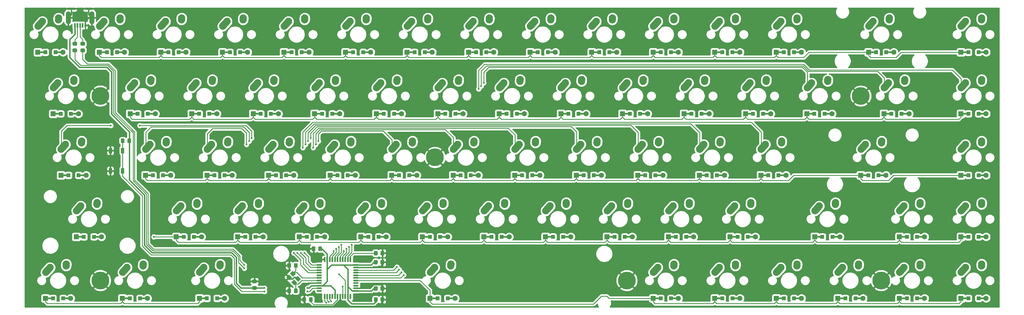
<source format=gbl>
G04 #@! TF.GenerationSoftware,KiCad,Pcbnew,(5.1.9-1-g591a07d2d9)-1*
G04 #@! TF.CreationDate,2021-07-12T22:14:49-06:00*
G04 #@! TF.ProjectId,keyboard-layout,6b657962-6f61-4726-942d-6c61796f7574,rev?*
G04 #@! TF.SameCoordinates,Original*
G04 #@! TF.FileFunction,Copper,L2,Bot*
G04 #@! TF.FilePolarity,Positive*
%FSLAX46Y46*%
G04 Gerber Fmt 4.6, Leading zero omitted, Abs format (unit mm)*
G04 Created by KiCad (PCBNEW (5.1.9-1-g591a07d2d9)-1) date 2021-07-12 22:14:49*
%MOMM*%
%LPD*%
G01*
G04 APERTURE LIST*
G04 #@! TA.AperFunction,ComponentPad*
%ADD10C,2.250000*%
G04 #@! TD*
G04 #@! TA.AperFunction,SMDPad,CuDef*
%ADD11R,0.550000X1.500000*%
G04 #@! TD*
G04 #@! TA.AperFunction,SMDPad,CuDef*
%ADD12R,1.500000X0.550000*%
G04 #@! TD*
G04 #@! TA.AperFunction,SMDPad,CuDef*
%ADD13R,2.500000X0.500000*%
G04 #@! TD*
G04 #@! TA.AperFunction,ComponentPad*
%ADD14C,1.600000*%
G04 #@! TD*
G04 #@! TA.AperFunction,ComponentPad*
%ADD15R,1.600000X1.600000*%
G04 #@! TD*
G04 #@! TA.AperFunction,SMDPad,CuDef*
%ADD16R,1.200000X1.200000*%
G04 #@! TD*
G04 #@! TA.AperFunction,SMDPad,CuDef*
%ADD17R,2.350000X0.800000*%
G04 #@! TD*
G04 #@! TA.AperFunction,SMDPad,CuDef*
%ADD18R,0.500000X1.400000*%
G04 #@! TD*
G04 #@! TA.AperFunction,ComponentPad*
%ADD19O,1.500000X4.000000*%
G04 #@! TD*
G04 #@! TA.AperFunction,SMDPad,CuDef*
%ADD20R,1.000000X1.700000*%
G04 #@! TD*
G04 #@! TA.AperFunction,SMDPad,CuDef*
%ADD21C,0.100000*%
G04 #@! TD*
G04 #@! TA.AperFunction,ComponentPad*
%ADD22C,5.500000*%
G04 #@! TD*
G04 #@! TA.AperFunction,ViaPad*
%ADD23C,0.600000*%
G04 #@! TD*
G04 #@! TA.AperFunction,Conductor*
%ADD24C,0.400000*%
G04 #@! TD*
G04 #@! TA.AperFunction,Conductor*
%ADD25C,0.250000*%
G04 #@! TD*
G04 #@! TA.AperFunction,Conductor*
%ADD26C,0.254000*%
G04 #@! TD*
G04 #@! TA.AperFunction,Conductor*
%ADD27C,0.100000*%
G04 #@! TD*
G04 APERTURE END LIST*
D10*
X150850000Y-44575000D03*
G04 #@! TA.AperFunction,ComponentPad*
G36*
G01*
X148788688Y-46872350D02*
X148788683Y-46872345D01*
G75*
G02*
X148702655Y-45283683I751317J837345D01*
G01*
X150012657Y-43823683D01*
G75*
G02*
X151601319Y-43737655I837345J-751317D01*
G01*
X151601319Y-43737655D01*
G75*
G02*
X151687347Y-45326317I-751317J-837345D01*
G01*
X150377345Y-46786317D01*
G75*
G02*
X148788683Y-46872345I-837345J751317D01*
G01*
G37*
G04 #@! TD.AperFunction*
X155890000Y-43495000D03*
G04 #@! TA.AperFunction,ComponentPad*
G36*
G01*
X155773483Y-45197395D02*
X155772597Y-45197334D01*
G75*
G02*
X154727666Y-43997597I77403J1122334D01*
G01*
X154767666Y-43417597D01*
G75*
G02*
X155967403Y-42372666I1122334J-77403D01*
G01*
X155967403Y-42372666D01*
G75*
G02*
X157012334Y-43572403I-77403J-1122334D01*
G01*
X156972334Y-44152403D01*
G75*
G02*
X155772597Y-45197334I-1122334J77403D01*
G01*
G37*
G04 #@! TD.AperFunction*
X148469588Y-101725000D03*
G04 #@! TA.AperFunction,ComponentPad*
G36*
G01*
X146408276Y-104022350D02*
X146408271Y-104022345D01*
G75*
G02*
X146322243Y-102433683I751317J837345D01*
G01*
X147632245Y-100973683D01*
G75*
G02*
X149220907Y-100887655I837345J-751317D01*
G01*
X149220907Y-100887655D01*
G75*
G02*
X149306935Y-102476317I-751317J-837345D01*
G01*
X147996933Y-103936317D01*
G75*
G02*
X146408271Y-104022345I-837345J751317D01*
G01*
G37*
G04 #@! TD.AperFunction*
X153509588Y-100645000D03*
G04 #@! TA.AperFunction,ComponentPad*
G36*
G01*
X153393071Y-102347395D02*
X153392185Y-102347334D01*
G75*
G02*
X152347254Y-101147597I77403J1122334D01*
G01*
X152387254Y-100567597D01*
G75*
G02*
X153586991Y-99522666I1122334J-77403D01*
G01*
X153586991Y-99522666D01*
G75*
G02*
X154631922Y-100722403I-77403J-1122334D01*
G01*
X154591922Y-101302403D01*
G75*
G02*
X153392185Y-102347334I-1122334J77403D01*
G01*
G37*
G04 #@! TD.AperFunction*
X77031250Y-101725000D03*
G04 #@! TA.AperFunction,ComponentPad*
G36*
G01*
X74969938Y-104022350D02*
X74969933Y-104022345D01*
G75*
G02*
X74883905Y-102433683I751317J837345D01*
G01*
X76193907Y-100973683D01*
G75*
G02*
X77782569Y-100887655I837345J-751317D01*
G01*
X77782569Y-100887655D01*
G75*
G02*
X77868597Y-102476317I-751317J-837345D01*
G01*
X76558595Y-103936317D01*
G75*
G02*
X74969933Y-104022345I-837345J751317D01*
G01*
G37*
G04 #@! TD.AperFunction*
X82071250Y-100645000D03*
G04 #@! TA.AperFunction,ComponentPad*
G36*
G01*
X81954733Y-102347395D02*
X81953847Y-102347334D01*
G75*
G02*
X80908916Y-101147597I77403J1122334D01*
G01*
X80948916Y-100567597D01*
G75*
G02*
X82148653Y-99522666I1122334J-77403D01*
G01*
X82148653Y-99522666D01*
G75*
G02*
X83193584Y-100722403I-77403J-1122334D01*
G01*
X83153584Y-101302403D01*
G75*
G02*
X81953847Y-102347334I-1122334J77403D01*
G01*
G37*
G04 #@! TD.AperFunction*
D11*
X122425000Y-110625000D03*
X121625000Y-110625000D03*
X120825000Y-110625000D03*
X120025000Y-110625000D03*
X119225000Y-110625000D03*
X118425000Y-110625000D03*
X117625000Y-110625000D03*
X116825000Y-110625000D03*
X116025000Y-110625000D03*
X115225000Y-110625000D03*
X114425000Y-110625000D03*
D12*
X112725000Y-108925000D03*
X112725000Y-108125000D03*
X112725000Y-107325000D03*
X112725000Y-106525000D03*
X112725000Y-105725000D03*
X112725000Y-104925000D03*
X112725000Y-104125000D03*
X112725000Y-103325000D03*
X112725000Y-102525000D03*
X112725000Y-101725000D03*
X112725000Y-100925000D03*
D11*
X114425000Y-99225000D03*
X115225000Y-99225000D03*
X116025000Y-99225000D03*
X116825000Y-99225000D03*
X117625000Y-99225000D03*
X118425000Y-99225000D03*
X119225000Y-99225000D03*
X120025000Y-99225000D03*
X120825000Y-99225000D03*
X121625000Y-99225000D03*
X122425000Y-99225000D03*
D12*
X124125000Y-100925000D03*
X124125000Y-101725000D03*
X124125000Y-102525000D03*
X124125000Y-103325000D03*
X124125000Y-104125000D03*
X124125000Y-104925000D03*
X124125000Y-105725000D03*
X124125000Y-106525000D03*
X124125000Y-107325000D03*
X124125000Y-108125000D03*
X124125000Y-108925000D03*
D10*
X38931250Y-82675000D03*
G04 #@! TA.AperFunction,ComponentPad*
G36*
G01*
X36869938Y-84972350D02*
X36869933Y-84972345D01*
G75*
G02*
X36783905Y-83383683I751317J837345D01*
G01*
X38093907Y-81923683D01*
G75*
G02*
X39682569Y-81837655I837345J-751317D01*
G01*
X39682569Y-81837655D01*
G75*
G02*
X39768597Y-83426317I-751317J-837345D01*
G01*
X38458595Y-84886317D01*
G75*
G02*
X36869933Y-84972345I-837345J751317D01*
G01*
G37*
G04 #@! TD.AperFunction*
X43971250Y-81595000D03*
G04 #@! TA.AperFunction,ComponentPad*
G36*
G01*
X43854733Y-83297395D02*
X43853847Y-83297334D01*
G75*
G02*
X42808916Y-82097597I77403J1122334D01*
G01*
X42848916Y-81517597D01*
G75*
G02*
X44048653Y-80472666I1122334J-77403D01*
G01*
X44048653Y-80472666D01*
G75*
G02*
X45093584Y-81672403I-77403J-1122334D01*
G01*
X45053584Y-82252403D01*
G75*
G02*
X43853847Y-83297334I-1122334J77403D01*
G01*
G37*
G04 #@! TD.AperFunction*
X265150000Y-44575000D03*
G04 #@! TA.AperFunction,ComponentPad*
G36*
G01*
X263088688Y-46872350D02*
X263088683Y-46872345D01*
G75*
G02*
X263002655Y-45283683I751317J837345D01*
G01*
X264312657Y-43823683D01*
G75*
G02*
X265901319Y-43737655I837345J-751317D01*
G01*
X265901319Y-43737655D01*
G75*
G02*
X265987347Y-45326317I-751317J-837345D01*
G01*
X264677345Y-46786317D01*
G75*
G02*
X263088683Y-46872345I-837345J751317D01*
G01*
G37*
G04 #@! TD.AperFunction*
X270190000Y-43495000D03*
G04 #@! TA.AperFunction,ComponentPad*
G36*
G01*
X270073483Y-45197395D02*
X270072597Y-45197334D01*
G75*
G02*
X269027666Y-43997597I77403J1122334D01*
G01*
X269067666Y-43417597D01*
G75*
G02*
X270267403Y-42372666I1122334J-77403D01*
G01*
X270267403Y-42372666D01*
G75*
G02*
X271312334Y-43572403I-77403J-1122334D01*
G01*
X271272334Y-44152403D01*
G75*
G02*
X270072597Y-45197334I-1122334J77403D01*
G01*
G37*
G04 #@! TD.AperFunction*
X88937500Y-82675000D03*
G04 #@! TA.AperFunction,ComponentPad*
G36*
G01*
X86876188Y-84972350D02*
X86876183Y-84972345D01*
G75*
G02*
X86790155Y-83383683I751317J837345D01*
G01*
X88100157Y-81923683D01*
G75*
G02*
X89688819Y-81837655I837345J-751317D01*
G01*
X89688819Y-81837655D01*
G75*
G02*
X89774847Y-83426317I-751317J-837345D01*
G01*
X88464845Y-84886317D01*
G75*
G02*
X86876183Y-84972345I-837345J751317D01*
G01*
G37*
G04 #@! TD.AperFunction*
X93977500Y-81595000D03*
G04 #@! TA.AperFunction,ComponentPad*
G36*
G01*
X93860983Y-83297395D02*
X93860097Y-83297334D01*
G75*
G02*
X92815166Y-82097597I77403J1122334D01*
G01*
X92855166Y-81517597D01*
G75*
G02*
X94054903Y-80472666I1122334J-77403D01*
G01*
X94054903Y-80472666D01*
G75*
G02*
X95099834Y-81672403I-77403J-1122334D01*
G01*
X95059834Y-82252403D01*
G75*
G02*
X93860097Y-83297334I-1122334J77403D01*
G01*
G37*
G04 #@! TD.AperFunction*
X55600000Y-44575000D03*
G04 #@! TA.AperFunction,ComponentPad*
G36*
G01*
X53538688Y-46872350D02*
X53538683Y-46872345D01*
G75*
G02*
X53452655Y-45283683I751317J837345D01*
G01*
X54762657Y-43823683D01*
G75*
G02*
X56351319Y-43737655I837345J-751317D01*
G01*
X56351319Y-43737655D01*
G75*
G02*
X56437347Y-45326317I-751317J-837345D01*
G01*
X55127345Y-46786317D01*
G75*
G02*
X53538683Y-46872345I-837345J751317D01*
G01*
G37*
G04 #@! TD.AperFunction*
X60640000Y-43495000D03*
G04 #@! TA.AperFunction,ComponentPad*
G36*
G01*
X60523483Y-45197395D02*
X60522597Y-45197334D01*
G75*
G02*
X59477666Y-43997597I77403J1122334D01*
G01*
X59517666Y-43417597D01*
G75*
G02*
X60717403Y-42372666I1122334J-77403D01*
G01*
X60717403Y-42372666D01*
G75*
G02*
X61762334Y-43572403I-77403J-1122334D01*
G01*
X61722334Y-44152403D01*
G75*
G02*
X60522597Y-45197334I-1122334J77403D01*
G01*
G37*
G04 #@! TD.AperFunction*
X27025000Y-25525000D03*
G04 #@! TA.AperFunction,ComponentPad*
G36*
G01*
X24963688Y-27822350D02*
X24963683Y-27822345D01*
G75*
G02*
X24877655Y-26233683I751317J837345D01*
G01*
X26187657Y-24773683D01*
G75*
G02*
X27776319Y-24687655I837345J-751317D01*
G01*
X27776319Y-24687655D01*
G75*
G02*
X27862347Y-26276317I-751317J-837345D01*
G01*
X26552345Y-27736317D01*
G75*
G02*
X24963683Y-27822345I-837345J751317D01*
G01*
G37*
G04 #@! TD.AperFunction*
X32065000Y-24445000D03*
G04 #@! TA.AperFunction,ComponentPad*
G36*
G01*
X31948483Y-26147395D02*
X31947597Y-26147334D01*
G75*
G02*
X30902666Y-24947597I77403J1122334D01*
G01*
X30942666Y-24367597D01*
G75*
G02*
X32142403Y-23322666I1122334J-77403D01*
G01*
X32142403Y-23322666D01*
G75*
G02*
X33187334Y-24522403I-77403J-1122334D01*
G01*
X33147334Y-25102403D01*
G75*
G02*
X31947597Y-26147334I-1122334J77403D01*
G01*
G37*
G04 #@! TD.AperFunction*
X288962500Y-44575000D03*
G04 #@! TA.AperFunction,ComponentPad*
G36*
G01*
X286901188Y-46872350D02*
X286901183Y-46872345D01*
G75*
G02*
X286815155Y-45283683I751317J837345D01*
G01*
X288125157Y-43823683D01*
G75*
G02*
X289713819Y-43737655I837345J-751317D01*
G01*
X289713819Y-43737655D01*
G75*
G02*
X289799847Y-45326317I-751317J-837345D01*
G01*
X288489845Y-46786317D01*
G75*
G02*
X286901183Y-46872345I-837345J751317D01*
G01*
G37*
G04 #@! TD.AperFunction*
X294002500Y-43495000D03*
G04 #@! TA.AperFunction,ComponentPad*
G36*
G01*
X293885983Y-45197395D02*
X293885097Y-45197334D01*
G75*
G02*
X292840166Y-43997597I77403J1122334D01*
G01*
X292880166Y-43417597D01*
G75*
G02*
X294079903Y-42372666I1122334J-77403D01*
G01*
X294079903Y-42372666D01*
G75*
G02*
X295124834Y-43572403I-77403J-1122334D01*
G01*
X295084834Y-44152403D01*
G75*
G02*
X293885097Y-45197334I-1122334J77403D01*
G01*
G37*
G04 #@! TD.AperFunction*
X107987500Y-82675000D03*
G04 #@! TA.AperFunction,ComponentPad*
G36*
G01*
X105926188Y-84972350D02*
X105926183Y-84972345D01*
G75*
G02*
X105840155Y-83383683I751317J837345D01*
G01*
X107150157Y-81923683D01*
G75*
G02*
X108738819Y-81837655I837345J-751317D01*
G01*
X108738819Y-81837655D01*
G75*
G02*
X108824847Y-83426317I-751317J-837345D01*
G01*
X107514845Y-84886317D01*
G75*
G02*
X105926183Y-84972345I-837345J751317D01*
G01*
G37*
G04 #@! TD.AperFunction*
X113027500Y-81595000D03*
G04 #@! TA.AperFunction,ComponentPad*
G36*
G01*
X112910983Y-83297395D02*
X112910097Y-83297334D01*
G75*
G02*
X111865166Y-82097597I77403J1122334D01*
G01*
X111905166Y-81517597D01*
G75*
G02*
X113104903Y-80472666I1122334J-77403D01*
G01*
X113104903Y-80472666D01*
G75*
G02*
X114149834Y-81672403I-77403J-1122334D01*
G01*
X114109834Y-82252403D01*
G75*
G02*
X112910097Y-83297334I-1122334J77403D01*
G01*
G37*
G04 #@! TD.AperFunction*
D13*
X82250000Y-111250000D03*
X76850000Y-111250000D03*
D14*
X83450000Y-111250000D03*
D15*
X75650000Y-111250000D03*
D16*
X77975000Y-111250000D03*
X81125000Y-111250000D03*
D10*
X74650000Y-44575000D03*
G04 #@! TA.AperFunction,ComponentPad*
G36*
G01*
X72588688Y-46872350D02*
X72588683Y-46872345D01*
G75*
G02*
X72502655Y-45283683I751317J837345D01*
G01*
X73812657Y-43823683D01*
G75*
G02*
X75401319Y-43737655I837345J-751317D01*
G01*
X75401319Y-43737655D01*
G75*
G02*
X75487347Y-45326317I-751317J-837345D01*
G01*
X74177345Y-46786317D01*
G75*
G02*
X72588683Y-46872345I-837345J751317D01*
G01*
G37*
G04 #@! TD.AperFunction*
X79690000Y-43495000D03*
G04 #@! TA.AperFunction,ComponentPad*
G36*
G01*
X79573483Y-45197395D02*
X79572597Y-45197334D01*
G75*
G02*
X78527666Y-43997597I77403J1122334D01*
G01*
X78567666Y-43417597D01*
G75*
G02*
X79767403Y-42372666I1122334J-77403D01*
G01*
X79767403Y-42372666D01*
G75*
G02*
X80812334Y-43572403I-77403J-1122334D01*
G01*
X80772334Y-44152403D01*
G75*
G02*
X79572597Y-45197334I-1122334J77403D01*
G01*
G37*
G04 #@! TD.AperFunction*
X217525000Y-25525000D03*
G04 #@! TA.AperFunction,ComponentPad*
G36*
G01*
X215463688Y-27822350D02*
X215463683Y-27822345D01*
G75*
G02*
X215377655Y-26233683I751317J837345D01*
G01*
X216687657Y-24773683D01*
G75*
G02*
X218276319Y-24687655I837345J-751317D01*
G01*
X218276319Y-24687655D01*
G75*
G02*
X218362347Y-26276317I-751317J-837345D01*
G01*
X217052345Y-27736317D01*
G75*
G02*
X215463683Y-27822345I-837345J751317D01*
G01*
G37*
G04 #@! TD.AperFunction*
X222565000Y-24445000D03*
G04 #@! TA.AperFunction,ComponentPad*
G36*
G01*
X222448483Y-26147395D02*
X222447597Y-26147334D01*
G75*
G02*
X221402666Y-24947597I77403J1122334D01*
G01*
X221442666Y-24367597D01*
G75*
G02*
X222642403Y-23322666I1122334J-77403D01*
G01*
X222642403Y-23322666D01*
G75*
G02*
X223687334Y-24522403I-77403J-1122334D01*
G01*
X223647334Y-25102403D01*
G75*
G02*
X222447597Y-26147334I-1122334J77403D01*
G01*
G37*
G04 #@! TD.AperFunction*
X188950000Y-44575000D03*
G04 #@! TA.AperFunction,ComponentPad*
G36*
G01*
X186888688Y-46872350D02*
X186888683Y-46872345D01*
G75*
G02*
X186802655Y-45283683I751317J837345D01*
G01*
X188112657Y-43823683D01*
G75*
G02*
X189701319Y-43737655I837345J-751317D01*
G01*
X189701319Y-43737655D01*
G75*
G02*
X189787347Y-45326317I-751317J-837345D01*
G01*
X188477345Y-46786317D01*
G75*
G02*
X186888683Y-46872345I-837345J751317D01*
G01*
G37*
G04 #@! TD.AperFunction*
X193990000Y-43495000D03*
G04 #@! TA.AperFunction,ComponentPad*
G36*
G01*
X193873483Y-45197395D02*
X193872597Y-45197334D01*
G75*
G02*
X192827666Y-43997597I77403J1122334D01*
G01*
X192867666Y-43417597D01*
G75*
G02*
X194067403Y-42372666I1122334J-77403D01*
G01*
X194067403Y-42372666D01*
G75*
G02*
X195112334Y-43572403I-77403J-1122334D01*
G01*
X195072334Y-44152403D01*
G75*
G02*
X193872597Y-45197334I-1122334J77403D01*
G01*
G37*
G04 #@! TD.AperFunction*
X31787500Y-44575000D03*
G04 #@! TA.AperFunction,ComponentPad*
G36*
G01*
X29726188Y-46872350D02*
X29726183Y-46872345D01*
G75*
G02*
X29640155Y-45283683I751317J837345D01*
G01*
X30950157Y-43823683D01*
G75*
G02*
X32538819Y-43737655I837345J-751317D01*
G01*
X32538819Y-43737655D01*
G75*
G02*
X32624847Y-45326317I-751317J-837345D01*
G01*
X31314845Y-46786317D01*
G75*
G02*
X29726183Y-46872345I-837345J751317D01*
G01*
G37*
G04 #@! TD.AperFunction*
X36827500Y-43495000D03*
G04 #@! TA.AperFunction,ComponentPad*
G36*
G01*
X36710983Y-45197395D02*
X36710097Y-45197334D01*
G75*
G02*
X35665166Y-43997597I77403J1122334D01*
G01*
X35705166Y-43417597D01*
G75*
G02*
X36904903Y-42372666I1122334J-77403D01*
G01*
X36904903Y-42372666D01*
G75*
G02*
X37949834Y-43572403I-77403J-1122334D01*
G01*
X37909834Y-44152403D01*
G75*
G02*
X36710097Y-45197334I-1122334J77403D01*
G01*
G37*
G04 #@! TD.AperFunction*
X69887500Y-82675000D03*
G04 #@! TA.AperFunction,ComponentPad*
G36*
G01*
X67826188Y-84972350D02*
X67826183Y-84972345D01*
G75*
G02*
X67740155Y-83383683I751317J837345D01*
G01*
X69050157Y-81923683D01*
G75*
G02*
X70638819Y-81837655I837345J-751317D01*
G01*
X70638819Y-81837655D01*
G75*
G02*
X70724847Y-83426317I-751317J-837345D01*
G01*
X69414845Y-84886317D01*
G75*
G02*
X67826183Y-84972345I-837345J751317D01*
G01*
G37*
G04 #@! TD.AperFunction*
X74927500Y-81595000D03*
G04 #@! TA.AperFunction,ComponentPad*
G36*
G01*
X74810983Y-83297395D02*
X74810097Y-83297334D01*
G75*
G02*
X73765166Y-82097597I77403J1122334D01*
G01*
X73805166Y-81517597D01*
G75*
G02*
X75004903Y-80472666I1122334J-77403D01*
G01*
X75004903Y-80472666D01*
G75*
G02*
X76049834Y-81672403I-77403J-1122334D01*
G01*
X76009834Y-82252403D01*
G75*
G02*
X74810097Y-83297334I-1122334J77403D01*
G01*
G37*
G04 #@! TD.AperFunction*
X53218750Y-101725000D03*
G04 #@! TA.AperFunction,ComponentPad*
G36*
G01*
X51157438Y-104022350D02*
X51157433Y-104022345D01*
G75*
G02*
X51071405Y-102433683I751317J837345D01*
G01*
X52381407Y-100973683D01*
G75*
G02*
X53970069Y-100887655I837345J-751317D01*
G01*
X53970069Y-100887655D01*
G75*
G02*
X54056097Y-102476317I-751317J-837345D01*
G01*
X52746095Y-103936317D01*
G75*
G02*
X51157433Y-104022345I-837345J751317D01*
G01*
G37*
G04 #@! TD.AperFunction*
X58258750Y-100645000D03*
G04 #@! TA.AperFunction,ComponentPad*
G36*
G01*
X58142233Y-102347395D02*
X58141347Y-102347334D01*
G75*
G02*
X57096416Y-101147597I77403J1122334D01*
G01*
X57136416Y-100567597D01*
G75*
G02*
X58336153Y-99522666I1122334J-77403D01*
G01*
X58336153Y-99522666D01*
G75*
G02*
X59381084Y-100722403I-77403J-1122334D01*
G01*
X59341084Y-101302403D01*
G75*
G02*
X58141347Y-102347334I-1122334J77403D01*
G01*
G37*
G04 #@! TD.AperFunction*
X127037500Y-82675000D03*
G04 #@! TA.AperFunction,ComponentPad*
G36*
G01*
X124976188Y-84972350D02*
X124976183Y-84972345D01*
G75*
G02*
X124890155Y-83383683I751317J837345D01*
G01*
X126200157Y-81923683D01*
G75*
G02*
X127788819Y-81837655I837345J-751317D01*
G01*
X127788819Y-81837655D01*
G75*
G02*
X127874847Y-83426317I-751317J-837345D01*
G01*
X126564845Y-84886317D01*
G75*
G02*
X124976183Y-84972345I-837345J751317D01*
G01*
G37*
G04 #@! TD.AperFunction*
X132077500Y-81595000D03*
G04 #@! TA.AperFunction,ComponentPad*
G36*
G01*
X131960983Y-83297395D02*
X131960097Y-83297334D01*
G75*
G02*
X130915166Y-82097597I77403J1122334D01*
G01*
X130955166Y-81517597D01*
G75*
G02*
X132154903Y-80472666I1122334J-77403D01*
G01*
X132154903Y-80472666D01*
G75*
G02*
X133199834Y-81672403I-77403J-1122334D01*
G01*
X133159834Y-82252403D01*
G75*
G02*
X131960097Y-83297334I-1122334J77403D01*
G01*
G37*
G04 #@! TD.AperFunction*
X293725000Y-82675000D03*
G04 #@! TA.AperFunction,ComponentPad*
G36*
G01*
X291663688Y-84972350D02*
X291663683Y-84972345D01*
G75*
G02*
X291577655Y-83383683I751317J837345D01*
G01*
X292887657Y-81923683D01*
G75*
G02*
X294476319Y-81837655I837345J-751317D01*
G01*
X294476319Y-81837655D01*
G75*
G02*
X294562347Y-83426317I-751317J-837345D01*
G01*
X293252345Y-84886317D01*
G75*
G02*
X291663683Y-84972345I-837345J751317D01*
G01*
G37*
G04 #@! TD.AperFunction*
X298765000Y-81595000D03*
G04 #@! TA.AperFunction,ComponentPad*
G36*
G01*
X298648483Y-83297395D02*
X298647597Y-83297334D01*
G75*
G02*
X297602666Y-82097597I77403J1122334D01*
G01*
X297642666Y-81517597D01*
G75*
G02*
X298842403Y-80472666I1122334J-77403D01*
G01*
X298842403Y-80472666D01*
G75*
G02*
X299887334Y-81672403I-77403J-1122334D01*
G01*
X299847334Y-82252403D01*
G75*
G02*
X298647597Y-83297334I-1122334J77403D01*
G01*
G37*
G04 #@! TD.AperFunction*
X169900000Y-44575000D03*
G04 #@! TA.AperFunction,ComponentPad*
G36*
G01*
X167838688Y-46872350D02*
X167838683Y-46872345D01*
G75*
G02*
X167752655Y-45283683I751317J837345D01*
G01*
X169062657Y-43823683D01*
G75*
G02*
X170651319Y-43737655I837345J-751317D01*
G01*
X170651319Y-43737655D01*
G75*
G02*
X170737347Y-45326317I-751317J-837345D01*
G01*
X169427345Y-46786317D01*
G75*
G02*
X167838683Y-46872345I-837345J751317D01*
G01*
G37*
G04 #@! TD.AperFunction*
X174940000Y-43495000D03*
G04 #@! TA.AperFunction,ComponentPad*
G36*
G01*
X174823483Y-45197395D02*
X174822597Y-45197334D01*
G75*
G02*
X173777666Y-43997597I77403J1122334D01*
G01*
X173817666Y-43417597D01*
G75*
G02*
X175017403Y-42372666I1122334J-77403D01*
G01*
X175017403Y-42372666D01*
G75*
G02*
X176062334Y-43572403I-77403J-1122334D01*
G01*
X176022334Y-44152403D01*
G75*
G02*
X174822597Y-45197334I-1122334J77403D01*
G01*
G37*
G04 #@! TD.AperFunction*
X131800000Y-44575000D03*
G04 #@! TA.AperFunction,ComponentPad*
G36*
G01*
X129738688Y-46872350D02*
X129738683Y-46872345D01*
G75*
G02*
X129652655Y-45283683I751317J837345D01*
G01*
X130962657Y-43823683D01*
G75*
G02*
X132551319Y-43737655I837345J-751317D01*
G01*
X132551319Y-43737655D01*
G75*
G02*
X132637347Y-45326317I-751317J-837345D01*
G01*
X131327345Y-46786317D01*
G75*
G02*
X129738683Y-46872345I-837345J751317D01*
G01*
G37*
G04 #@! TD.AperFunction*
X136840000Y-43495000D03*
G04 #@! TA.AperFunction,ComponentPad*
G36*
G01*
X136723483Y-45197395D02*
X136722597Y-45197334D01*
G75*
G02*
X135677666Y-43997597I77403J1122334D01*
G01*
X135717666Y-43417597D01*
G75*
G02*
X136917403Y-42372666I1122334J-77403D01*
G01*
X136917403Y-42372666D01*
G75*
G02*
X137962334Y-43572403I-77403J-1122334D01*
G01*
X137922334Y-44152403D01*
G75*
G02*
X136722597Y-45197334I-1122334J77403D01*
G01*
G37*
G04 #@! TD.AperFunction*
X241337500Y-82675000D03*
G04 #@! TA.AperFunction,ComponentPad*
G36*
G01*
X239276188Y-84972350D02*
X239276183Y-84972345D01*
G75*
G02*
X239190155Y-83383683I751317J837345D01*
G01*
X240500157Y-81923683D01*
G75*
G02*
X242088819Y-81837655I837345J-751317D01*
G01*
X242088819Y-81837655D01*
G75*
G02*
X242174847Y-83426317I-751317J-837345D01*
G01*
X240864845Y-84886317D01*
G75*
G02*
X239276183Y-84972345I-837345J751317D01*
G01*
G37*
G04 #@! TD.AperFunction*
X246377500Y-81595000D03*
G04 #@! TA.AperFunction,ComponentPad*
G36*
G01*
X246260983Y-83297395D02*
X246260097Y-83297334D01*
G75*
G02*
X245215166Y-82097597I77403J1122334D01*
G01*
X245255166Y-81517597D01*
G75*
G02*
X246454903Y-80472666I1122334J-77403D01*
G01*
X246454903Y-80472666D01*
G75*
G02*
X247499834Y-81672403I-77403J-1122334D01*
G01*
X247459834Y-82252403D01*
G75*
G02*
X246260097Y-83297334I-1122334J77403D01*
G01*
G37*
G04 #@! TD.AperFunction*
X267531250Y-82675000D03*
G04 #@! TA.AperFunction,ComponentPad*
G36*
G01*
X265469938Y-84972350D02*
X265469933Y-84972345D01*
G75*
G02*
X265383905Y-83383683I751317J837345D01*
G01*
X266693907Y-81923683D01*
G75*
G02*
X268282569Y-81837655I837345J-751317D01*
G01*
X268282569Y-81837655D01*
G75*
G02*
X268368597Y-83426317I-751317J-837345D01*
G01*
X267058595Y-84886317D01*
G75*
G02*
X265469933Y-84972345I-837345J751317D01*
G01*
G37*
G04 #@! TD.AperFunction*
X272571250Y-81595000D03*
G04 #@! TA.AperFunction,ComponentPad*
G36*
G01*
X272454733Y-83297395D02*
X272453847Y-83297334D01*
G75*
G02*
X271408916Y-82097597I77403J1122334D01*
G01*
X271448916Y-81517597D01*
G75*
G02*
X272648653Y-80472666I1122334J-77403D01*
G01*
X272648653Y-80472666D01*
G75*
G02*
X273693584Y-81672403I-77403J-1122334D01*
G01*
X273653584Y-82252403D01*
G75*
G02*
X272453847Y-83297334I-1122334J77403D01*
G01*
G37*
G04 #@! TD.AperFunction*
X231812500Y-63625000D03*
G04 #@! TA.AperFunction,ComponentPad*
G36*
G01*
X229751188Y-65922350D02*
X229751183Y-65922345D01*
G75*
G02*
X229665155Y-64333683I751317J837345D01*
G01*
X230975157Y-62873683D01*
G75*
G02*
X232563819Y-62787655I837345J-751317D01*
G01*
X232563819Y-62787655D01*
G75*
G02*
X232649847Y-64376317I-751317J-837345D01*
G01*
X231339845Y-65836317D01*
G75*
G02*
X229751183Y-65922345I-837345J751317D01*
G01*
G37*
G04 #@! TD.AperFunction*
X236852500Y-62545000D03*
G04 #@! TA.AperFunction,ComponentPad*
G36*
G01*
X236735983Y-64247395D02*
X236735097Y-64247334D01*
G75*
G02*
X235690166Y-63047597I77403J1122334D01*
G01*
X235730166Y-62467597D01*
G75*
G02*
X236929903Y-61422666I1122334J-77403D01*
G01*
X236929903Y-61422666D01*
G75*
G02*
X237974834Y-62622403I-77403J-1122334D01*
G01*
X237934834Y-63202403D01*
G75*
G02*
X236735097Y-64247334I-1122334J77403D01*
G01*
G37*
G04 #@! TD.AperFunction*
X79412500Y-63625000D03*
G04 #@! TA.AperFunction,ComponentPad*
G36*
G01*
X77351188Y-65922350D02*
X77351183Y-65922345D01*
G75*
G02*
X77265155Y-64333683I751317J837345D01*
G01*
X78575157Y-62873683D01*
G75*
G02*
X80163819Y-62787655I837345J-751317D01*
G01*
X80163819Y-62787655D01*
G75*
G02*
X80249847Y-64376317I-751317J-837345D01*
G01*
X78939845Y-65836317D01*
G75*
G02*
X77351183Y-65922345I-837345J751317D01*
G01*
G37*
G04 #@! TD.AperFunction*
X84452500Y-62545000D03*
G04 #@! TA.AperFunction,ComponentPad*
G36*
G01*
X84335983Y-64247395D02*
X84335097Y-64247334D01*
G75*
G02*
X83290166Y-63047597I77403J1122334D01*
G01*
X83330166Y-62467597D01*
G75*
G02*
X84529903Y-61422666I1122334J-77403D01*
G01*
X84529903Y-61422666D01*
G75*
G02*
X85574834Y-62622403I-77403J-1122334D01*
G01*
X85534834Y-63202403D01*
G75*
G02*
X84335097Y-64247334I-1122334J77403D01*
G01*
G37*
G04 #@! TD.AperFunction*
X312775000Y-101725000D03*
G04 #@! TA.AperFunction,ComponentPad*
G36*
G01*
X310713688Y-104022350D02*
X310713683Y-104022345D01*
G75*
G02*
X310627655Y-102433683I751317J837345D01*
G01*
X311937657Y-100973683D01*
G75*
G02*
X313526319Y-100887655I837345J-751317D01*
G01*
X313526319Y-100887655D01*
G75*
G02*
X313612347Y-102476317I-751317J-837345D01*
G01*
X312302345Y-103936317D01*
G75*
G02*
X310713683Y-104022345I-837345J751317D01*
G01*
G37*
G04 #@! TD.AperFunction*
X317815000Y-100645000D03*
G04 #@! TA.AperFunction,ComponentPad*
G36*
G01*
X317698483Y-102347395D02*
X317697597Y-102347334D01*
G75*
G02*
X316652666Y-101147597I77403J1122334D01*
G01*
X316692666Y-100567597D01*
G75*
G02*
X317892403Y-99522666I1122334J-77403D01*
G01*
X317892403Y-99522666D01*
G75*
G02*
X318937334Y-100722403I-77403J-1122334D01*
G01*
X318897334Y-101302403D01*
G75*
G02*
X317697597Y-102347334I-1122334J77403D01*
G01*
G37*
G04 #@! TD.AperFunction*
X112750000Y-44575000D03*
G04 #@! TA.AperFunction,ComponentPad*
G36*
G01*
X110688688Y-46872350D02*
X110688683Y-46872345D01*
G75*
G02*
X110602655Y-45283683I751317J837345D01*
G01*
X111912657Y-43823683D01*
G75*
G02*
X113501319Y-43737655I837345J-751317D01*
G01*
X113501319Y-43737655D01*
G75*
G02*
X113587347Y-45326317I-751317J-837345D01*
G01*
X112277345Y-46786317D01*
G75*
G02*
X110688683Y-46872345I-837345J751317D01*
G01*
G37*
G04 #@! TD.AperFunction*
X117790000Y-43495000D03*
G04 #@! TA.AperFunction,ComponentPad*
G36*
G01*
X117673483Y-45197395D02*
X117672597Y-45197334D01*
G75*
G02*
X116627666Y-43997597I77403J1122334D01*
G01*
X116667666Y-43417597D01*
G75*
G02*
X117867403Y-42372666I1122334J-77403D01*
G01*
X117867403Y-42372666D01*
G75*
G02*
X118912334Y-43572403I-77403J-1122334D01*
G01*
X118872334Y-44152403D01*
G75*
G02*
X117672597Y-45197334I-1122334J77403D01*
G01*
G37*
G04 #@! TD.AperFunction*
X250862500Y-63625000D03*
G04 #@! TA.AperFunction,ComponentPad*
G36*
G01*
X248801188Y-65922350D02*
X248801183Y-65922345D01*
G75*
G02*
X248715155Y-64333683I751317J837345D01*
G01*
X250025157Y-62873683D01*
G75*
G02*
X251613819Y-62787655I837345J-751317D01*
G01*
X251613819Y-62787655D01*
G75*
G02*
X251699847Y-64376317I-751317J-837345D01*
G01*
X250389845Y-65836317D01*
G75*
G02*
X248801183Y-65922345I-837345J751317D01*
G01*
G37*
G04 #@! TD.AperFunction*
X255902500Y-62545000D03*
G04 #@! TA.AperFunction,ComponentPad*
G36*
G01*
X255785983Y-64247395D02*
X255785097Y-64247334D01*
G75*
G02*
X254740166Y-63047597I77403J1122334D01*
G01*
X254780166Y-62467597D01*
G75*
G02*
X255979903Y-61422666I1122334J-77403D01*
G01*
X255979903Y-61422666D01*
G75*
G02*
X257024834Y-62622403I-77403J-1122334D01*
G01*
X256984834Y-63202403D01*
G75*
G02*
X255785097Y-64247334I-1122334J77403D01*
G01*
G37*
G04 #@! TD.AperFunction*
X312775000Y-63625000D03*
G04 #@! TA.AperFunction,ComponentPad*
G36*
G01*
X310713688Y-65922350D02*
X310713683Y-65922345D01*
G75*
G02*
X310627655Y-64333683I751317J837345D01*
G01*
X311937657Y-62873683D01*
G75*
G02*
X313526319Y-62787655I837345J-751317D01*
G01*
X313526319Y-62787655D01*
G75*
G02*
X313612347Y-64376317I-751317J-837345D01*
G01*
X312302345Y-65836317D01*
G75*
G02*
X310713683Y-65922345I-837345J751317D01*
G01*
G37*
G04 #@! TD.AperFunction*
X317815000Y-62545000D03*
G04 #@! TA.AperFunction,ComponentPad*
G36*
G01*
X317698483Y-64247395D02*
X317697597Y-64247334D01*
G75*
G02*
X316652666Y-63047597I77403J1122334D01*
G01*
X316692666Y-62467597D01*
G75*
G02*
X317892403Y-61422666I1122334J-77403D01*
G01*
X317892403Y-61422666D01*
G75*
G02*
X318937334Y-62622403I-77403J-1122334D01*
G01*
X318897334Y-63202403D01*
G75*
G02*
X317697597Y-64247334I-1122334J77403D01*
G01*
G37*
G04 #@! TD.AperFunction*
X312775000Y-82675000D03*
G04 #@! TA.AperFunction,ComponentPad*
G36*
G01*
X310713688Y-84972350D02*
X310713683Y-84972345D01*
G75*
G02*
X310627655Y-83383683I751317J837345D01*
G01*
X311937657Y-81923683D01*
G75*
G02*
X313526319Y-81837655I837345J-751317D01*
G01*
X313526319Y-81837655D01*
G75*
G02*
X313612347Y-83426317I-751317J-837345D01*
G01*
X312302345Y-84886317D01*
G75*
G02*
X310713683Y-84972345I-837345J751317D01*
G01*
G37*
G04 #@! TD.AperFunction*
X317815000Y-81595000D03*
G04 #@! TA.AperFunction,ComponentPad*
G36*
G01*
X317698483Y-83297395D02*
X317697597Y-83297334D01*
G75*
G02*
X316652666Y-82097597I77403J1122334D01*
G01*
X316692666Y-81517597D01*
G75*
G02*
X317892403Y-80472666I1122334J-77403D01*
G01*
X317892403Y-80472666D01*
G75*
G02*
X318937334Y-81672403I-77403J-1122334D01*
G01*
X318897334Y-82252403D01*
G75*
G02*
X317697597Y-83297334I-1122334J77403D01*
G01*
G37*
G04 #@! TD.AperFunction*
X227050000Y-44575000D03*
G04 #@! TA.AperFunction,ComponentPad*
G36*
G01*
X224988688Y-46872350D02*
X224988683Y-46872345D01*
G75*
G02*
X224902655Y-45283683I751317J837345D01*
G01*
X226212657Y-43823683D01*
G75*
G02*
X227801319Y-43737655I837345J-751317D01*
G01*
X227801319Y-43737655D01*
G75*
G02*
X227887347Y-45326317I-751317J-837345D01*
G01*
X226577345Y-46786317D01*
G75*
G02*
X224988683Y-46872345I-837345J751317D01*
G01*
G37*
G04 #@! TD.AperFunction*
X232090000Y-43495000D03*
G04 #@! TA.AperFunction,ComponentPad*
G36*
G01*
X231973483Y-45197395D02*
X231972597Y-45197334D01*
G75*
G02*
X230927666Y-43997597I77403J1122334D01*
G01*
X230967666Y-43417597D01*
G75*
G02*
X232167403Y-42372666I1122334J-77403D01*
G01*
X232167403Y-42372666D01*
G75*
G02*
X233212334Y-43572403I-77403J-1122334D01*
G01*
X233172334Y-44152403D01*
G75*
G02*
X231972597Y-45197334I-1122334J77403D01*
G01*
G37*
G04 #@! TD.AperFunction*
X208000000Y-44575000D03*
G04 #@! TA.AperFunction,ComponentPad*
G36*
G01*
X205938688Y-46872350D02*
X205938683Y-46872345D01*
G75*
G02*
X205852655Y-45283683I751317J837345D01*
G01*
X207162657Y-43823683D01*
G75*
G02*
X208751319Y-43737655I837345J-751317D01*
G01*
X208751319Y-43737655D01*
G75*
G02*
X208837347Y-45326317I-751317J-837345D01*
G01*
X207527345Y-46786317D01*
G75*
G02*
X205938683Y-46872345I-837345J751317D01*
G01*
G37*
G04 #@! TD.AperFunction*
X213040000Y-43495000D03*
G04 #@! TA.AperFunction,ComponentPad*
G36*
G01*
X212923483Y-45197395D02*
X212922597Y-45197334D01*
G75*
G02*
X211877666Y-43997597I77403J1122334D01*
G01*
X211917666Y-43417597D01*
G75*
G02*
X213117403Y-42372666I1122334J-77403D01*
G01*
X213117403Y-42372666D01*
G75*
G02*
X214162334Y-43572403I-77403J-1122334D01*
G01*
X214122334Y-44152403D01*
G75*
G02*
X212922597Y-45197334I-1122334J77403D01*
G01*
G37*
G04 #@! TD.AperFunction*
X165137500Y-82675000D03*
G04 #@! TA.AperFunction,ComponentPad*
G36*
G01*
X163076188Y-84972350D02*
X163076183Y-84972345D01*
G75*
G02*
X162990155Y-83383683I751317J837345D01*
G01*
X164300157Y-81923683D01*
G75*
G02*
X165888819Y-81837655I837345J-751317D01*
G01*
X165888819Y-81837655D01*
G75*
G02*
X165974847Y-83426317I-751317J-837345D01*
G01*
X164664845Y-84886317D01*
G75*
G02*
X163076183Y-84972345I-837345J751317D01*
G01*
G37*
G04 #@! TD.AperFunction*
X170177500Y-81595000D03*
G04 #@! TA.AperFunction,ComponentPad*
G36*
G01*
X170060983Y-83297395D02*
X170060097Y-83297334D01*
G75*
G02*
X169015166Y-82097597I77403J1122334D01*
G01*
X169055166Y-81517597D01*
G75*
G02*
X170254903Y-80472666I1122334J-77403D01*
G01*
X170254903Y-80472666D01*
G75*
G02*
X171299834Y-81672403I-77403J-1122334D01*
G01*
X171259834Y-82252403D01*
G75*
G02*
X170060097Y-83297334I-1122334J77403D01*
G01*
G37*
G04 #@! TD.AperFunction*
X236575000Y-25525000D03*
G04 #@! TA.AperFunction,ComponentPad*
G36*
G01*
X234513688Y-27822350D02*
X234513683Y-27822345D01*
G75*
G02*
X234427655Y-26233683I751317J837345D01*
G01*
X235737657Y-24773683D01*
G75*
G02*
X237326319Y-24687655I837345J-751317D01*
G01*
X237326319Y-24687655D01*
G75*
G02*
X237412347Y-26276317I-751317J-837345D01*
G01*
X236102345Y-27736317D01*
G75*
G02*
X234513683Y-27822345I-837345J751317D01*
G01*
G37*
G04 #@! TD.AperFunction*
X241615000Y-24445000D03*
G04 #@! TA.AperFunction,ComponentPad*
G36*
G01*
X241498483Y-26147395D02*
X241497597Y-26147334D01*
G75*
G02*
X240452666Y-24947597I77403J1122334D01*
G01*
X240492666Y-24367597D01*
G75*
G02*
X241692403Y-23322666I1122334J-77403D01*
G01*
X241692403Y-23322666D01*
G75*
G02*
X242737334Y-24522403I-77403J-1122334D01*
G01*
X242697334Y-25102403D01*
G75*
G02*
X241497597Y-26147334I-1122334J77403D01*
G01*
G37*
G04 #@! TD.AperFunction*
X184187500Y-82675000D03*
G04 #@! TA.AperFunction,ComponentPad*
G36*
G01*
X182126188Y-84972350D02*
X182126183Y-84972345D01*
G75*
G02*
X182040155Y-83383683I751317J837345D01*
G01*
X183350157Y-81923683D01*
G75*
G02*
X184938819Y-81837655I837345J-751317D01*
G01*
X184938819Y-81837655D01*
G75*
G02*
X185024847Y-83426317I-751317J-837345D01*
G01*
X183714845Y-84886317D01*
G75*
G02*
X182126183Y-84972345I-837345J751317D01*
G01*
G37*
G04 #@! TD.AperFunction*
X189227500Y-81595000D03*
G04 #@! TA.AperFunction,ComponentPad*
G36*
G01*
X189110983Y-83297395D02*
X189110097Y-83297334D01*
G75*
G02*
X188065166Y-82097597I77403J1122334D01*
G01*
X188105166Y-81517597D01*
G75*
G02*
X189304903Y-80472666I1122334J-77403D01*
G01*
X189304903Y-80472666D01*
G75*
G02*
X190349834Y-81672403I-77403J-1122334D01*
G01*
X190309834Y-82252403D01*
G75*
G02*
X189110097Y-83297334I-1122334J77403D01*
G01*
G37*
G04 #@! TD.AperFunction*
X274675000Y-101725000D03*
G04 #@! TA.AperFunction,ComponentPad*
G36*
G01*
X272613688Y-104022350D02*
X272613683Y-104022345D01*
G75*
G02*
X272527655Y-102433683I751317J837345D01*
G01*
X273837657Y-100973683D01*
G75*
G02*
X275426319Y-100887655I837345J-751317D01*
G01*
X275426319Y-100887655D01*
G75*
G02*
X275512347Y-102476317I-751317J-837345D01*
G01*
X274202345Y-103936317D01*
G75*
G02*
X272613683Y-104022345I-837345J751317D01*
G01*
G37*
G04 #@! TD.AperFunction*
X279715000Y-100645000D03*
G04 #@! TA.AperFunction,ComponentPad*
G36*
G01*
X279598483Y-102347395D02*
X279597597Y-102347334D01*
G75*
G02*
X278552666Y-101147597I77403J1122334D01*
G01*
X278592666Y-100567597D01*
G75*
G02*
X279792403Y-99522666I1122334J-77403D01*
G01*
X279792403Y-99522666D01*
G75*
G02*
X280837334Y-100722403I-77403J-1122334D01*
G01*
X280797334Y-101302403D01*
G75*
G02*
X279597597Y-102347334I-1122334J77403D01*
G01*
G37*
G04 #@! TD.AperFunction*
X212762500Y-63625000D03*
G04 #@! TA.AperFunction,ComponentPad*
G36*
G01*
X210701188Y-65922350D02*
X210701183Y-65922345D01*
G75*
G02*
X210615155Y-64333683I751317J837345D01*
G01*
X211925157Y-62873683D01*
G75*
G02*
X213513819Y-62787655I837345J-751317D01*
G01*
X213513819Y-62787655D01*
G75*
G02*
X213599847Y-64376317I-751317J-837345D01*
G01*
X212289845Y-65836317D01*
G75*
G02*
X210701183Y-65922345I-837345J751317D01*
G01*
G37*
G04 #@! TD.AperFunction*
X217802500Y-62545000D03*
G04 #@! TA.AperFunction,ComponentPad*
G36*
G01*
X217685983Y-64247395D02*
X217685097Y-64247334D01*
G75*
G02*
X216640166Y-63047597I77403J1122334D01*
G01*
X216680166Y-62467597D01*
G75*
G02*
X217879903Y-61422666I1122334J-77403D01*
G01*
X217879903Y-61422666D01*
G75*
G02*
X218924834Y-62622403I-77403J-1122334D01*
G01*
X218884834Y-63202403D01*
G75*
G02*
X217685097Y-64247334I-1122334J77403D01*
G01*
G37*
G04 #@! TD.AperFunction*
X193712500Y-63625000D03*
G04 #@! TA.AperFunction,ComponentPad*
G36*
G01*
X191651188Y-65922350D02*
X191651183Y-65922345D01*
G75*
G02*
X191565155Y-64333683I751317J837345D01*
G01*
X192875157Y-62873683D01*
G75*
G02*
X194463819Y-62787655I837345J-751317D01*
G01*
X194463819Y-62787655D01*
G75*
G02*
X194549847Y-64376317I-751317J-837345D01*
G01*
X193239845Y-65836317D01*
G75*
G02*
X191651183Y-65922345I-837345J751317D01*
G01*
G37*
G04 #@! TD.AperFunction*
X198752500Y-62545000D03*
G04 #@! TA.AperFunction,ComponentPad*
G36*
G01*
X198635983Y-64247395D02*
X198635097Y-64247334D01*
G75*
G02*
X197590166Y-63047597I77403J1122334D01*
G01*
X197630166Y-62467597D01*
G75*
G02*
X198829903Y-61422666I1122334J-77403D01*
G01*
X198829903Y-61422666D01*
G75*
G02*
X199874834Y-62622403I-77403J-1122334D01*
G01*
X199834834Y-63202403D01*
G75*
G02*
X198635097Y-64247334I-1122334J77403D01*
G01*
G37*
G04 #@! TD.AperFunction*
X174662500Y-63625000D03*
G04 #@! TA.AperFunction,ComponentPad*
G36*
G01*
X172601188Y-65922350D02*
X172601183Y-65922345D01*
G75*
G02*
X172515155Y-64333683I751317J837345D01*
G01*
X173825157Y-62873683D01*
G75*
G02*
X175413819Y-62787655I837345J-751317D01*
G01*
X175413819Y-62787655D01*
G75*
G02*
X175499847Y-64376317I-751317J-837345D01*
G01*
X174189845Y-65836317D01*
G75*
G02*
X172601183Y-65922345I-837345J751317D01*
G01*
G37*
G04 #@! TD.AperFunction*
X179702500Y-62545000D03*
G04 #@! TA.AperFunction,ComponentPad*
G36*
G01*
X179585983Y-64247395D02*
X179585097Y-64247334D01*
G75*
G02*
X178540166Y-63047597I77403J1122334D01*
G01*
X178580166Y-62467597D01*
G75*
G02*
X179779903Y-61422666I1122334J-77403D01*
G01*
X179779903Y-61422666D01*
G75*
G02*
X180824834Y-62622403I-77403J-1122334D01*
G01*
X180784834Y-63202403D01*
G75*
G02*
X179585097Y-64247334I-1122334J77403D01*
G01*
G37*
G04 #@! TD.AperFunction*
X155612500Y-63625000D03*
G04 #@! TA.AperFunction,ComponentPad*
G36*
G01*
X153551188Y-65922350D02*
X153551183Y-65922345D01*
G75*
G02*
X153465155Y-64333683I751317J837345D01*
G01*
X154775157Y-62873683D01*
G75*
G02*
X156363819Y-62787655I837345J-751317D01*
G01*
X156363819Y-62787655D01*
G75*
G02*
X156449847Y-64376317I-751317J-837345D01*
G01*
X155139845Y-65836317D01*
G75*
G02*
X153551183Y-65922345I-837345J751317D01*
G01*
G37*
G04 #@! TD.AperFunction*
X160652500Y-62545000D03*
G04 #@! TA.AperFunction,ComponentPad*
G36*
G01*
X160535983Y-64247395D02*
X160535097Y-64247334D01*
G75*
G02*
X159490166Y-63047597I77403J1122334D01*
G01*
X159530166Y-62467597D01*
G75*
G02*
X160729903Y-61422666I1122334J-77403D01*
G01*
X160729903Y-61422666D01*
G75*
G02*
X161774834Y-62622403I-77403J-1122334D01*
G01*
X161734834Y-63202403D01*
G75*
G02*
X160535097Y-64247334I-1122334J77403D01*
G01*
G37*
G04 #@! TD.AperFunction*
X136562500Y-63625000D03*
G04 #@! TA.AperFunction,ComponentPad*
G36*
G01*
X134501188Y-65922350D02*
X134501183Y-65922345D01*
G75*
G02*
X134415155Y-64333683I751317J837345D01*
G01*
X135725157Y-62873683D01*
G75*
G02*
X137313819Y-62787655I837345J-751317D01*
G01*
X137313819Y-62787655D01*
G75*
G02*
X137399847Y-64376317I-751317J-837345D01*
G01*
X136089845Y-65836317D01*
G75*
G02*
X134501183Y-65922345I-837345J751317D01*
G01*
G37*
G04 #@! TD.AperFunction*
X141602500Y-62545000D03*
G04 #@! TA.AperFunction,ComponentPad*
G36*
G01*
X141485983Y-64247395D02*
X141485097Y-64247334D01*
G75*
G02*
X140440166Y-63047597I77403J1122334D01*
G01*
X140480166Y-62467597D01*
G75*
G02*
X141679903Y-61422666I1122334J-77403D01*
G01*
X141679903Y-61422666D01*
G75*
G02*
X142724834Y-62622403I-77403J-1122334D01*
G01*
X142684834Y-63202403D01*
G75*
G02*
X141485097Y-64247334I-1122334J77403D01*
G01*
G37*
G04 #@! TD.AperFunction*
X236575000Y-101725000D03*
G04 #@! TA.AperFunction,ComponentPad*
G36*
G01*
X234513688Y-104022350D02*
X234513683Y-104022345D01*
G75*
G02*
X234427655Y-102433683I751317J837345D01*
G01*
X235737657Y-100973683D01*
G75*
G02*
X237326319Y-100887655I837345J-751317D01*
G01*
X237326319Y-100887655D01*
G75*
G02*
X237412347Y-102476317I-751317J-837345D01*
G01*
X236102345Y-103936317D01*
G75*
G02*
X234513683Y-104022345I-837345J751317D01*
G01*
G37*
G04 #@! TD.AperFunction*
X241615000Y-100645000D03*
G04 #@! TA.AperFunction,ComponentPad*
G36*
G01*
X241498483Y-102347395D02*
X241497597Y-102347334D01*
G75*
G02*
X240452666Y-101147597I77403J1122334D01*
G01*
X240492666Y-100567597D01*
G75*
G02*
X241692403Y-99522666I1122334J-77403D01*
G01*
X241692403Y-99522666D01*
G75*
G02*
X242737334Y-100722403I-77403J-1122334D01*
G01*
X242697334Y-101302403D01*
G75*
G02*
X241497597Y-102347334I-1122334J77403D01*
G01*
G37*
G04 #@! TD.AperFunction*
X117512500Y-63625000D03*
G04 #@! TA.AperFunction,ComponentPad*
G36*
G01*
X115451188Y-65922350D02*
X115451183Y-65922345D01*
G75*
G02*
X115365155Y-64333683I751317J837345D01*
G01*
X116675157Y-62873683D01*
G75*
G02*
X118263819Y-62787655I837345J-751317D01*
G01*
X118263819Y-62787655D01*
G75*
G02*
X118349847Y-64376317I-751317J-837345D01*
G01*
X117039845Y-65836317D01*
G75*
G02*
X115451183Y-65922345I-837345J751317D01*
G01*
G37*
G04 #@! TD.AperFunction*
X122552500Y-62545000D03*
G04 #@! TA.AperFunction,ComponentPad*
G36*
G01*
X122435983Y-64247395D02*
X122435097Y-64247334D01*
G75*
G02*
X121390166Y-63047597I77403J1122334D01*
G01*
X121430166Y-62467597D01*
G75*
G02*
X122629903Y-61422666I1122334J-77403D01*
G01*
X122629903Y-61422666D01*
G75*
G02*
X123674834Y-62622403I-77403J-1122334D01*
G01*
X123634834Y-63202403D01*
G75*
G02*
X122435097Y-64247334I-1122334J77403D01*
G01*
G37*
G04 #@! TD.AperFunction*
X255625000Y-25525000D03*
G04 #@! TA.AperFunction,ComponentPad*
G36*
G01*
X253563688Y-27822350D02*
X253563683Y-27822345D01*
G75*
G02*
X253477655Y-26233683I751317J837345D01*
G01*
X254787657Y-24773683D01*
G75*
G02*
X256376319Y-24687655I837345J-751317D01*
G01*
X256376319Y-24687655D01*
G75*
G02*
X256462347Y-26276317I-751317J-837345D01*
G01*
X255152345Y-27736317D01*
G75*
G02*
X253563683Y-27822345I-837345J751317D01*
G01*
G37*
G04 #@! TD.AperFunction*
X260665000Y-24445000D03*
G04 #@! TA.AperFunction,ComponentPad*
G36*
G01*
X260548483Y-26147395D02*
X260547597Y-26147334D01*
G75*
G02*
X259502666Y-24947597I77403J1122334D01*
G01*
X259542666Y-24367597D01*
G75*
G02*
X260742403Y-23322666I1122334J-77403D01*
G01*
X260742403Y-23322666D01*
G75*
G02*
X261787334Y-24522403I-77403J-1122334D01*
G01*
X261747334Y-25102403D01*
G75*
G02*
X260547597Y-26147334I-1122334J77403D01*
G01*
G37*
G04 #@! TD.AperFunction*
X281818750Y-63625000D03*
G04 #@! TA.AperFunction,ComponentPad*
G36*
G01*
X279757438Y-65922350D02*
X279757433Y-65922345D01*
G75*
G02*
X279671405Y-64333683I751317J837345D01*
G01*
X280981407Y-62873683D01*
G75*
G02*
X282570069Y-62787655I837345J-751317D01*
G01*
X282570069Y-62787655D01*
G75*
G02*
X282656097Y-64376317I-751317J-837345D01*
G01*
X281346095Y-65836317D01*
G75*
G02*
X279757433Y-65922345I-837345J751317D01*
G01*
G37*
G04 #@! TD.AperFunction*
X286858750Y-62545000D03*
G04 #@! TA.AperFunction,ComponentPad*
G36*
G01*
X286742233Y-64247395D02*
X286741347Y-64247334D01*
G75*
G02*
X285696416Y-63047597I77403J1122334D01*
G01*
X285736416Y-62467597D01*
G75*
G02*
X286936153Y-61422666I1122334J-77403D01*
G01*
X286936153Y-61422666D01*
G75*
G02*
X287981084Y-62622403I-77403J-1122334D01*
G01*
X287941084Y-63202403D01*
G75*
G02*
X286741347Y-64247334I-1122334J77403D01*
G01*
G37*
G04 #@! TD.AperFunction*
X93700000Y-44575000D03*
G04 #@! TA.AperFunction,ComponentPad*
G36*
G01*
X91638688Y-46872350D02*
X91638683Y-46872345D01*
G75*
G02*
X91552655Y-45283683I751317J837345D01*
G01*
X92862657Y-43823683D01*
G75*
G02*
X94451319Y-43737655I837345J-751317D01*
G01*
X94451319Y-43737655D01*
G75*
G02*
X94537347Y-45326317I-751317J-837345D01*
G01*
X93227345Y-46786317D01*
G75*
G02*
X91638683Y-46872345I-837345J751317D01*
G01*
G37*
G04 #@! TD.AperFunction*
X98740000Y-43495000D03*
G04 #@! TA.AperFunction,ComponentPad*
G36*
G01*
X98623483Y-45197395D02*
X98622597Y-45197334D01*
G75*
G02*
X97577666Y-43997597I77403J1122334D01*
G01*
X97617666Y-43417597D01*
G75*
G02*
X98817403Y-42372666I1122334J-77403D01*
G01*
X98817403Y-42372666D01*
G75*
G02*
X99862334Y-43572403I-77403J-1122334D01*
G01*
X99822334Y-44152403D01*
G75*
G02*
X98622597Y-45197334I-1122334J77403D01*
G01*
G37*
G04 #@! TD.AperFunction*
X293725000Y-101725000D03*
G04 #@! TA.AperFunction,ComponentPad*
G36*
G01*
X291663688Y-104022350D02*
X291663683Y-104022345D01*
G75*
G02*
X291577655Y-102433683I751317J837345D01*
G01*
X292887657Y-100973683D01*
G75*
G02*
X294476319Y-100887655I837345J-751317D01*
G01*
X294476319Y-100887655D01*
G75*
G02*
X294562347Y-102476317I-751317J-837345D01*
G01*
X293252345Y-103936317D01*
G75*
G02*
X291663683Y-104022345I-837345J751317D01*
G01*
G37*
G04 #@! TD.AperFunction*
X298765000Y-100645000D03*
G04 #@! TA.AperFunction,ComponentPad*
G36*
G01*
X298648483Y-102347395D02*
X298647597Y-102347334D01*
G75*
G02*
X297602666Y-101147597I77403J1122334D01*
G01*
X297642666Y-100567597D01*
G75*
G02*
X298842403Y-99522666I1122334J-77403D01*
G01*
X298842403Y-99522666D01*
G75*
G02*
X299887334Y-100722403I-77403J-1122334D01*
G01*
X299847334Y-101302403D01*
G75*
G02*
X298647597Y-102347334I-1122334J77403D01*
G01*
G37*
G04 #@! TD.AperFunction*
X222287500Y-82675000D03*
G04 #@! TA.AperFunction,ComponentPad*
G36*
G01*
X220226188Y-84972350D02*
X220226183Y-84972345D01*
G75*
G02*
X220140155Y-83383683I751317J837345D01*
G01*
X221450157Y-81923683D01*
G75*
G02*
X223038819Y-81837655I837345J-751317D01*
G01*
X223038819Y-81837655D01*
G75*
G02*
X223124847Y-83426317I-751317J-837345D01*
G01*
X221814845Y-84886317D01*
G75*
G02*
X220226183Y-84972345I-837345J751317D01*
G01*
G37*
G04 #@! TD.AperFunction*
X227327500Y-81595000D03*
G04 #@! TA.AperFunction,ComponentPad*
G36*
G01*
X227210983Y-83297395D02*
X227210097Y-83297334D01*
G75*
G02*
X226165166Y-82097597I77403J1122334D01*
G01*
X226205166Y-81517597D01*
G75*
G02*
X227404903Y-80472666I1122334J-77403D01*
G01*
X227404903Y-80472666D01*
G75*
G02*
X228449834Y-81672403I-77403J-1122334D01*
G01*
X228409834Y-82252403D01*
G75*
G02*
X227210097Y-83297334I-1122334J77403D01*
G01*
G37*
G04 #@! TD.AperFunction*
X312775000Y-44575000D03*
G04 #@! TA.AperFunction,ComponentPad*
G36*
G01*
X310713688Y-46872350D02*
X310713683Y-46872345D01*
G75*
G02*
X310627655Y-45283683I751317J837345D01*
G01*
X311937657Y-43823683D01*
G75*
G02*
X313526319Y-43737655I837345J-751317D01*
G01*
X313526319Y-43737655D01*
G75*
G02*
X313612347Y-45326317I-751317J-837345D01*
G01*
X312302345Y-46786317D01*
G75*
G02*
X310713683Y-46872345I-837345J751317D01*
G01*
G37*
G04 #@! TD.AperFunction*
X317815000Y-43495000D03*
G04 #@! TA.AperFunction,ComponentPad*
G36*
G01*
X317698483Y-45197395D02*
X317697597Y-45197334D01*
G75*
G02*
X316652666Y-43997597I77403J1122334D01*
G01*
X316692666Y-43417597D01*
G75*
G02*
X317892403Y-42372666I1122334J-77403D01*
G01*
X317892403Y-42372666D01*
G75*
G02*
X318937334Y-43572403I-77403J-1122334D01*
G01*
X318897334Y-44152403D01*
G75*
G02*
X317697597Y-45197334I-1122334J77403D01*
G01*
G37*
G04 #@! TD.AperFunction*
X98462500Y-63625000D03*
G04 #@! TA.AperFunction,ComponentPad*
G36*
G01*
X96401188Y-65922350D02*
X96401183Y-65922345D01*
G75*
G02*
X96315155Y-64333683I751317J837345D01*
G01*
X97625157Y-62873683D01*
G75*
G02*
X99213819Y-62787655I837345J-751317D01*
G01*
X99213819Y-62787655D01*
G75*
G02*
X99299847Y-64376317I-751317J-837345D01*
G01*
X97989845Y-65836317D01*
G75*
G02*
X96401183Y-65922345I-837345J751317D01*
G01*
G37*
G04 #@! TD.AperFunction*
X103502500Y-62545000D03*
G04 #@! TA.AperFunction,ComponentPad*
G36*
G01*
X103385983Y-64247395D02*
X103385097Y-64247334D01*
G75*
G02*
X102340166Y-63047597I77403J1122334D01*
G01*
X102380166Y-62467597D01*
G75*
G02*
X103579903Y-61422666I1122334J-77403D01*
G01*
X103579903Y-61422666D01*
G75*
G02*
X104624834Y-62622403I-77403J-1122334D01*
G01*
X104584834Y-63202403D01*
G75*
G02*
X103385097Y-64247334I-1122334J77403D01*
G01*
G37*
G04 #@! TD.AperFunction*
X29406250Y-101725000D03*
G04 #@! TA.AperFunction,ComponentPad*
G36*
G01*
X27344938Y-104022350D02*
X27344933Y-104022345D01*
G75*
G02*
X27258905Y-102433683I751317J837345D01*
G01*
X28568907Y-100973683D01*
G75*
G02*
X30157569Y-100887655I837345J-751317D01*
G01*
X30157569Y-100887655D01*
G75*
G02*
X30243597Y-102476317I-751317J-837345D01*
G01*
X28933595Y-103936317D01*
G75*
G02*
X27344933Y-104022345I-837345J751317D01*
G01*
G37*
G04 #@! TD.AperFunction*
X34446250Y-100645000D03*
G04 #@! TA.AperFunction,ComponentPad*
G36*
G01*
X34329733Y-102347395D02*
X34328847Y-102347334D01*
G75*
G02*
X33283916Y-101147597I77403J1122334D01*
G01*
X33323916Y-100567597D01*
G75*
G02*
X34523653Y-99522666I1122334J-77403D01*
G01*
X34523653Y-99522666D01*
G75*
G02*
X35568584Y-100722403I-77403J-1122334D01*
G01*
X35528584Y-101302403D01*
G75*
G02*
X34328847Y-102347334I-1122334J77403D01*
G01*
G37*
G04 #@! TD.AperFunction*
X255625000Y-101725000D03*
G04 #@! TA.AperFunction,ComponentPad*
G36*
G01*
X253563688Y-104022350D02*
X253563683Y-104022345D01*
G75*
G02*
X253477655Y-102433683I751317J837345D01*
G01*
X254787657Y-100973683D01*
G75*
G02*
X256376319Y-100887655I837345J-751317D01*
G01*
X256376319Y-100887655D01*
G75*
G02*
X256462347Y-102476317I-751317J-837345D01*
G01*
X255152345Y-103936317D01*
G75*
G02*
X253563683Y-104022345I-837345J751317D01*
G01*
G37*
G04 #@! TD.AperFunction*
X260665000Y-100645000D03*
G04 #@! TA.AperFunction,ComponentPad*
G36*
G01*
X260548483Y-102347395D02*
X260547597Y-102347334D01*
G75*
G02*
X259502666Y-101147597I77403J1122334D01*
G01*
X259542666Y-100567597D01*
G75*
G02*
X260742403Y-99522666I1122334J-77403D01*
G01*
X260742403Y-99522666D01*
G75*
G02*
X261787334Y-100722403I-77403J-1122334D01*
G01*
X261747334Y-101302403D01*
G75*
G02*
X260547597Y-102347334I-1122334J77403D01*
G01*
G37*
G04 #@! TD.AperFunction*
X203237500Y-82675000D03*
G04 #@! TA.AperFunction,ComponentPad*
G36*
G01*
X201176188Y-84972350D02*
X201176183Y-84972345D01*
G75*
G02*
X201090155Y-83383683I751317J837345D01*
G01*
X202400157Y-81923683D01*
G75*
G02*
X203988819Y-81837655I837345J-751317D01*
G01*
X203988819Y-81837655D01*
G75*
G02*
X204074847Y-83426317I-751317J-837345D01*
G01*
X202764845Y-84886317D01*
G75*
G02*
X201176183Y-84972345I-837345J751317D01*
G01*
G37*
G04 #@! TD.AperFunction*
X208277500Y-81595000D03*
G04 #@! TA.AperFunction,ComponentPad*
G36*
G01*
X208160983Y-83297395D02*
X208160097Y-83297334D01*
G75*
G02*
X207115166Y-82097597I77403J1122334D01*
G01*
X207155166Y-81517597D01*
G75*
G02*
X208354903Y-80472666I1122334J-77403D01*
G01*
X208354903Y-80472666D01*
G75*
G02*
X209399834Y-81672403I-77403J-1122334D01*
G01*
X209359834Y-82252403D01*
G75*
G02*
X208160097Y-83297334I-1122334J77403D01*
G01*
G37*
G04 #@! TD.AperFunction*
X34168750Y-63625000D03*
G04 #@! TA.AperFunction,ComponentPad*
G36*
G01*
X32107438Y-65922350D02*
X32107433Y-65922345D01*
G75*
G02*
X32021405Y-64333683I751317J837345D01*
G01*
X33331407Y-62873683D01*
G75*
G02*
X34920069Y-62787655I837345J-751317D01*
G01*
X34920069Y-62787655D01*
G75*
G02*
X35006097Y-64376317I-751317J-837345D01*
G01*
X33696095Y-65836317D01*
G75*
G02*
X32107433Y-65922345I-837345J751317D01*
G01*
G37*
G04 #@! TD.AperFunction*
X39208750Y-62545000D03*
G04 #@! TA.AperFunction,ComponentPad*
G36*
G01*
X39092233Y-64247395D02*
X39091347Y-64247334D01*
G75*
G02*
X38046416Y-63047597I77403J1122334D01*
G01*
X38086416Y-62467597D01*
G75*
G02*
X39286153Y-61422666I1122334J-77403D01*
G01*
X39286153Y-61422666D01*
G75*
G02*
X40331084Y-62622403I-77403J-1122334D01*
G01*
X40291084Y-63202403D01*
G75*
G02*
X39091347Y-64247334I-1122334J77403D01*
G01*
G37*
G04 #@! TD.AperFunction*
X284200000Y-25525000D03*
G04 #@! TA.AperFunction,ComponentPad*
G36*
G01*
X282138688Y-27822350D02*
X282138683Y-27822345D01*
G75*
G02*
X282052655Y-26233683I751317J837345D01*
G01*
X283362657Y-24773683D01*
G75*
G02*
X284951319Y-24687655I837345J-751317D01*
G01*
X284951319Y-24687655D01*
G75*
G02*
X285037347Y-26276317I-751317J-837345D01*
G01*
X283727345Y-27736317D01*
G75*
G02*
X282138683Y-27822345I-837345J751317D01*
G01*
G37*
G04 #@! TD.AperFunction*
X289240000Y-24445000D03*
G04 #@! TA.AperFunction,ComponentPad*
G36*
G01*
X289123483Y-26147395D02*
X289122597Y-26147334D01*
G75*
G02*
X288077666Y-24947597I77403J1122334D01*
G01*
X288117666Y-24367597D01*
G75*
G02*
X289317403Y-23322666I1122334J-77403D01*
G01*
X289317403Y-23322666D01*
G75*
G02*
X290362334Y-24522403I-77403J-1122334D01*
G01*
X290322334Y-25102403D01*
G75*
G02*
X289122597Y-26147334I-1122334J77403D01*
G01*
G37*
G04 #@! TD.AperFunction*
X146087500Y-82675000D03*
G04 #@! TA.AperFunction,ComponentPad*
G36*
G01*
X144026188Y-84972350D02*
X144026183Y-84972345D01*
G75*
G02*
X143940155Y-83383683I751317J837345D01*
G01*
X145250157Y-81923683D01*
G75*
G02*
X146838819Y-81837655I837345J-751317D01*
G01*
X146838819Y-81837655D01*
G75*
G02*
X146924847Y-83426317I-751317J-837345D01*
G01*
X145614845Y-84886317D01*
G75*
G02*
X144026183Y-84972345I-837345J751317D01*
G01*
G37*
G04 #@! TD.AperFunction*
X151127500Y-81595000D03*
G04 #@! TA.AperFunction,ComponentPad*
G36*
G01*
X151010983Y-83297395D02*
X151010097Y-83297334D01*
G75*
G02*
X149965166Y-82097597I77403J1122334D01*
G01*
X150005166Y-81517597D01*
G75*
G02*
X151204903Y-80472666I1122334J-77403D01*
G01*
X151204903Y-80472666D01*
G75*
G02*
X152249834Y-81672403I-77403J-1122334D01*
G01*
X152209834Y-82252403D01*
G75*
G02*
X151010097Y-83297334I-1122334J77403D01*
G01*
G37*
G04 #@! TD.AperFunction*
X217525000Y-101725000D03*
G04 #@! TA.AperFunction,ComponentPad*
G36*
G01*
X215463688Y-104022350D02*
X215463683Y-104022345D01*
G75*
G02*
X215377655Y-102433683I751317J837345D01*
G01*
X216687657Y-100973683D01*
G75*
G02*
X218276319Y-100887655I837345J-751317D01*
G01*
X218276319Y-100887655D01*
G75*
G02*
X218362347Y-102476317I-751317J-837345D01*
G01*
X217052345Y-103936317D01*
G75*
G02*
X215463683Y-104022345I-837345J751317D01*
G01*
G37*
G04 #@! TD.AperFunction*
X222565000Y-100645000D03*
G04 #@! TA.AperFunction,ComponentPad*
G36*
G01*
X222448483Y-102347395D02*
X222447597Y-102347334D01*
G75*
G02*
X221402666Y-101147597I77403J1122334D01*
G01*
X221442666Y-100567597D01*
G75*
G02*
X222642403Y-99522666I1122334J-77403D01*
G01*
X222642403Y-99522666D01*
G75*
G02*
X223687334Y-100722403I-77403J-1122334D01*
G01*
X223647334Y-101302403D01*
G75*
G02*
X222447597Y-102347334I-1122334J77403D01*
G01*
G37*
G04 #@! TD.AperFunction*
X60362500Y-63625000D03*
G04 #@! TA.AperFunction,ComponentPad*
G36*
G01*
X58301188Y-65922350D02*
X58301183Y-65922345D01*
G75*
G02*
X58215155Y-64333683I751317J837345D01*
G01*
X59525157Y-62873683D01*
G75*
G02*
X61113819Y-62787655I837345J-751317D01*
G01*
X61113819Y-62787655D01*
G75*
G02*
X61199847Y-64376317I-751317J-837345D01*
G01*
X59889845Y-65836317D01*
G75*
G02*
X58301183Y-65922345I-837345J751317D01*
G01*
G37*
G04 #@! TD.AperFunction*
X65402500Y-62545000D03*
G04 #@! TA.AperFunction,ComponentPad*
G36*
G01*
X65285983Y-64247395D02*
X65285097Y-64247334D01*
G75*
G02*
X64240166Y-63047597I77403J1122334D01*
G01*
X64280166Y-62467597D01*
G75*
G02*
X65479903Y-61422666I1122334J-77403D01*
G01*
X65479903Y-61422666D01*
G75*
G02*
X66524834Y-62622403I-77403J-1122334D01*
G01*
X66484834Y-63202403D01*
G75*
G02*
X65285097Y-64247334I-1122334J77403D01*
G01*
G37*
G04 #@! TD.AperFunction*
X312775000Y-25525000D03*
G04 #@! TA.AperFunction,ComponentPad*
G36*
G01*
X310713688Y-27822350D02*
X310713683Y-27822345D01*
G75*
G02*
X310627655Y-26233683I751317J837345D01*
G01*
X311937657Y-24773683D01*
G75*
G02*
X313526319Y-24687655I837345J-751317D01*
G01*
X313526319Y-24687655D01*
G75*
G02*
X313612347Y-26276317I-751317J-837345D01*
G01*
X312302345Y-27736317D01*
G75*
G02*
X310713683Y-27822345I-837345J751317D01*
G01*
G37*
G04 #@! TD.AperFunction*
X317815000Y-24445000D03*
G04 #@! TA.AperFunction,ComponentPad*
G36*
G01*
X317698483Y-26147395D02*
X317697597Y-26147334D01*
G75*
G02*
X316652666Y-24947597I77403J1122334D01*
G01*
X316692666Y-24367597D01*
G75*
G02*
X317892403Y-23322666I1122334J-77403D01*
G01*
X317892403Y-23322666D01*
G75*
G02*
X318937334Y-24522403I-77403J-1122334D01*
G01*
X318897334Y-25102403D01*
G75*
G02*
X317697597Y-26147334I-1122334J77403D01*
G01*
G37*
G04 #@! TD.AperFunction*
X246100000Y-44575000D03*
G04 #@! TA.AperFunction,ComponentPad*
G36*
G01*
X244038688Y-46872350D02*
X244038683Y-46872345D01*
G75*
G02*
X243952655Y-45283683I751317J837345D01*
G01*
X245262657Y-43823683D01*
G75*
G02*
X246851319Y-43737655I837345J-751317D01*
G01*
X246851319Y-43737655D01*
G75*
G02*
X246937347Y-45326317I-751317J-837345D01*
G01*
X245627345Y-46786317D01*
G75*
G02*
X244038683Y-46872345I-837345J751317D01*
G01*
G37*
G04 #@! TD.AperFunction*
X251140000Y-43495000D03*
G04 #@! TA.AperFunction,ComponentPad*
G36*
G01*
X251023483Y-45197395D02*
X251022597Y-45197334D01*
G75*
G02*
X249977666Y-43997597I77403J1122334D01*
G01*
X250017666Y-43417597D01*
G75*
G02*
X251217403Y-42372666I1122334J-77403D01*
G01*
X251217403Y-42372666D01*
G75*
G02*
X252262334Y-43572403I-77403J-1122334D01*
G01*
X252222334Y-44152403D01*
G75*
G02*
X251022597Y-45197334I-1122334J77403D01*
G01*
G37*
G04 #@! TD.AperFunction*
X198475000Y-25525000D03*
G04 #@! TA.AperFunction,ComponentPad*
G36*
G01*
X196413688Y-27822350D02*
X196413683Y-27822345D01*
G75*
G02*
X196327655Y-26233683I751317J837345D01*
G01*
X197637657Y-24773683D01*
G75*
G02*
X199226319Y-24687655I837345J-751317D01*
G01*
X199226319Y-24687655D01*
G75*
G02*
X199312347Y-26276317I-751317J-837345D01*
G01*
X198002345Y-27736317D01*
G75*
G02*
X196413683Y-27822345I-837345J751317D01*
G01*
G37*
G04 #@! TD.AperFunction*
X203515000Y-24445000D03*
G04 #@! TA.AperFunction,ComponentPad*
G36*
G01*
X203398483Y-26147395D02*
X203397597Y-26147334D01*
G75*
G02*
X202352666Y-24947597I77403J1122334D01*
G01*
X202392666Y-24367597D01*
G75*
G02*
X203592403Y-23322666I1122334J-77403D01*
G01*
X203592403Y-23322666D01*
G75*
G02*
X204637334Y-24522403I-77403J-1122334D01*
G01*
X204597334Y-25102403D01*
G75*
G02*
X203397597Y-26147334I-1122334J77403D01*
G01*
G37*
G04 #@! TD.AperFunction*
X179425000Y-25525000D03*
G04 #@! TA.AperFunction,ComponentPad*
G36*
G01*
X177363688Y-27822350D02*
X177363683Y-27822345D01*
G75*
G02*
X177277655Y-26233683I751317J837345D01*
G01*
X178587657Y-24773683D01*
G75*
G02*
X180176319Y-24687655I837345J-751317D01*
G01*
X180176319Y-24687655D01*
G75*
G02*
X180262347Y-26276317I-751317J-837345D01*
G01*
X178952345Y-27736317D01*
G75*
G02*
X177363683Y-27822345I-837345J751317D01*
G01*
G37*
G04 #@! TD.AperFunction*
X184465000Y-24445000D03*
G04 #@! TA.AperFunction,ComponentPad*
G36*
G01*
X184348483Y-26147395D02*
X184347597Y-26147334D01*
G75*
G02*
X183302666Y-24947597I77403J1122334D01*
G01*
X183342666Y-24367597D01*
G75*
G02*
X184542403Y-23322666I1122334J-77403D01*
G01*
X184542403Y-23322666D01*
G75*
G02*
X185587334Y-24522403I-77403J-1122334D01*
G01*
X185547334Y-25102403D01*
G75*
G02*
X184347597Y-26147334I-1122334J77403D01*
G01*
G37*
G04 #@! TD.AperFunction*
X160375000Y-25525000D03*
G04 #@! TA.AperFunction,ComponentPad*
G36*
G01*
X158313688Y-27822350D02*
X158313683Y-27822345D01*
G75*
G02*
X158227655Y-26233683I751317J837345D01*
G01*
X159537657Y-24773683D01*
G75*
G02*
X161126319Y-24687655I837345J-751317D01*
G01*
X161126319Y-24687655D01*
G75*
G02*
X161212347Y-26276317I-751317J-837345D01*
G01*
X159902345Y-27736317D01*
G75*
G02*
X158313683Y-27822345I-837345J751317D01*
G01*
G37*
G04 #@! TD.AperFunction*
X165415000Y-24445000D03*
G04 #@! TA.AperFunction,ComponentPad*
G36*
G01*
X165298483Y-26147395D02*
X165297597Y-26147334D01*
G75*
G02*
X164252666Y-24947597I77403J1122334D01*
G01*
X164292666Y-24367597D01*
G75*
G02*
X165492403Y-23322666I1122334J-77403D01*
G01*
X165492403Y-23322666D01*
G75*
G02*
X166537334Y-24522403I-77403J-1122334D01*
G01*
X166497334Y-25102403D01*
G75*
G02*
X165297597Y-26147334I-1122334J77403D01*
G01*
G37*
G04 #@! TD.AperFunction*
X141325000Y-25525000D03*
G04 #@! TA.AperFunction,ComponentPad*
G36*
G01*
X139263688Y-27822350D02*
X139263683Y-27822345D01*
G75*
G02*
X139177655Y-26233683I751317J837345D01*
G01*
X140487657Y-24773683D01*
G75*
G02*
X142076319Y-24687655I837345J-751317D01*
G01*
X142076319Y-24687655D01*
G75*
G02*
X142162347Y-26276317I-751317J-837345D01*
G01*
X140852345Y-27736317D01*
G75*
G02*
X139263683Y-27822345I-837345J751317D01*
G01*
G37*
G04 #@! TD.AperFunction*
X146365000Y-24445000D03*
G04 #@! TA.AperFunction,ComponentPad*
G36*
G01*
X146248483Y-26147395D02*
X146247597Y-26147334D01*
G75*
G02*
X145202666Y-24947597I77403J1122334D01*
G01*
X145242666Y-24367597D01*
G75*
G02*
X146442403Y-23322666I1122334J-77403D01*
G01*
X146442403Y-23322666D01*
G75*
G02*
X147487334Y-24522403I-77403J-1122334D01*
G01*
X147447334Y-25102403D01*
G75*
G02*
X146247597Y-26147334I-1122334J77403D01*
G01*
G37*
G04 #@! TD.AperFunction*
X122275000Y-25525000D03*
G04 #@! TA.AperFunction,ComponentPad*
G36*
G01*
X120213688Y-27822350D02*
X120213683Y-27822345D01*
G75*
G02*
X120127655Y-26233683I751317J837345D01*
G01*
X121437657Y-24773683D01*
G75*
G02*
X123026319Y-24687655I837345J-751317D01*
G01*
X123026319Y-24687655D01*
G75*
G02*
X123112347Y-26276317I-751317J-837345D01*
G01*
X121802345Y-27736317D01*
G75*
G02*
X120213683Y-27822345I-837345J751317D01*
G01*
G37*
G04 #@! TD.AperFunction*
X127315000Y-24445000D03*
G04 #@! TA.AperFunction,ComponentPad*
G36*
G01*
X127198483Y-26147395D02*
X127197597Y-26147334D01*
G75*
G02*
X126152666Y-24947597I77403J1122334D01*
G01*
X126192666Y-24367597D01*
G75*
G02*
X127392403Y-23322666I1122334J-77403D01*
G01*
X127392403Y-23322666D01*
G75*
G02*
X128437334Y-24522403I-77403J-1122334D01*
G01*
X128397334Y-25102403D01*
G75*
G02*
X127197597Y-26147334I-1122334J77403D01*
G01*
G37*
G04 #@! TD.AperFunction*
X103225000Y-25525000D03*
G04 #@! TA.AperFunction,ComponentPad*
G36*
G01*
X101163688Y-27822350D02*
X101163683Y-27822345D01*
G75*
G02*
X101077655Y-26233683I751317J837345D01*
G01*
X102387657Y-24773683D01*
G75*
G02*
X103976319Y-24687655I837345J-751317D01*
G01*
X103976319Y-24687655D01*
G75*
G02*
X104062347Y-26276317I-751317J-837345D01*
G01*
X102752345Y-27736317D01*
G75*
G02*
X101163683Y-27822345I-837345J751317D01*
G01*
G37*
G04 #@! TD.AperFunction*
X108265000Y-24445000D03*
G04 #@! TA.AperFunction,ComponentPad*
G36*
G01*
X108148483Y-26147395D02*
X108147597Y-26147334D01*
G75*
G02*
X107102666Y-24947597I77403J1122334D01*
G01*
X107142666Y-24367597D01*
G75*
G02*
X108342403Y-23322666I1122334J-77403D01*
G01*
X108342403Y-23322666D01*
G75*
G02*
X109387334Y-24522403I-77403J-1122334D01*
G01*
X109347334Y-25102403D01*
G75*
G02*
X108147597Y-26147334I-1122334J77403D01*
G01*
G37*
G04 #@! TD.AperFunction*
G04 #@! TA.AperFunction,ComponentPad*
G36*
G01*
X89098483Y-26147395D02*
X89097597Y-26147334D01*
G75*
G02*
X88052666Y-24947597I77403J1122334D01*
G01*
X88092666Y-24367597D01*
G75*
G02*
X89292403Y-23322666I1122334J-77403D01*
G01*
X89292403Y-23322666D01*
G75*
G02*
X90337334Y-24522403I-77403J-1122334D01*
G01*
X90297334Y-25102403D01*
G75*
G02*
X89097597Y-26147334I-1122334J77403D01*
G01*
G37*
G04 #@! TD.AperFunction*
X89215000Y-24445000D03*
G04 #@! TA.AperFunction,ComponentPad*
G36*
G01*
X82113688Y-27822350D02*
X82113683Y-27822345D01*
G75*
G02*
X82027655Y-26233683I751317J837345D01*
G01*
X83337657Y-24773683D01*
G75*
G02*
X84926319Y-24687655I837345J-751317D01*
G01*
X84926319Y-24687655D01*
G75*
G02*
X85012347Y-26276317I-751317J-837345D01*
G01*
X83702345Y-27736317D01*
G75*
G02*
X82113683Y-27822345I-837345J751317D01*
G01*
G37*
G04 #@! TD.AperFunction*
X84175000Y-25525000D03*
X65125000Y-25525000D03*
G04 #@! TA.AperFunction,ComponentPad*
G36*
G01*
X63063688Y-27822350D02*
X63063683Y-27822345D01*
G75*
G02*
X62977655Y-26233683I751317J837345D01*
G01*
X64287657Y-24773683D01*
G75*
G02*
X65876319Y-24687655I837345J-751317D01*
G01*
X65876319Y-24687655D01*
G75*
G02*
X65962347Y-26276317I-751317J-837345D01*
G01*
X64652345Y-27736317D01*
G75*
G02*
X63063683Y-27822345I-837345J751317D01*
G01*
G37*
G04 #@! TD.AperFunction*
X70165000Y-24445000D03*
G04 #@! TA.AperFunction,ComponentPad*
G36*
G01*
X70048483Y-26147395D02*
X70047597Y-26147334D01*
G75*
G02*
X69002666Y-24947597I77403J1122334D01*
G01*
X69042666Y-24367597D01*
G75*
G02*
X70242403Y-23322666I1122334J-77403D01*
G01*
X70242403Y-23322666D01*
G75*
G02*
X71287334Y-24522403I-77403J-1122334D01*
G01*
X71247334Y-25102403D01*
G75*
G02*
X70047597Y-26147334I-1122334J77403D01*
G01*
G37*
G04 #@! TD.AperFunction*
X46075000Y-25525000D03*
G04 #@! TA.AperFunction,ComponentPad*
G36*
G01*
X44013688Y-27822350D02*
X44013683Y-27822345D01*
G75*
G02*
X43927655Y-26233683I751317J837345D01*
G01*
X45237657Y-24773683D01*
G75*
G02*
X46826319Y-24687655I837345J-751317D01*
G01*
X46826319Y-24687655D01*
G75*
G02*
X46912347Y-26276317I-751317J-837345D01*
G01*
X45602345Y-27736317D01*
G75*
G02*
X44013683Y-27822345I-837345J751317D01*
G01*
G37*
G04 #@! TD.AperFunction*
X51115000Y-24445000D03*
G04 #@! TA.AperFunction,ComponentPad*
G36*
G01*
X50998483Y-26147395D02*
X50997597Y-26147334D01*
G75*
G02*
X49952666Y-24947597I77403J1122334D01*
G01*
X49992666Y-24367597D01*
G75*
G02*
X51192403Y-23322666I1122334J-77403D01*
G01*
X51192403Y-23322666D01*
G75*
G02*
X52237334Y-24522403I-77403J-1122334D01*
G01*
X52197334Y-25102403D01*
G75*
G02*
X50997597Y-26147334I-1122334J77403D01*
G01*
G37*
G04 #@! TD.AperFunction*
D13*
X75100000Y-92200000D03*
X69700000Y-92200000D03*
D14*
X76300000Y-92200000D03*
D15*
X68500000Y-92200000D03*
D16*
X70825000Y-92200000D03*
X73975000Y-92200000D03*
D13*
X156050000Y-54100000D03*
X150650000Y-54100000D03*
D14*
X157250000Y-54100000D03*
D15*
X149450000Y-54100000D03*
D16*
X151775000Y-54100000D03*
X154925000Y-54100000D03*
D13*
X94150000Y-92200000D03*
X88750000Y-92200000D03*
D14*
X95350000Y-92200000D03*
D15*
X87550000Y-92200000D03*
D16*
X89875000Y-92200000D03*
X93025000Y-92200000D03*
D13*
X58400000Y-111250000D03*
X53000000Y-111250000D03*
D14*
X59600000Y-111250000D03*
D15*
X51800000Y-111250000D03*
D16*
X54125000Y-111250000D03*
X57275000Y-111250000D03*
D13*
X79850000Y-54100000D03*
X74450000Y-54100000D03*
D14*
X81050000Y-54100000D03*
D15*
X73250000Y-54100000D03*
D16*
X75575000Y-54100000D03*
X78725000Y-54100000D03*
D13*
X132250000Y-92200000D03*
X126850000Y-92200000D03*
D14*
X133450000Y-92200000D03*
D15*
X125650000Y-92200000D03*
D16*
X127975000Y-92200000D03*
X131125000Y-92200000D03*
D13*
X298950000Y-92200000D03*
X293550000Y-92200000D03*
D14*
X300150000Y-92200000D03*
D15*
X292350000Y-92200000D03*
D16*
X294675000Y-92200000D03*
X297825000Y-92200000D03*
D13*
X175050000Y-54100000D03*
X169650000Y-54100000D03*
D14*
X176250000Y-54100000D03*
D15*
X168450000Y-54100000D03*
D16*
X170775000Y-54100000D03*
X173925000Y-54100000D03*
D13*
X37000000Y-54100000D03*
X31600000Y-54100000D03*
D14*
X38200000Y-54100000D03*
D15*
X30400000Y-54100000D03*
D16*
X32725000Y-54100000D03*
X35875000Y-54100000D03*
D13*
X137025000Y-54100000D03*
X131625000Y-54100000D03*
D14*
X138225000Y-54100000D03*
D15*
X130425000Y-54100000D03*
D16*
X132750000Y-54100000D03*
X135900000Y-54100000D03*
D13*
X246550000Y-92200000D03*
X241150000Y-92200000D03*
D14*
X247750000Y-92200000D03*
D15*
X239950000Y-92200000D03*
D16*
X242275000Y-92200000D03*
X245425000Y-92200000D03*
D13*
X44150000Y-92200000D03*
X38750000Y-92200000D03*
D14*
X45350000Y-92200000D03*
D15*
X37550000Y-92200000D03*
D16*
X39875000Y-92200000D03*
X43025000Y-92200000D03*
D13*
X272750000Y-92200000D03*
X267350000Y-92200000D03*
D14*
X273950000Y-92200000D03*
D15*
X266150000Y-92200000D03*
D16*
X268475000Y-92200000D03*
X271625000Y-92200000D03*
D13*
X237000000Y-73150000D03*
X231600000Y-73150000D03*
D14*
X238200000Y-73150000D03*
D15*
X230400000Y-73150000D03*
D16*
X232725000Y-73150000D03*
X235875000Y-73150000D03*
D13*
X84600000Y-73150000D03*
X79200000Y-73150000D03*
D14*
X85800000Y-73150000D03*
D15*
X78000000Y-73150000D03*
D16*
X80325000Y-73150000D03*
X83475000Y-73150000D03*
D13*
X318000000Y-111250000D03*
X312600000Y-111250000D03*
D14*
X319200000Y-111250000D03*
D15*
X311400000Y-111250000D03*
D16*
X313725000Y-111250000D03*
X316875000Y-111250000D03*
D13*
X117925000Y-54100000D03*
X112525000Y-54100000D03*
D14*
X119125000Y-54100000D03*
D15*
X111325000Y-54100000D03*
D16*
X113650000Y-54100000D03*
X116800000Y-54100000D03*
D13*
X256050000Y-73150000D03*
X250650000Y-73150000D03*
D14*
X257250000Y-73150000D03*
D15*
X249450000Y-73150000D03*
D16*
X251775000Y-73150000D03*
X254925000Y-73150000D03*
D13*
X60800000Y-54100000D03*
X55400000Y-54100000D03*
D14*
X62000000Y-54100000D03*
D15*
X54200000Y-54100000D03*
D16*
X56525000Y-54100000D03*
X59675000Y-54100000D03*
D13*
X318000000Y-73150000D03*
X312600000Y-73150000D03*
D14*
X319200000Y-73150000D03*
D15*
X311400000Y-73150000D03*
D16*
X313725000Y-73150000D03*
X316875000Y-73150000D03*
D13*
X318000000Y-92200000D03*
X312600000Y-92200000D03*
D14*
X319200000Y-92200000D03*
D15*
X311400000Y-92200000D03*
D16*
X313725000Y-92200000D03*
X316875000Y-92200000D03*
D13*
X232250000Y-54100000D03*
X226850000Y-54100000D03*
D14*
X233450000Y-54100000D03*
D15*
X225650000Y-54100000D03*
D16*
X227975000Y-54100000D03*
X231125000Y-54100000D03*
D13*
X213200000Y-54100000D03*
X207800000Y-54100000D03*
D14*
X214400000Y-54100000D03*
D15*
X206600000Y-54100000D03*
D16*
X208925000Y-54100000D03*
X212075000Y-54100000D03*
D13*
X170350000Y-92200000D03*
X164950000Y-92200000D03*
D14*
X171550000Y-92200000D03*
D15*
X163750000Y-92200000D03*
D16*
X166075000Y-92200000D03*
X169225000Y-92200000D03*
D13*
X241800000Y-35050000D03*
X236400000Y-35050000D03*
D14*
X243000000Y-35050000D03*
D15*
X235200000Y-35050000D03*
D16*
X237525000Y-35050000D03*
X240675000Y-35050000D03*
D13*
X189400000Y-92200000D03*
X184000000Y-92200000D03*
D14*
X190600000Y-92200000D03*
D15*
X182800000Y-92200000D03*
D16*
X185125000Y-92200000D03*
X188275000Y-92200000D03*
D13*
X279900000Y-111250000D03*
X274500000Y-111250000D03*
D14*
X281100000Y-111250000D03*
D15*
X273300000Y-111250000D03*
D16*
X275625000Y-111250000D03*
X278775000Y-111250000D03*
D13*
X217950000Y-73150000D03*
X212550000Y-73150000D03*
D14*
X219150000Y-73150000D03*
D15*
X211350000Y-73150000D03*
D16*
X213675000Y-73150000D03*
X216825000Y-73150000D03*
D13*
X198900000Y-73150000D03*
X193500000Y-73150000D03*
D14*
X200100000Y-73150000D03*
D15*
X192300000Y-73150000D03*
D16*
X194625000Y-73150000D03*
X197775000Y-73150000D03*
D13*
X179850000Y-73150000D03*
X174450000Y-73150000D03*
D14*
X181050000Y-73150000D03*
D15*
X173250000Y-73150000D03*
D16*
X175575000Y-73150000D03*
X178725000Y-73150000D03*
D13*
X194150000Y-54100000D03*
X188750000Y-54100000D03*
D14*
X195350000Y-54100000D03*
D15*
X187550000Y-54100000D03*
D16*
X189875000Y-54100000D03*
X193025000Y-54100000D03*
D13*
X160800000Y-73150000D03*
X155400000Y-73150000D03*
D14*
X162000000Y-73150000D03*
D15*
X154200000Y-73150000D03*
D16*
X156525000Y-73150000D03*
X159675000Y-73150000D03*
D13*
X141750000Y-73150000D03*
X136350000Y-73150000D03*
D14*
X142950000Y-73150000D03*
D15*
X135150000Y-73150000D03*
D16*
X137475000Y-73150000D03*
X140625000Y-73150000D03*
D13*
X241800000Y-111250000D03*
X236400000Y-111250000D03*
D14*
X243000000Y-111250000D03*
D15*
X235200000Y-111250000D03*
D16*
X237525000Y-111250000D03*
X240675000Y-111250000D03*
D13*
X122700000Y-73150000D03*
X117300000Y-73150000D03*
D14*
X123900000Y-73150000D03*
D15*
X116100000Y-73150000D03*
D16*
X118425000Y-73150000D03*
X121575000Y-73150000D03*
D13*
X32250000Y-35050000D03*
X26850000Y-35050000D03*
D14*
X33450000Y-35050000D03*
D15*
X25650000Y-35050000D03*
D16*
X27975000Y-35050000D03*
X31125000Y-35050000D03*
D13*
X260850000Y-35050000D03*
X255450000Y-35050000D03*
D14*
X262050000Y-35050000D03*
D15*
X254250000Y-35050000D03*
D16*
X256575000Y-35050000D03*
X259725000Y-35050000D03*
D13*
X287000000Y-73150000D03*
X281600000Y-73150000D03*
D14*
X288200000Y-73150000D03*
D15*
X280400000Y-73150000D03*
D16*
X282725000Y-73150000D03*
X285875000Y-73150000D03*
D13*
X98900000Y-54100000D03*
X93500000Y-54100000D03*
D14*
X100100000Y-54100000D03*
D15*
X92300000Y-54100000D03*
D16*
X94625000Y-54100000D03*
X97775000Y-54100000D03*
D13*
X298950000Y-111250000D03*
X293550000Y-111250000D03*
D14*
X300150000Y-111250000D03*
D15*
X292350000Y-111250000D03*
D16*
X294675000Y-111250000D03*
X297825000Y-111250000D03*
D13*
X227450000Y-92200000D03*
X222050000Y-92200000D03*
D14*
X228650000Y-92200000D03*
D15*
X220850000Y-92200000D03*
D16*
X223175000Y-92200000D03*
X226325000Y-92200000D03*
D13*
X318000000Y-54100000D03*
X312600000Y-54100000D03*
D14*
X319200000Y-54100000D03*
D15*
X311400000Y-54100000D03*
D16*
X313725000Y-54100000D03*
X316875000Y-54100000D03*
D13*
X103650000Y-73150000D03*
X98250000Y-73150000D03*
D14*
X104850000Y-73150000D03*
D15*
X97050000Y-73150000D03*
D16*
X99375000Y-73150000D03*
X102525000Y-73150000D03*
D13*
X34600000Y-111250000D03*
X29200000Y-111250000D03*
D14*
X35800000Y-111250000D03*
D15*
X28000000Y-111250000D03*
D16*
X30325000Y-111250000D03*
X33475000Y-111250000D03*
D13*
X260850000Y-111250000D03*
X255450000Y-111250000D03*
D14*
X262050000Y-111250000D03*
D15*
X254250000Y-111250000D03*
D16*
X256575000Y-111250000D03*
X259725000Y-111250000D03*
D13*
X208450000Y-92200000D03*
X203050000Y-92200000D03*
D14*
X209650000Y-92200000D03*
D15*
X201850000Y-92200000D03*
D16*
X204175000Y-92200000D03*
X207325000Y-92200000D03*
D13*
X39390000Y-73150000D03*
X33990000Y-73150000D03*
D14*
X40590000Y-73150000D03*
D15*
X32790000Y-73150000D03*
D16*
X35115000Y-73150000D03*
X38265000Y-73150000D03*
D13*
X113200000Y-92200000D03*
X107800000Y-92200000D03*
D14*
X114400000Y-92200000D03*
D15*
X106600000Y-92200000D03*
D16*
X108925000Y-92200000D03*
X112075000Y-92200000D03*
D13*
X294150000Y-54100000D03*
X288750000Y-54100000D03*
D14*
X295350000Y-54100000D03*
D15*
X287550000Y-54100000D03*
D16*
X289875000Y-54100000D03*
X293025000Y-54100000D03*
D13*
X289400000Y-35050000D03*
X284000000Y-35050000D03*
D14*
X290600000Y-35050000D03*
D15*
X282800000Y-35050000D03*
D16*
X285125000Y-35050000D03*
X288275000Y-35050000D03*
D13*
X151300000Y-92200000D03*
X145900000Y-92200000D03*
D14*
X152500000Y-92200000D03*
D15*
X144700000Y-92200000D03*
D16*
X147025000Y-92200000D03*
X150175000Y-92200000D03*
D13*
X222750000Y-111250000D03*
X217350000Y-111250000D03*
D14*
X223950000Y-111250000D03*
D15*
X216150000Y-111250000D03*
D16*
X218475000Y-111250000D03*
X221625000Y-111250000D03*
D13*
X65550000Y-73150000D03*
X60150000Y-73150000D03*
D14*
X66750000Y-73150000D03*
D15*
X58950000Y-73150000D03*
D16*
X61275000Y-73150000D03*
X64425000Y-73150000D03*
D13*
X318000000Y-35050000D03*
X312600000Y-35050000D03*
D14*
X319200000Y-35050000D03*
D15*
X311400000Y-35050000D03*
D16*
X313725000Y-35050000D03*
X316875000Y-35050000D03*
D13*
X270300000Y-54100000D03*
X264900000Y-54100000D03*
D14*
X271500000Y-54100000D03*
D15*
X263700000Y-54100000D03*
D16*
X266025000Y-54100000D03*
X269175000Y-54100000D03*
D13*
X251300000Y-54100000D03*
X245900000Y-54100000D03*
D14*
X252500000Y-54100000D03*
D15*
X244700000Y-54100000D03*
D16*
X247025000Y-54100000D03*
X250175000Y-54100000D03*
D13*
X203700000Y-35050000D03*
X198300000Y-35050000D03*
D14*
X204900000Y-35050000D03*
D15*
X197100000Y-35050000D03*
D16*
X199425000Y-35050000D03*
X202575000Y-35050000D03*
D13*
X184650000Y-35050000D03*
X179250000Y-35050000D03*
D14*
X185850000Y-35050000D03*
D15*
X178050000Y-35050000D03*
D16*
X180375000Y-35050000D03*
X183525000Y-35050000D03*
D13*
X165600000Y-35050000D03*
X160200000Y-35050000D03*
D14*
X166800000Y-35050000D03*
D15*
X159000000Y-35050000D03*
D16*
X161325000Y-35050000D03*
X164475000Y-35050000D03*
D13*
X146550000Y-35050000D03*
X141150000Y-35050000D03*
D14*
X147750000Y-35050000D03*
D15*
X139950000Y-35050000D03*
D16*
X142275000Y-35050000D03*
X145425000Y-35050000D03*
D13*
X127500000Y-35050000D03*
X122100000Y-35050000D03*
D14*
X128700000Y-35050000D03*
D15*
X120900000Y-35050000D03*
D16*
X123225000Y-35050000D03*
X126375000Y-35050000D03*
D13*
X108450000Y-35050000D03*
X103050000Y-35050000D03*
D14*
X109650000Y-35050000D03*
D15*
X101850000Y-35050000D03*
D16*
X104175000Y-35050000D03*
X107325000Y-35050000D03*
D13*
X89400000Y-35050000D03*
X84000000Y-35050000D03*
D14*
X90600000Y-35050000D03*
D15*
X82800000Y-35050000D03*
D16*
X85125000Y-35050000D03*
X88275000Y-35050000D03*
D13*
X70350000Y-35050000D03*
X64950000Y-35050000D03*
D14*
X71550000Y-35050000D03*
D15*
X63750000Y-35050000D03*
D16*
X66075000Y-35050000D03*
X69225000Y-35050000D03*
D13*
X51300000Y-35050000D03*
X45900000Y-35050000D03*
D14*
X52500000Y-35050000D03*
D15*
X44700000Y-35050000D03*
D16*
X47025000Y-35050000D03*
X50175000Y-35050000D03*
D13*
X222750000Y-35050000D03*
X217350000Y-35050000D03*
D14*
X223950000Y-35050000D03*
D15*
X216150000Y-35050000D03*
D16*
X218475000Y-35050000D03*
X221625000Y-35050000D03*
G04 #@! TA.AperFunction,SMDPad,CuDef*
G36*
G01*
X106075000Y-108474999D02*
X106075000Y-109375001D01*
G75*
G02*
X105825001Y-109625000I-249999J0D01*
G01*
X105174999Y-109625000D01*
G75*
G02*
X104925000Y-109375001I0J249999D01*
G01*
X104925000Y-108474999D01*
G75*
G02*
X105174999Y-108225000I249999J0D01*
G01*
X105825001Y-108225000D01*
G75*
G02*
X106075000Y-108474999I0J-249999D01*
G01*
G37*
G04 #@! TD.AperFunction*
G04 #@! TA.AperFunction,SMDPad,CuDef*
G36*
G01*
X104025000Y-108474999D02*
X104025000Y-109375001D01*
G75*
G02*
X103775001Y-109625000I-249999J0D01*
G01*
X103124999Y-109625000D01*
G75*
G02*
X102875000Y-109375001I0J249999D01*
G01*
X102875000Y-108474999D01*
G75*
G02*
X103124999Y-108225000I249999J0D01*
G01*
X103775001Y-108225000D01*
G75*
G02*
X104025000Y-108474999I0J-249999D01*
G01*
G37*
G04 #@! TD.AperFunction*
G04 #@! TA.AperFunction,SMDPad,CuDef*
G36*
G01*
X104025000Y-100624999D02*
X104025000Y-101525001D01*
G75*
G02*
X103775001Y-101775000I-249999J0D01*
G01*
X103124999Y-101775000D01*
G75*
G02*
X102875000Y-101525001I0J249999D01*
G01*
X102875000Y-100624999D01*
G75*
G02*
X103124999Y-100375000I249999J0D01*
G01*
X103775001Y-100375000D01*
G75*
G02*
X104025000Y-100624999I0J-249999D01*
G01*
G37*
G04 #@! TD.AperFunction*
G04 #@! TA.AperFunction,SMDPad,CuDef*
G36*
G01*
X106075000Y-100624999D02*
X106075000Y-101525001D01*
G75*
G02*
X105825001Y-101775000I-249999J0D01*
G01*
X105174999Y-101775000D01*
G75*
G02*
X104925000Y-101525001I0J249999D01*
G01*
X104925000Y-100624999D01*
G75*
G02*
X105174999Y-100375000I249999J0D01*
G01*
X105825001Y-100375000D01*
G75*
G02*
X106075000Y-100624999I0J-249999D01*
G01*
G37*
G04 #@! TD.AperFunction*
G04 #@! TA.AperFunction,SMDPad,CuDef*
G36*
G01*
X131725000Y-100520001D02*
X131725000Y-99619999D01*
G75*
G02*
X131974999Y-99370000I249999J0D01*
G01*
X132625001Y-99370000D01*
G75*
G02*
X132875000Y-99619999I0J-249999D01*
G01*
X132875000Y-100520001D01*
G75*
G02*
X132625001Y-100770000I-249999J0D01*
G01*
X131974999Y-100770000D01*
G75*
G02*
X131725000Y-100520001I0J249999D01*
G01*
G37*
G04 #@! TD.AperFunction*
G04 #@! TA.AperFunction,SMDPad,CuDef*
G36*
G01*
X129675000Y-100520001D02*
X129675000Y-99619999D01*
G75*
G02*
X129924999Y-99370000I249999J0D01*
G01*
X130575001Y-99370000D01*
G75*
G02*
X130825000Y-99619999I0J-249999D01*
G01*
X130825000Y-100520001D01*
G75*
G02*
X130575001Y-100770000I-249999J0D01*
G01*
X129924999Y-100770000D01*
G75*
G02*
X129675000Y-100520001I0J249999D01*
G01*
G37*
G04 #@! TD.AperFunction*
G04 #@! TA.AperFunction,SMDPad,CuDef*
G36*
G01*
X113625000Y-95449999D02*
X113625000Y-96350001D01*
G75*
G02*
X113375001Y-96600000I-249999J0D01*
G01*
X112724999Y-96600000D01*
G75*
G02*
X112475000Y-96350001I0J249999D01*
G01*
X112475000Y-95449999D01*
G75*
G02*
X112724999Y-95200000I249999J0D01*
G01*
X113375001Y-95200000D01*
G75*
G02*
X113625000Y-95449999I0J-249999D01*
G01*
G37*
G04 #@! TD.AperFunction*
G04 #@! TA.AperFunction,SMDPad,CuDef*
G36*
G01*
X111575000Y-95449999D02*
X111575000Y-96350001D01*
G75*
G02*
X111325001Y-96600000I-249999J0D01*
G01*
X110674999Y-96600000D01*
G75*
G02*
X110425000Y-96350001I0J249999D01*
G01*
X110425000Y-95449999D01*
G75*
G02*
X110674999Y-95200000I249999J0D01*
G01*
X111325001Y-95200000D01*
G75*
G02*
X111575000Y-95449999I0J-249999D01*
G01*
G37*
G04 #@! TD.AperFunction*
G04 #@! TA.AperFunction,SMDPad,CuDef*
G36*
G01*
X131725000Y-112075001D02*
X131725000Y-111174999D01*
G75*
G02*
X131974999Y-110925000I249999J0D01*
G01*
X132625001Y-110925000D01*
G75*
G02*
X132875000Y-111174999I0J-249999D01*
G01*
X132875000Y-112075001D01*
G75*
G02*
X132625001Y-112325000I-249999J0D01*
G01*
X131974999Y-112325000D01*
G75*
G02*
X131725000Y-112075001I0J249999D01*
G01*
G37*
G04 #@! TD.AperFunction*
G04 #@! TA.AperFunction,SMDPad,CuDef*
G36*
G01*
X129675000Y-112075001D02*
X129675000Y-111174999D01*
G75*
G02*
X129924999Y-110925000I249999J0D01*
G01*
X130575001Y-110925000D01*
G75*
G02*
X130825000Y-111174999I0J-249999D01*
G01*
X130825000Y-112075001D01*
G75*
G02*
X130575001Y-112325000I-249999J0D01*
G01*
X129924999Y-112325000D01*
G75*
G02*
X129675000Y-112075001I0J249999D01*
G01*
G37*
G04 #@! TD.AperFunction*
G04 #@! TA.AperFunction,SMDPad,CuDef*
G36*
G01*
X129675000Y-108650001D02*
X129675000Y-107749999D01*
G75*
G02*
X129924999Y-107500000I249999J0D01*
G01*
X130575001Y-107500000D01*
G75*
G02*
X130825000Y-107749999I0J-249999D01*
G01*
X130825000Y-108650001D01*
G75*
G02*
X130575001Y-108900000I-249999J0D01*
G01*
X129924999Y-108900000D01*
G75*
G02*
X129675000Y-108650001I0J249999D01*
G01*
G37*
G04 #@! TD.AperFunction*
G04 #@! TA.AperFunction,SMDPad,CuDef*
G36*
G01*
X131725000Y-108650001D02*
X131725000Y-107749999D01*
G75*
G02*
X131974999Y-107500000I249999J0D01*
G01*
X132625001Y-107500000D01*
G75*
G02*
X132875000Y-107749999I0J-249999D01*
G01*
X132875000Y-108650001D01*
G75*
G02*
X132625001Y-108900000I-249999J0D01*
G01*
X131974999Y-108900000D01*
G75*
G02*
X131725000Y-108650001I0J249999D01*
G01*
G37*
G04 #@! TD.AperFunction*
G04 #@! TA.AperFunction,SMDPad,CuDef*
G36*
G01*
X93145001Y-106570000D02*
X92244999Y-106570000D01*
G75*
G02*
X91995000Y-106320001I0J249999D01*
G01*
X91995000Y-105669999D01*
G75*
G02*
X92244999Y-105420000I249999J0D01*
G01*
X93145001Y-105420000D01*
G75*
G02*
X93395000Y-105669999I0J-249999D01*
G01*
X93395000Y-106320001D01*
G75*
G02*
X93145001Y-106570000I-249999J0D01*
G01*
G37*
G04 #@! TD.AperFunction*
G04 #@! TA.AperFunction,SMDPad,CuDef*
G36*
G01*
X93145001Y-108620000D02*
X92244999Y-108620000D01*
G75*
G02*
X91995000Y-108370001I0J249999D01*
G01*
X91995000Y-107719999D01*
G75*
G02*
X92244999Y-107470000I249999J0D01*
G01*
X93145001Y-107470000D01*
G75*
G02*
X93395000Y-107719999I0J-249999D01*
G01*
X93395000Y-108370001D01*
G75*
G02*
X93145001Y-108620000I-249999J0D01*
G01*
G37*
G04 #@! TD.AperFunction*
G04 #@! TA.AperFunction,SMDPad,CuDef*
G36*
G01*
X108675000Y-111174999D02*
X108675000Y-112075001D01*
G75*
G02*
X108425001Y-112325000I-249999J0D01*
G01*
X107774999Y-112325000D01*
G75*
G02*
X107525000Y-112075001I0J249999D01*
G01*
X107525000Y-111174999D01*
G75*
G02*
X107774999Y-110925000I249999J0D01*
G01*
X108425001Y-110925000D01*
G75*
G02*
X108675000Y-111174999I0J-249999D01*
G01*
G37*
G04 #@! TD.AperFunction*
G04 #@! TA.AperFunction,SMDPad,CuDef*
G36*
G01*
X110725000Y-111174999D02*
X110725000Y-112075001D01*
G75*
G02*
X110475001Y-112325000I-249999J0D01*
G01*
X109824999Y-112325000D01*
G75*
G02*
X109575000Y-112075001I0J249999D01*
G01*
X109575000Y-111174999D01*
G75*
G02*
X109824999Y-110925000I249999J0D01*
G01*
X110475001Y-110925000D01*
G75*
G02*
X110725000Y-111174999I0J-249999D01*
G01*
G37*
G04 #@! TD.AperFunction*
D17*
X41395000Y-21550000D03*
X36045000Y-21550000D03*
D18*
X37120000Y-26750000D03*
X37920000Y-26750000D03*
X38720000Y-26750000D03*
X39520000Y-26750000D03*
X40320000Y-26750000D03*
D19*
X35070000Y-24350000D03*
X42370000Y-24350000D03*
G04 #@! TA.AperFunction,SMDPad,CuDef*
G36*
G01*
X51325000Y-62900001D02*
X51325000Y-61999999D01*
G75*
G02*
X51574999Y-61750000I249999J0D01*
G01*
X52225001Y-61750000D01*
G75*
G02*
X52475000Y-61999999I0J-249999D01*
G01*
X52475000Y-62900001D01*
G75*
G02*
X52225001Y-63150000I-249999J0D01*
G01*
X51574999Y-63150000D01*
G75*
G02*
X51325000Y-62900001I0J249999D01*
G01*
G37*
G04 #@! TD.AperFunction*
G04 #@! TA.AperFunction,SMDPad,CuDef*
G36*
G01*
X53375000Y-62900001D02*
X53375000Y-61999999D01*
G75*
G02*
X53624999Y-61750000I249999J0D01*
G01*
X54275001Y-61750000D01*
G75*
G02*
X54525000Y-61999999I0J-249999D01*
G01*
X54525000Y-62900001D01*
G75*
G02*
X54275001Y-63150000I-249999J0D01*
G01*
X53624999Y-63150000D01*
G75*
G02*
X53375000Y-62900001I0J249999D01*
G01*
G37*
G04 #@! TD.AperFunction*
G04 #@! TA.AperFunction,SMDPad,CuDef*
G36*
G01*
X130825000Y-96819999D02*
X130825000Y-97720001D01*
G75*
G02*
X130575001Y-97970000I-249999J0D01*
G01*
X129924999Y-97970000D01*
G75*
G02*
X129675000Y-97720001I0J249999D01*
G01*
X129675000Y-96819999D01*
G75*
G02*
X129924999Y-96570000I249999J0D01*
G01*
X130575001Y-96570000D01*
G75*
G02*
X130825000Y-96819999I0J-249999D01*
G01*
G37*
G04 #@! TD.AperFunction*
G04 #@! TA.AperFunction,SMDPad,CuDef*
G36*
G01*
X132875000Y-96819999D02*
X132875000Y-97720001D01*
G75*
G02*
X132625001Y-97970000I-249999J0D01*
G01*
X131974999Y-97970000D01*
G75*
G02*
X131725000Y-97720001I0J249999D01*
G01*
X131725000Y-96819999D01*
G75*
G02*
X131974999Y-96570000I249999J0D01*
G01*
X132625001Y-96570000D01*
G75*
G02*
X132875000Y-96819999I0J-249999D01*
G01*
G37*
G04 #@! TD.AperFunction*
G04 #@! TA.AperFunction,SMDPad,CuDef*
G36*
G01*
X37545001Y-35050000D02*
X36644999Y-35050000D01*
G75*
G02*
X36395000Y-34800001I0J249999D01*
G01*
X36395000Y-34149999D01*
G75*
G02*
X36644999Y-33900000I249999J0D01*
G01*
X37545001Y-33900000D01*
G75*
G02*
X37795000Y-34149999I0J-249999D01*
G01*
X37795000Y-34800001D01*
G75*
G02*
X37545001Y-35050000I-249999J0D01*
G01*
G37*
G04 #@! TD.AperFunction*
G04 #@! TA.AperFunction,SMDPad,CuDef*
G36*
G01*
X37545001Y-33000000D02*
X36644999Y-33000000D01*
G75*
G02*
X36395000Y-32750001I0J249999D01*
G01*
X36395000Y-32099999D01*
G75*
G02*
X36644999Y-31850000I249999J0D01*
G01*
X37545001Y-31850000D01*
G75*
G02*
X37795000Y-32099999I0J-249999D01*
G01*
X37795000Y-32750001D01*
G75*
G02*
X37545001Y-33000000I-249999J0D01*
G01*
G37*
G04 #@! TD.AperFunction*
G04 #@! TA.AperFunction,SMDPad,CuDef*
G36*
G01*
X39995001Y-33000000D02*
X39094999Y-33000000D01*
G75*
G02*
X38845000Y-32750001I0J249999D01*
G01*
X38845000Y-32099999D01*
G75*
G02*
X39094999Y-31850000I249999J0D01*
G01*
X39995001Y-31850000D01*
G75*
G02*
X40245000Y-32099999I0J-249999D01*
G01*
X40245000Y-32750001D01*
G75*
G02*
X39995001Y-33000000I-249999J0D01*
G01*
G37*
G04 #@! TD.AperFunction*
G04 #@! TA.AperFunction,SMDPad,CuDef*
G36*
G01*
X39995001Y-35050000D02*
X39094999Y-35050000D01*
G75*
G02*
X38845000Y-34800001I0J249999D01*
G01*
X38845000Y-34149999D01*
G75*
G02*
X39094999Y-33900000I249999J0D01*
G01*
X39995001Y-33900000D01*
G75*
G02*
X40245000Y-34149999I0J-249999D01*
G01*
X40245000Y-34800001D01*
G75*
G02*
X39995001Y-35050000I-249999J0D01*
G01*
G37*
G04 #@! TD.AperFunction*
D20*
X51900000Y-71800000D03*
X51900000Y-65500000D03*
X48100000Y-71800000D03*
X48100000Y-65500000D03*
G04 #@! TA.AperFunction,SMDPad,CuDef*
D21*
G36*
X105906371Y-106389214D02*
G01*
X105057843Y-107237742D01*
X104067893Y-106247792D01*
X104916421Y-105399264D01*
X105906371Y-106389214D01*
G37*
G04 #@! TD.AperFunction*
G04 #@! TA.AperFunction,SMDPad,CuDef*
G36*
X104350736Y-104833579D02*
G01*
X103502208Y-105682107D01*
X102512258Y-104692157D01*
X103360786Y-103843629D01*
X104350736Y-104833579D01*
G37*
G04 #@! TD.AperFunction*
G04 #@! TA.AperFunction,SMDPad,CuDef*
G36*
X107037742Y-105257843D02*
G01*
X106189214Y-106106371D01*
X105199264Y-105116421D01*
X106047792Y-104267893D01*
X107037742Y-105257843D01*
G37*
G04 #@! TD.AperFunction*
G04 #@! TA.AperFunction,SMDPad,CuDef*
G36*
X105482107Y-103702208D02*
G01*
X104633579Y-104550736D01*
X103643629Y-103560786D01*
X104492157Y-102712258D01*
X105482107Y-103702208D01*
G37*
G04 #@! TD.AperFunction*
D16*
X152525000Y-111250000D03*
X149375000Y-111250000D03*
D15*
X147050000Y-111250000D03*
D14*
X154850000Y-111250000D03*
D13*
X148250000Y-111250000D03*
X153650000Y-111250000D03*
D22*
X45000000Y-48575000D03*
X45000000Y-105715000D03*
X148582499Y-67600000D03*
X207972500Y-105722500D03*
X280400000Y-48600000D03*
X286712500Y-105722500D03*
D23*
X95800000Y-108050000D03*
X109075000Y-108050000D03*
X48250000Y-57750000D03*
X91850000Y-61600000D03*
X107100000Y-97200000D03*
X57200000Y-57750000D03*
X106000000Y-97200000D03*
X91050000Y-62600000D03*
X104900000Y-97200000D03*
X90250000Y-63600000D03*
X108200000Y-97200000D03*
X122800000Y-94650000D03*
X112500000Y-62600000D03*
X122000000Y-95300000D03*
X111700000Y-63600000D03*
X121200000Y-95950000D03*
X110900000Y-64600000D03*
X120400000Y-96600000D03*
X110100000Y-61600000D03*
X119600000Y-94650000D03*
X109300000Y-62600000D03*
X118800000Y-95300000D03*
X108500000Y-63600000D03*
X118000000Y-95950000D03*
X107700000Y-64600000D03*
X117200000Y-96600000D03*
X163700000Y-44525000D03*
X114908563Y-112566744D03*
X115692757Y-112392623D03*
X162900000Y-45525000D03*
X162100000Y-46425000D03*
X116475000Y-112225000D03*
X109075000Y-109170003D03*
X95800000Y-109170003D03*
X118912500Y-103815000D03*
X89575000Y-101960000D03*
X120020000Y-107645000D03*
X89575000Y-100900000D03*
X138900000Y-104025000D03*
X138200000Y-103225000D03*
X137500000Y-102325000D03*
X61550000Y-92200000D03*
X136800000Y-101525000D03*
X133800000Y-101275000D03*
X133800000Y-106875000D03*
X280800000Y-39350000D03*
X280800000Y-42350000D03*
X44950000Y-71800000D03*
X42550000Y-55400000D03*
X42550000Y-52800000D03*
X127600000Y-67600000D03*
X131450000Y-67600000D03*
X126700000Y-48550000D03*
X122800000Y-48550000D03*
X95797500Y-105995000D03*
D24*
X116275000Y-107325000D02*
X117625000Y-108675000D01*
X121625000Y-102275000D02*
X120275000Y-100925000D01*
X115225000Y-102275000D02*
X116575000Y-100925000D01*
X37120000Y-26750000D02*
X37120000Y-26950000D01*
X95795000Y-108045000D02*
X95800000Y-108050000D01*
X92695000Y-108045000D02*
X95795000Y-108045000D01*
X117620001Y-110620001D02*
X117625000Y-110625000D01*
X109575000Y-108050000D02*
X109075000Y-108050000D01*
X110300000Y-107325000D02*
X109575000Y-108050000D01*
X112725000Y-107325000D02*
X110300000Y-107325000D01*
X115225000Y-100375000D02*
X115225000Y-99225000D01*
X113875000Y-107325000D02*
X115225000Y-105975000D01*
X112725000Y-107325000D02*
X113875000Y-107325000D01*
X115225000Y-101925000D02*
X115225000Y-100375000D01*
X115225000Y-105975000D02*
X115225000Y-101925000D01*
X122975000Y-108925000D02*
X124125000Y-108925000D01*
X122963998Y-108925000D02*
X122975000Y-108925000D01*
X121625000Y-107586002D02*
X122963998Y-108925000D01*
X116575000Y-100925000D02*
X120275000Y-100925000D01*
X122975000Y-100925000D02*
X120275000Y-100925000D01*
X124125000Y-100925000D02*
X122975000Y-100925000D01*
X121625000Y-107750000D02*
X121625000Y-110625000D01*
X121625000Y-102275000D02*
X121625000Y-107750000D01*
X112725000Y-107325000D02*
X116275000Y-107325000D01*
X117625000Y-109725000D02*
X117625000Y-110625000D01*
X117625000Y-108675000D02*
X117625000Y-109725000D01*
X115225000Y-97500000D02*
X115225000Y-98075000D01*
X115225000Y-98075000D02*
X115225000Y-99225000D01*
X113625000Y-95900000D02*
X115225000Y-97500000D01*
X113050000Y-95900000D02*
X113625000Y-95900000D01*
X128100000Y-108925000D02*
X124125000Y-108925000D01*
X129675000Y-108200000D02*
X128950000Y-108925000D01*
X128950000Y-108925000D02*
X128100000Y-108925000D01*
X130250000Y-108200000D02*
X129675000Y-108200000D01*
X130250000Y-112325000D02*
X130250000Y-111625000D01*
X129595010Y-112979990D02*
X130250000Y-112325000D01*
X122818988Y-112979990D02*
X129595010Y-112979990D01*
X121625000Y-111786002D02*
X122818988Y-112979990D01*
X121625000Y-110625000D02*
X121625000Y-111786002D01*
X128820000Y-100925000D02*
X124125000Y-100925000D01*
X130250000Y-100070000D02*
X129675000Y-100070000D01*
X129675000Y-100070000D02*
X128820000Y-100925000D01*
X88552500Y-108050000D02*
X91990000Y-108050000D01*
X87104701Y-106602201D02*
X88552500Y-108050000D01*
X87104990Y-106601912D02*
X87104701Y-106602201D01*
X87104990Y-98592809D02*
X87104990Y-106601912D01*
X37120000Y-26750000D02*
X37120000Y-29450000D01*
X48454990Y-41167170D02*
X48454990Y-54167171D01*
X37120000Y-29450000D02*
X35520000Y-31050000D01*
X61005649Y-97145010D02*
X85657191Y-97145010D01*
X91990000Y-108050000D02*
X91995000Y-108045000D01*
X35520000Y-31050000D02*
X35520000Y-36662180D01*
X91995000Y-108045000D02*
X92695000Y-108045000D01*
X35520000Y-36662180D02*
X38602829Y-39745010D01*
X85657191Y-97145010D02*
X87104990Y-98592809D01*
X47032830Y-39745010D02*
X48454990Y-41167170D01*
X58604990Y-79253580D02*
X58604990Y-94744351D01*
X53950000Y-74598590D02*
X58604990Y-79253580D01*
X38602829Y-39745010D02*
X47032830Y-39745010D01*
X48454990Y-54167171D02*
X53950000Y-59662181D01*
X53950000Y-59662181D02*
X53950000Y-74598590D01*
X58604990Y-94744351D02*
X61005649Y-97145010D01*
D25*
X32858750Y-65085000D02*
X32858750Y-59541250D01*
X32858750Y-59541250D02*
X34650010Y-57749990D01*
X90050000Y-57750000D02*
X91850000Y-59550000D01*
X91850000Y-59550000D02*
X91850000Y-61600000D01*
X110075000Y-101725000D02*
X112725000Y-101725000D01*
X107100000Y-97200000D02*
X108600000Y-98700000D01*
X108600000Y-100250000D02*
X110075000Y-101725000D01*
X108600000Y-98700000D02*
X108600000Y-100250000D01*
X34650020Y-57750000D02*
X48250000Y-57750000D01*
X34650010Y-57749990D02*
X34650020Y-57750000D01*
X89586410Y-57750000D02*
X57200000Y-57750000D01*
X90050000Y-57750000D02*
X89586410Y-57750000D01*
X59052500Y-59847500D02*
X59052500Y-65085000D01*
X91047500Y-62597500D02*
X91047500Y-59847500D01*
X60700000Y-58200000D02*
X59052500Y-59847500D01*
X89400000Y-58200000D02*
X60700000Y-58200000D01*
X91047500Y-59847500D02*
X89400000Y-58200000D01*
X107800000Y-100625000D02*
X109700000Y-102525000D01*
X109700000Y-102525000D02*
X112725000Y-102525000D01*
X106000000Y-97200000D02*
X107800000Y-99000000D01*
X107800000Y-99000000D02*
X107800000Y-100625000D01*
X78102500Y-60247500D02*
X79699990Y-58650010D01*
X78102500Y-65085000D02*
X78102500Y-60247500D01*
X88750010Y-58650010D02*
X90250000Y-60150000D01*
X90250000Y-60150000D02*
X90250000Y-63600000D01*
X88750010Y-58650010D02*
X79699990Y-58650010D01*
X109375000Y-103325000D02*
X112725000Y-103325000D01*
X107000000Y-100950000D02*
X109375000Y-103325000D01*
X104900000Y-97200000D02*
X107000000Y-99300000D01*
X107000000Y-99300000D02*
X107000000Y-100950000D01*
X97152500Y-65085000D02*
X97152500Y-64552500D01*
X108200000Y-97200000D02*
X109410000Y-98410000D01*
X110425000Y-100925000D02*
X112725000Y-100925000D01*
X109410000Y-99910000D02*
X110425000Y-100925000D01*
X109410000Y-98410000D02*
X109410000Y-99910000D01*
X122800000Y-97050000D02*
X122800000Y-95074264D01*
X122800000Y-95074264D02*
X122800000Y-94650000D01*
X121625000Y-98225000D02*
X122800000Y-97050000D01*
X121625000Y-99225000D02*
X121625000Y-98225000D01*
X113449970Y-59450030D02*
X112500000Y-60400000D01*
X132550030Y-59450030D02*
X113449970Y-59450030D01*
X135252500Y-65085000D02*
X135252500Y-62152500D01*
X135252500Y-62152500D02*
X132550030Y-59450030D01*
X112500000Y-60400000D02*
X112500000Y-62600000D01*
X122000000Y-95724264D02*
X122000000Y-95300000D01*
X120825000Y-98225000D02*
X122000000Y-97050000D01*
X122000000Y-97050000D02*
X122000000Y-95724264D01*
X120825000Y-99225000D02*
X120825000Y-98225000D01*
X154302500Y-65085000D02*
X154302500Y-61502500D01*
X154302500Y-61502500D02*
X151800020Y-59000020D01*
X151800020Y-59000020D02*
X112999980Y-59000020D01*
X112999980Y-59000020D02*
X111700000Y-60300000D01*
X111700000Y-60300000D02*
X111700000Y-61600000D01*
X111700000Y-61600000D02*
X111700000Y-63600000D01*
X121200000Y-96374264D02*
X121200000Y-95950000D01*
X121200000Y-97050000D02*
X121200000Y-96374264D01*
X120025000Y-98225000D02*
X121200000Y-97050000D01*
X120025000Y-99225000D02*
X120025000Y-98225000D01*
X173352500Y-60652500D02*
X171250010Y-58550010D01*
X171250010Y-58550010D02*
X112549990Y-58550010D01*
X112549990Y-58550010D02*
X110900000Y-60200000D01*
X173352500Y-65085000D02*
X173352500Y-60652500D01*
X110900000Y-60200000D02*
X110900000Y-61600000D01*
X110900000Y-61600000D02*
X110900000Y-64600000D01*
X119225000Y-98225000D02*
X119225000Y-99225000D01*
X119225000Y-98199264D02*
X119225000Y-98225000D01*
X120400000Y-97024264D02*
X119225000Y-98199264D01*
X120400000Y-96600000D02*
X120400000Y-97024264D01*
X112100000Y-58100000D02*
X110100000Y-60100000D01*
X110100000Y-60100000D02*
X110100000Y-61600000D01*
X190800000Y-58100000D02*
X112100000Y-58100000D01*
X192402500Y-65085000D02*
X192402500Y-59702500D01*
X192402500Y-59702500D02*
X190800000Y-58100000D01*
X118425000Y-98225000D02*
X118425000Y-99225000D01*
X119600000Y-94650000D02*
X119600000Y-97050000D01*
X119600000Y-97050000D02*
X118425000Y-98225000D01*
X109300000Y-61600000D02*
X109300000Y-62600000D01*
X211452500Y-59852500D02*
X209249990Y-57649990D01*
X211452500Y-65085000D02*
X211452500Y-59852500D01*
X209249990Y-57649990D02*
X111650010Y-57649990D01*
X111650010Y-57649990D02*
X109300000Y-60000000D01*
X109300000Y-60000000D02*
X109300000Y-61600000D01*
X117625000Y-98225000D02*
X117625000Y-99225000D01*
X118800000Y-95300000D02*
X118800000Y-97050000D01*
X118800000Y-97050000D02*
X117625000Y-98225000D01*
X108500000Y-61600000D02*
X108500000Y-63600000D01*
X230502500Y-59902500D02*
X227799980Y-57199980D01*
X230502500Y-65085000D02*
X230502500Y-59902500D01*
X227799980Y-57199980D02*
X111200020Y-57199980D01*
X108500000Y-59900000D02*
X108500000Y-61600000D01*
X111200020Y-57199980D02*
X108500000Y-59900000D01*
X116825000Y-98225000D02*
X116825000Y-99225000D01*
X118000000Y-95950000D02*
X118000000Y-97050000D01*
X118000000Y-97050000D02*
X116825000Y-98225000D01*
X107700000Y-61600000D02*
X107700000Y-64600000D01*
X249552500Y-59752500D02*
X246549970Y-56749970D01*
X249552500Y-65085000D02*
X249552500Y-59752500D01*
X246549970Y-56749970D02*
X110750030Y-56749970D01*
X107700000Y-59800000D02*
X107700000Y-61600000D01*
X110750030Y-56749970D02*
X107700000Y-59800000D01*
X116025000Y-98225000D02*
X116025000Y-99225000D01*
X117200000Y-97024264D02*
X116025000Y-98199264D01*
X116025000Y-98199264D02*
X116025000Y-98225000D01*
X117200000Y-96600000D02*
X117200000Y-97024264D01*
X114425000Y-110625000D02*
X114425000Y-112083181D01*
X114425000Y-112083181D02*
X114908563Y-112566744D01*
X263840000Y-41240000D02*
X263840000Y-46035000D01*
X262300010Y-39700010D02*
X263840000Y-41240000D01*
X163700000Y-41200000D02*
X165199990Y-39700010D01*
X165199990Y-39700010D02*
X262300010Y-39700010D01*
X163700000Y-41200000D02*
X163700000Y-44525000D01*
X115225000Y-110625000D02*
X115225000Y-111924866D01*
X115225000Y-111924866D02*
X115692757Y-112392623D01*
X287652500Y-43052500D02*
X285600000Y-41000000D01*
X287652500Y-46035000D02*
X287652500Y-43052500D01*
X285600000Y-41000000D02*
X264236410Y-41000000D01*
X264236410Y-41000000D02*
X262486410Y-39250000D01*
X162900000Y-40897500D02*
X164547500Y-39250000D01*
X262486410Y-39250000D02*
X164547500Y-39250000D01*
X162900000Y-40897500D02*
X162900000Y-45525000D01*
X116025000Y-111775000D02*
X116475000Y-112225000D01*
X116025000Y-110625000D02*
X116025000Y-111775000D01*
X163900010Y-38799990D02*
X162100000Y-40600000D01*
X311465000Y-43265000D02*
X308749990Y-40549990D01*
X311465000Y-46035000D02*
X311465000Y-43265000D01*
X308749990Y-40549990D02*
X264422810Y-40549990D01*
X264422810Y-40549990D02*
X262672810Y-38799990D01*
X163900010Y-38799990D02*
X262672810Y-38799990D01*
X162100000Y-40600000D02*
X162100000Y-46425000D01*
X107325000Y-105725000D02*
X112725000Y-105725000D01*
X106236522Y-106813478D02*
X107325000Y-105725000D01*
X105482107Y-106813478D02*
X104987132Y-106318503D01*
X106236522Y-106813478D02*
X105482107Y-106813478D01*
X105500000Y-106831371D02*
X105500000Y-108925000D01*
X104987132Y-106318503D02*
X105500000Y-106831371D01*
X104987132Y-103207233D02*
X105757233Y-103207233D01*
X104562868Y-103631497D02*
X104987132Y-103207233D01*
X107475000Y-104925000D02*
X112725000Y-104925000D01*
X105757233Y-103207233D02*
X107475000Y-104925000D01*
X105500000Y-102694365D02*
X105500000Y-101075000D01*
X104562868Y-103631497D02*
X105500000Y-102694365D01*
X110150000Y-112325000D02*
X111016744Y-113191744D01*
X110150000Y-111625000D02*
X110150000Y-112325000D01*
X118425000Y-111651002D02*
X118425000Y-111625000D01*
X116884258Y-113191744D02*
X118425000Y-111651002D01*
X118425000Y-111625000D02*
X118425000Y-110625000D01*
X111016744Y-113191744D02*
X116884258Y-113191744D01*
X37920000Y-26750000D02*
X37920000Y-30350000D01*
X37095000Y-31175000D02*
X37095000Y-32425000D01*
X37920000Y-30350000D02*
X37095000Y-31175000D01*
X39545000Y-31175000D02*
X39545000Y-32425000D01*
X38720000Y-26750000D02*
X38720000Y-30350000D01*
X38720000Y-30350000D02*
X39545000Y-31175000D01*
X109679997Y-109170003D02*
X110725000Y-108125000D01*
X109679997Y-109170003D02*
X109075000Y-109170003D01*
X112725000Y-108125000D02*
X110725000Y-108125000D01*
X91320003Y-109170003D02*
X95800000Y-109170003D01*
X85395010Y-97795010D02*
X86459980Y-98859980D01*
X51900000Y-73460770D02*
X57959980Y-79520750D01*
X57959980Y-79520750D02*
X57959980Y-95011522D01*
X57959980Y-95011522D02*
X60743468Y-97795010D01*
X60743468Y-97795010D02*
X85395010Y-97795010D01*
X86459980Y-98859980D02*
X86459693Y-98860267D01*
X88760323Y-109170003D02*
X91320003Y-109170003D01*
X86459693Y-106869373D02*
X88760323Y-109170003D01*
X86459693Y-106335029D02*
X86459693Y-106869373D01*
X86459980Y-106334742D02*
X86459693Y-106335029D01*
X86459980Y-98859980D02*
X86459980Y-106334742D01*
X51900000Y-63150000D02*
X51900000Y-65500000D01*
X51900000Y-62450000D02*
X51900000Y-63150000D01*
X51900000Y-73460770D02*
X51900000Y-71800000D01*
X51900000Y-70700000D02*
X51900000Y-65500000D01*
X51900000Y-71800000D02*
X51900000Y-70700000D01*
X122425000Y-98225000D02*
X123380000Y-97270000D01*
X122425000Y-99225000D02*
X122425000Y-98225000D01*
X123380000Y-97270000D02*
X130250000Y-97270000D01*
X120825000Y-110625000D02*
X120825000Y-105725000D01*
X49100000Y-40900000D02*
X49100000Y-53900000D01*
X47300000Y-39100000D02*
X49100000Y-40900000D01*
X37095000Y-34475000D02*
X37095000Y-37325000D01*
X55150000Y-59950000D02*
X55150001Y-74886411D01*
X49100000Y-53900000D02*
X55150000Y-59950000D01*
X59250000Y-78986410D02*
X59250000Y-94477180D01*
X37095000Y-37325000D02*
X38870000Y-39100000D01*
X55150001Y-74886411D02*
X59250000Y-78986410D01*
X85924362Y-96500000D02*
X87750000Y-98325638D01*
X59250000Y-94477180D02*
X61272820Y-96500000D01*
X87750000Y-100135000D02*
X89575000Y-101960000D01*
X61272820Y-96500000D02*
X85924362Y-96500000D01*
X120822500Y-105725000D02*
X118912500Y-103815000D01*
X120825000Y-105725000D02*
X120822500Y-105725000D01*
X87750000Y-98325638D02*
X87750000Y-100135000D01*
X38870000Y-39100000D02*
X47300000Y-39100000D01*
X120025000Y-107650000D02*
X120020000Y-107645000D01*
X120025000Y-110625000D02*
X120025000Y-107650000D01*
X88200010Y-99525010D02*
X89575000Y-100900000D01*
X39545000Y-34475000D02*
X39545000Y-37275000D01*
X55600009Y-59763599D02*
X55600010Y-74700010D01*
X40919990Y-38649990D02*
X47486401Y-38649991D01*
X49550010Y-40713600D02*
X49550010Y-53713600D01*
X49550010Y-53713600D02*
X55600009Y-59763599D01*
X55600010Y-74700010D02*
X59700010Y-78800010D01*
X59700010Y-78800010D02*
X59700010Y-94290780D01*
X39545000Y-37275000D02*
X40919990Y-38649990D01*
X47486401Y-38649991D02*
X49550010Y-40713600D01*
X59700010Y-94290780D02*
X61459220Y-96049990D01*
X61459220Y-96049990D02*
X86110763Y-96049991D01*
X86110763Y-96049991D02*
X88200010Y-98139238D01*
X88200010Y-98139238D02*
X88200010Y-99525010D01*
X44700000Y-36100000D02*
X44700000Y-35050000D01*
X44700000Y-36100000D02*
X45300000Y-36700000D01*
X63750000Y-36100000D02*
X63750000Y-35050000D01*
X63150000Y-36700000D02*
X63750000Y-36100000D01*
X45300000Y-36700000D02*
X63150000Y-36700000D01*
X63750000Y-36100000D02*
X64350000Y-36700000D01*
X82800000Y-36100000D02*
X82800000Y-35050000D01*
X82200000Y-36700000D02*
X82800000Y-36100000D01*
X64350000Y-36700000D02*
X82200000Y-36700000D01*
X82800000Y-36100000D02*
X83400000Y-36700000D01*
X101850000Y-36100000D02*
X101850000Y-35050000D01*
X101250000Y-36700000D02*
X101850000Y-36100000D01*
X83400000Y-36700000D02*
X101250000Y-36700000D01*
X101850000Y-36100000D02*
X102450000Y-36700000D01*
X120900000Y-36100000D02*
X120900000Y-35050000D01*
X120300000Y-36700000D02*
X120900000Y-36100000D01*
X102450000Y-36700000D02*
X120300000Y-36700000D01*
X120900000Y-36100000D02*
X121500000Y-36700000D01*
X139950000Y-36100000D02*
X139950000Y-35050000D01*
X139350000Y-36700000D02*
X139950000Y-36100000D01*
X121500000Y-36700000D02*
X139350000Y-36700000D01*
X139950000Y-36100000D02*
X140550000Y-36700000D01*
X159000000Y-36100000D02*
X159000000Y-35050000D01*
X158400000Y-36700000D02*
X159000000Y-36100000D01*
X140550000Y-36700000D02*
X158400000Y-36700000D01*
X159000000Y-36100000D02*
X159600000Y-36700000D01*
X178050000Y-36100000D02*
X178050000Y-35050000D01*
X177450000Y-36700000D02*
X178050000Y-36100000D01*
X159600000Y-36700000D02*
X177450000Y-36700000D01*
X178050000Y-36100000D02*
X178650000Y-36700000D01*
X197100000Y-36100000D02*
X197100000Y-35050000D01*
X196500000Y-36700000D02*
X197100000Y-36100000D01*
X178650000Y-36700000D02*
X196500000Y-36700000D01*
X197100000Y-36100000D02*
X197700000Y-36700000D01*
X216150000Y-36100000D02*
X216150000Y-35050000D01*
X215550000Y-36700000D02*
X216150000Y-36100000D01*
X197700000Y-36700000D02*
X215550000Y-36700000D01*
X216150000Y-36100000D02*
X216750000Y-36700000D01*
X234600000Y-36700000D02*
X235200000Y-36100000D01*
X235200000Y-36100000D02*
X235200000Y-35050000D01*
X216750000Y-36700000D02*
X234600000Y-36700000D01*
X235200000Y-36100000D02*
X235800000Y-36700000D01*
X254250000Y-36100000D02*
X254250000Y-35050000D01*
X253650000Y-36700000D02*
X254250000Y-36100000D01*
X235800000Y-36700000D02*
X253650000Y-36700000D01*
X254250000Y-36100000D02*
X254850000Y-36700000D01*
X138900000Y-104025000D02*
X138000000Y-104925000D01*
X254850000Y-36700000D02*
X262600000Y-36700000D01*
X264350000Y-35050000D02*
X262700000Y-36700000D01*
X282800000Y-35050000D02*
X264350000Y-35050000D01*
X262700000Y-36700000D02*
X254850000Y-36700000D01*
X283400000Y-36700000D02*
X282800000Y-36100000D01*
X291300000Y-36700000D02*
X283400000Y-36700000D01*
X282800000Y-36100000D02*
X282800000Y-35050000D01*
X311400000Y-35050000D02*
X292950000Y-35050000D01*
X292950000Y-35050000D02*
X291300000Y-36700000D01*
X138000000Y-104925000D02*
X124125000Y-104925000D01*
X54200000Y-55150000D02*
X54200000Y-54100000D01*
X54200000Y-55150000D02*
X54850000Y-55800000D01*
X73250000Y-55150000D02*
X73250000Y-54100000D01*
X72600000Y-55800000D02*
X73250000Y-55150000D01*
X54850000Y-55800000D02*
X72600000Y-55800000D01*
X73250000Y-55150000D02*
X73900000Y-55800000D01*
X92300000Y-55150000D02*
X92300000Y-54100000D01*
X91650000Y-55800000D02*
X92300000Y-55150000D01*
X92300000Y-55150000D02*
X92950000Y-55800000D01*
X111325000Y-55150000D02*
X111325000Y-54100000D01*
X110675000Y-55800000D02*
X111325000Y-55150000D01*
X92950000Y-55800000D02*
X110675000Y-55800000D01*
X111325000Y-55150000D02*
X111975000Y-55800000D01*
X130425000Y-55150000D02*
X130425000Y-54100000D01*
X129775000Y-55800000D02*
X130425000Y-55150000D01*
X111975000Y-55800000D02*
X129775000Y-55800000D01*
X130425000Y-55150000D02*
X131075000Y-55800000D01*
X149450000Y-55150000D02*
X149450000Y-54100000D01*
X148800000Y-55800000D02*
X149450000Y-55150000D01*
X131075000Y-55800000D02*
X148800000Y-55800000D01*
X149450000Y-55150000D02*
X150100000Y-55800000D01*
X167800000Y-55800000D02*
X168450000Y-55150000D01*
X168450000Y-55150000D02*
X168450000Y-54100000D01*
X150100000Y-55800000D02*
X167800000Y-55800000D01*
X168450000Y-55150000D02*
X169100000Y-55800000D01*
X187550000Y-55150000D02*
X187550000Y-54100000D01*
X186900000Y-55800000D02*
X187550000Y-55150000D01*
X169100000Y-55800000D02*
X186900000Y-55800000D01*
X187550000Y-55150000D02*
X188200000Y-55800000D01*
X206600000Y-55150000D02*
X206600000Y-54100000D01*
X205950000Y-55800000D02*
X206600000Y-55150000D01*
X188200000Y-55800000D02*
X205950000Y-55800000D01*
X206600000Y-55150000D02*
X207250000Y-55800000D01*
X225650000Y-55150000D02*
X225650000Y-54100000D01*
X225000000Y-55800000D02*
X225650000Y-55150000D01*
X207250000Y-55800000D02*
X225000000Y-55800000D01*
X225650000Y-55150000D02*
X226300000Y-55800000D01*
X244700000Y-55150000D02*
X244700000Y-54100000D01*
X244050000Y-55800000D02*
X244700000Y-55150000D01*
X226300000Y-55800000D02*
X244050000Y-55800000D01*
X244700000Y-55150000D02*
X245350000Y-55800000D01*
X263700000Y-55150000D02*
X263700000Y-54100000D01*
X263050000Y-55800000D02*
X263700000Y-55150000D01*
X245350000Y-55800000D02*
X263050000Y-55800000D01*
X263700000Y-55150000D02*
X264350000Y-55800000D01*
X287550000Y-55150000D02*
X287550000Y-54100000D01*
X286900000Y-55800000D02*
X287550000Y-55150000D01*
X264350000Y-55800000D02*
X286900000Y-55800000D01*
X287550000Y-55150000D02*
X288200000Y-55800000D01*
X311400000Y-55150000D02*
X311400000Y-54100000D01*
X310750000Y-55800000D02*
X311400000Y-55150000D01*
X288200000Y-55800000D02*
X310750000Y-55800000D01*
X138200000Y-103225000D02*
X137300000Y-104125000D01*
X73900000Y-55800000D02*
X91650000Y-55800000D01*
X124125000Y-104125000D02*
X137300000Y-104125000D01*
X58950000Y-74200000D02*
X59550000Y-74800000D01*
X77400000Y-74800000D02*
X78000000Y-74200000D01*
X78000000Y-74200000D02*
X78000000Y-73150000D01*
X59550000Y-74800000D02*
X77400000Y-74800000D01*
X78000000Y-74200000D02*
X78600000Y-74800000D01*
X97050000Y-74200000D02*
X97050000Y-73150000D01*
X96450000Y-74800000D02*
X97050000Y-74200000D01*
X78600000Y-74800000D02*
X96450000Y-74800000D01*
X97050000Y-74200000D02*
X97650000Y-74800000D01*
X115500000Y-74800000D02*
X116100000Y-74200000D01*
X116100000Y-74200000D02*
X116100000Y-73150000D01*
X97650000Y-74800000D02*
X115500000Y-74800000D01*
X116100000Y-74200000D02*
X116700000Y-74800000D01*
X135150000Y-74200000D02*
X135150000Y-73150000D01*
X134550000Y-74800000D02*
X135150000Y-74200000D01*
X116700000Y-74800000D02*
X134550000Y-74800000D01*
X135150000Y-74200000D02*
X135750000Y-74800000D01*
X154200000Y-74200000D02*
X154200000Y-73150000D01*
X153600000Y-74800000D02*
X154200000Y-74200000D01*
X135750000Y-74800000D02*
X153600000Y-74800000D01*
X154200000Y-74200000D02*
X154800000Y-74800000D01*
X173250000Y-74200000D02*
X173250000Y-73150000D01*
X172650000Y-74800000D02*
X173250000Y-74200000D01*
X154800000Y-74800000D02*
X172650000Y-74800000D01*
X173250000Y-74200000D02*
X173850000Y-74800000D01*
X192300000Y-74200000D02*
X192300000Y-73150000D01*
X191700000Y-74800000D02*
X192300000Y-74200000D01*
X173850000Y-74800000D02*
X191700000Y-74800000D01*
X192300000Y-74200000D02*
X192900000Y-74800000D01*
X211350000Y-74200000D02*
X211350000Y-73150000D01*
X210750000Y-74800000D02*
X211350000Y-74200000D01*
X192900000Y-74800000D02*
X210750000Y-74800000D01*
X211350000Y-74200000D02*
X211950000Y-74800000D01*
X230400000Y-74200000D02*
X230400000Y-73150000D01*
X229800000Y-74800000D02*
X230400000Y-74200000D01*
X211950000Y-74800000D02*
X229800000Y-74800000D01*
X230400000Y-74200000D02*
X231000000Y-74800000D01*
X249450000Y-74200000D02*
X249450000Y-73150000D01*
X248850000Y-74800000D02*
X249450000Y-74200000D01*
X231000000Y-74800000D02*
X248850000Y-74800000D01*
X280400000Y-74200000D02*
X280400000Y-73150000D01*
X249450000Y-74200000D02*
X250050000Y-74800000D01*
X280400000Y-74200000D02*
X281000000Y-74800000D01*
X250050000Y-74800000D02*
X258000000Y-74800000D01*
X259650000Y-73150000D02*
X280400000Y-73150000D01*
X258000000Y-74800000D02*
X259650000Y-73150000D01*
X281000000Y-74800000D02*
X288900000Y-74800000D01*
X290550000Y-73150000D02*
X311400000Y-73150000D01*
X288900000Y-74800000D02*
X290550000Y-73150000D01*
X124125000Y-103325000D02*
X136500000Y-103325000D01*
X136500000Y-103325000D02*
X137500000Y-102325000D01*
X58950000Y-74200000D02*
X58950000Y-73150000D01*
X28000000Y-112300000D02*
X28600000Y-112900000D01*
X28000000Y-111250000D02*
X28000000Y-112300000D01*
X51800000Y-112300000D02*
X51800000Y-111250000D01*
X51200000Y-112900000D02*
X51800000Y-112300000D01*
X28600000Y-112900000D02*
X51200000Y-112900000D01*
X51800000Y-112300000D02*
X52400000Y-112900000D01*
X75650000Y-112300000D02*
X75650000Y-111250000D01*
X75050000Y-112900000D02*
X75650000Y-112300000D01*
X52400000Y-112900000D02*
X75050000Y-112900000D01*
X216150000Y-112300000D02*
X216150000Y-111250000D01*
X216150000Y-112300000D02*
X216750000Y-112900000D01*
X235200000Y-112300000D02*
X235200000Y-111250000D01*
X234600000Y-112900000D02*
X235200000Y-112300000D01*
X216750000Y-112900000D02*
X234600000Y-112900000D01*
X235200000Y-112300000D02*
X235800000Y-112900000D01*
X254250000Y-112300000D02*
X254250000Y-111250000D01*
X253650000Y-112900000D02*
X254250000Y-112300000D01*
X235800000Y-112900000D02*
X253650000Y-112900000D01*
X254250000Y-112300000D02*
X254850000Y-112900000D01*
X273300000Y-112300000D02*
X273300000Y-111250000D01*
X272700000Y-112900000D02*
X273300000Y-112300000D01*
X254850000Y-112900000D02*
X272700000Y-112900000D01*
X273300000Y-112300000D02*
X273900000Y-112900000D01*
X292350000Y-112300000D02*
X292350000Y-111250000D01*
X291750000Y-112900000D02*
X292350000Y-112300000D01*
X273900000Y-112900000D02*
X291750000Y-112900000D01*
X292350000Y-112300000D02*
X292950000Y-112900000D01*
X311400000Y-112300000D02*
X311400000Y-111250000D01*
X310800000Y-112900000D02*
X311400000Y-112300000D01*
X292950000Y-112900000D02*
X310800000Y-112900000D01*
X147050000Y-112300000D02*
X147050000Y-111250000D01*
X147750000Y-113000000D02*
X147050000Y-112300000D01*
X216150000Y-111250000D02*
X202450000Y-111250000D01*
X202450000Y-111250000D02*
X201800000Y-110600000D01*
X201800000Y-110600000D02*
X200100000Y-110600000D01*
X200100000Y-110600000D02*
X197700000Y-113000000D01*
X197700000Y-113000000D02*
X197400000Y-113000000D01*
X197400000Y-113000000D02*
X147750000Y-113000000D01*
X147050000Y-108750000D02*
X147050000Y-111250000D01*
X124125000Y-105725000D02*
X144025000Y-105725000D01*
X144025000Y-105725000D02*
X147050000Y-108750000D01*
X68500000Y-93250000D02*
X68500000Y-92200000D01*
X68500000Y-93250000D02*
X69150000Y-93900000D01*
X87550000Y-93250000D02*
X87550000Y-92200000D01*
X86900000Y-93900000D02*
X87550000Y-93250000D01*
X69150000Y-93900000D02*
X86900000Y-93900000D01*
X87550000Y-93250000D02*
X88200000Y-93900000D01*
X106600000Y-93250000D02*
X106600000Y-92200000D01*
X105950000Y-93900000D02*
X106600000Y-93250000D01*
X88200000Y-93900000D02*
X105950000Y-93900000D01*
X106600000Y-93250000D02*
X107250000Y-93900000D01*
X125650000Y-93250000D02*
X125650000Y-92200000D01*
X125650000Y-93250000D02*
X126300000Y-93900000D01*
X144700000Y-93250000D02*
X144700000Y-92200000D01*
X144050000Y-93900000D02*
X144700000Y-93250000D01*
X126300000Y-93900000D02*
X144050000Y-93900000D01*
X144700000Y-93250000D02*
X145350000Y-93900000D01*
X163750000Y-93250000D02*
X163750000Y-92200000D01*
X163100000Y-93900000D02*
X163750000Y-93250000D01*
X145350000Y-93900000D02*
X163100000Y-93900000D01*
X163750000Y-93250000D02*
X164400000Y-93900000D01*
X182800000Y-93250000D02*
X182800000Y-92200000D01*
X182150000Y-93900000D02*
X182800000Y-93250000D01*
X164400000Y-93900000D02*
X182150000Y-93900000D01*
X182800000Y-93250000D02*
X183450000Y-93900000D01*
X201850000Y-93250000D02*
X201850000Y-92200000D01*
X201200000Y-93900000D02*
X201850000Y-93250000D01*
X183450000Y-93900000D02*
X201200000Y-93900000D01*
X201850000Y-93250000D02*
X202500000Y-93900000D01*
X220200000Y-93900000D02*
X220850000Y-93250000D01*
X220850000Y-93250000D02*
X220850000Y-92200000D01*
X202500000Y-93900000D02*
X220200000Y-93900000D01*
X220850000Y-93250000D02*
X221500000Y-93900000D01*
X239950000Y-93250000D02*
X239950000Y-92200000D01*
X239300000Y-93900000D02*
X239950000Y-93250000D01*
X221500000Y-93900000D02*
X239300000Y-93900000D01*
X239950000Y-93250000D02*
X240600000Y-93900000D01*
X265500000Y-93900000D02*
X266150000Y-93250000D01*
X266150000Y-93250000D02*
X266150000Y-92200000D01*
X240600000Y-93900000D02*
X265500000Y-93900000D01*
X266150000Y-93250000D02*
X266800000Y-93900000D01*
X292350000Y-93250000D02*
X292350000Y-92200000D01*
X291700000Y-93900000D02*
X292350000Y-93250000D01*
X266800000Y-93900000D02*
X291700000Y-93900000D01*
X292350000Y-93250000D02*
X293000000Y-93900000D01*
X311400000Y-93250000D02*
X311400000Y-92200000D01*
X310750000Y-93900000D02*
X311400000Y-93250000D01*
X293000000Y-93900000D02*
X310750000Y-93900000D01*
X68500000Y-92200000D02*
X61550000Y-92200000D01*
X125000000Y-93900000D02*
X125650000Y-93250000D01*
X107250000Y-93900000D02*
X125000000Y-93900000D01*
X124125000Y-102525000D02*
X135800000Y-102525000D01*
X135800000Y-102525000D02*
X136800000Y-101525000D01*
D24*
X131450000Y-67600000D02*
X127600000Y-67600000D01*
X126700000Y-48550000D02*
X122800000Y-48550000D01*
X42550000Y-52800000D02*
X42550000Y-55400000D01*
X105623528Y-104692157D02*
X105057860Y-104692157D01*
X106118503Y-105187132D02*
X105623528Y-104692157D01*
X104750763Y-104999254D02*
X104750729Y-104999254D01*
X105057860Y-104692157D02*
X104750763Y-104999254D01*
X103926472Y-105257843D02*
X103431497Y-104762868D01*
X104492140Y-105257843D02*
X103926472Y-105257843D01*
X104750729Y-104999254D02*
X104492140Y-105257843D01*
X108100000Y-110925000D02*
X108100000Y-111625000D01*
X108100000Y-107811398D02*
X108100000Y-110925000D01*
X109386398Y-106525000D02*
X108100000Y-107811398D01*
X112725000Y-106525000D02*
X109386398Y-106525000D01*
X103450000Y-110400000D02*
X103450000Y-108925000D01*
X104675000Y-111625000D02*
X108100000Y-111625000D01*
X103450000Y-110400000D02*
X104675000Y-111625000D01*
X131779990Y-106979990D02*
X132300000Y-107500000D01*
X129606050Y-106979990D02*
X131779990Y-106979990D01*
X132300000Y-107500000D02*
X132300000Y-108200000D01*
X128461040Y-108125000D02*
X129606050Y-106979990D01*
X124125000Y-108125000D02*
X128461040Y-108125000D01*
X119225000Y-111570002D02*
X119677499Y-112022501D01*
X119225000Y-110625000D02*
X119225000Y-111570002D01*
X132300000Y-112325000D02*
X132300000Y-111625000D01*
X130925000Y-113700000D02*
X132300000Y-112325000D01*
X121354998Y-113700000D02*
X130925000Y-113700000D01*
X119677499Y-112022501D02*
X121354998Y-113700000D01*
X119225000Y-110625000D02*
X119225000Y-111593478D01*
X108100000Y-112325000D02*
X108100000Y-111625000D01*
X109491754Y-113716754D02*
X108100000Y-112325000D01*
X119225000Y-111593478D02*
X117101724Y-113716754D01*
X117101724Y-113716754D02*
X109491754Y-113716754D01*
X132300000Y-100770000D02*
X132300000Y-100070000D01*
X131345000Y-101725000D02*
X132300000Y-100770000D01*
X124125000Y-101725000D02*
X131345000Y-101725000D01*
X36045000Y-23375000D02*
X35070000Y-24350000D01*
X36045000Y-21550000D02*
X36045000Y-23375000D01*
X41395000Y-23375000D02*
X42370000Y-24350000D01*
X41395000Y-21550000D02*
X41395000Y-23375000D01*
X42370000Y-24350000D02*
X41420000Y-24350000D01*
X40320000Y-25450000D02*
X40320000Y-26750000D01*
X41420000Y-24350000D02*
X40320000Y-25450000D01*
D26*
X34393750Y-21423000D02*
X35918000Y-21423000D01*
X35918000Y-21403000D01*
X36172000Y-21403000D01*
X36172000Y-21423000D01*
X37696250Y-21423000D01*
X37784250Y-21335000D01*
X39655750Y-21335000D01*
X39743750Y-21423000D01*
X41268000Y-21423000D01*
X41268000Y-21403000D01*
X41522000Y-21403000D01*
X41522000Y-21423000D01*
X43046250Y-21423000D01*
X43134250Y-21335000D01*
X272970549Y-21335000D01*
X272848719Y-21517330D01*
X272685970Y-21910243D01*
X272603000Y-22327357D01*
X272603000Y-22752643D01*
X272685970Y-23169757D01*
X272848719Y-23562670D01*
X273084996Y-23916282D01*
X273385718Y-24217004D01*
X273739330Y-24453281D01*
X274132243Y-24616030D01*
X274549357Y-24699000D01*
X274974643Y-24699000D01*
X275391757Y-24616030D01*
X275784670Y-24453281D01*
X276138282Y-24217004D01*
X276439004Y-23916282D01*
X276675281Y-23562670D01*
X276838030Y-23169757D01*
X276921000Y-22752643D01*
X276921000Y-22327357D01*
X276838030Y-21910243D01*
X276675281Y-21517330D01*
X276553451Y-21335000D01*
X296846549Y-21335000D01*
X296724719Y-21517330D01*
X296561970Y-21910243D01*
X296479000Y-22327357D01*
X296479000Y-22752643D01*
X296561970Y-23169757D01*
X296724719Y-23562670D01*
X296960996Y-23916282D01*
X297261718Y-24217004D01*
X297615330Y-24453281D01*
X298008243Y-24616030D01*
X298425357Y-24699000D01*
X298850643Y-24699000D01*
X299267757Y-24616030D01*
X299660670Y-24453281D01*
X300014282Y-24217004D01*
X300315004Y-23916282D01*
X300551281Y-23562670D01*
X300714030Y-23169757D01*
X300797000Y-22752643D01*
X300797000Y-22327357D01*
X300714030Y-21910243D01*
X300551281Y-21517330D01*
X300429451Y-21335000D01*
X323141493Y-21335000D01*
X323186990Y-21339461D01*
X323198520Y-21342942D01*
X323209152Y-21348596D01*
X323218486Y-21356208D01*
X323226162Y-21365487D01*
X323231893Y-21376085D01*
X323235455Y-21387592D01*
X323240001Y-21430845D01*
X323240000Y-113866493D01*
X323235539Y-113911990D01*
X323232058Y-113923520D01*
X323226405Y-113934151D01*
X323218792Y-113943486D01*
X323209513Y-113951162D01*
X323198915Y-113956893D01*
X323187407Y-113960455D01*
X323144165Y-113965000D01*
X202727530Y-113965000D01*
X202882769Y-113732670D01*
X203045518Y-113339757D01*
X203128488Y-112922643D01*
X203128488Y-112497357D01*
X203045518Y-112080243D01*
X203016423Y-112010000D01*
X214711928Y-112010000D01*
X214711928Y-112050000D01*
X214724188Y-112174482D01*
X214760498Y-112294180D01*
X214819463Y-112404494D01*
X214898815Y-112501185D01*
X214995506Y-112580537D01*
X215105820Y-112639502D01*
X215225518Y-112675812D01*
X215350000Y-112688072D01*
X215495674Y-112688072D01*
X215515026Y-112724276D01*
X215548449Y-112765001D01*
X215609999Y-112840001D01*
X215639002Y-112863803D01*
X216186200Y-113411002D01*
X216209999Y-113440001D01*
X216238997Y-113463799D01*
X216325723Y-113534974D01*
X216420845Y-113585818D01*
X216457753Y-113605546D01*
X216601014Y-113649003D01*
X216712667Y-113660000D01*
X216712676Y-113660000D01*
X216749999Y-113663676D01*
X216787322Y-113660000D01*
X234562678Y-113660000D01*
X234600000Y-113663676D01*
X234637322Y-113660000D01*
X234637333Y-113660000D01*
X234748986Y-113649003D01*
X234892247Y-113605546D01*
X235024276Y-113534974D01*
X235140001Y-113440001D01*
X235163803Y-113410998D01*
X235200000Y-113374802D01*
X235236200Y-113411002D01*
X235259999Y-113440001D01*
X235288997Y-113463799D01*
X235375723Y-113534974D01*
X235470845Y-113585818D01*
X235507753Y-113605546D01*
X235651014Y-113649003D01*
X235762667Y-113660000D01*
X235762676Y-113660000D01*
X235799999Y-113663676D01*
X235837322Y-113660000D01*
X253612678Y-113660000D01*
X253650000Y-113663676D01*
X253687322Y-113660000D01*
X253687333Y-113660000D01*
X253798986Y-113649003D01*
X253942247Y-113605546D01*
X254074276Y-113534974D01*
X254190001Y-113440001D01*
X254213803Y-113410998D01*
X254250000Y-113374802D01*
X254286200Y-113411002D01*
X254309999Y-113440001D01*
X254338997Y-113463799D01*
X254425723Y-113534974D01*
X254520845Y-113585818D01*
X254557753Y-113605546D01*
X254701014Y-113649003D01*
X254812667Y-113660000D01*
X254812676Y-113660000D01*
X254849999Y-113663676D01*
X254887322Y-113660000D01*
X272662678Y-113660000D01*
X272700000Y-113663676D01*
X272737322Y-113660000D01*
X272737333Y-113660000D01*
X272848986Y-113649003D01*
X272992247Y-113605546D01*
X273124276Y-113534974D01*
X273240001Y-113440001D01*
X273263803Y-113410998D01*
X273300000Y-113374802D01*
X273336200Y-113411002D01*
X273359999Y-113440001D01*
X273388997Y-113463799D01*
X273475723Y-113534974D01*
X273570845Y-113585818D01*
X273607753Y-113605546D01*
X273751014Y-113649003D01*
X273862667Y-113660000D01*
X273862676Y-113660000D01*
X273899999Y-113663676D01*
X273937322Y-113660000D01*
X291712678Y-113660000D01*
X291750000Y-113663676D01*
X291787322Y-113660000D01*
X291787333Y-113660000D01*
X291898986Y-113649003D01*
X292042247Y-113605546D01*
X292174276Y-113534974D01*
X292290001Y-113440001D01*
X292313803Y-113410998D01*
X292350000Y-113374802D01*
X292386200Y-113411002D01*
X292409999Y-113440001D01*
X292438997Y-113463799D01*
X292525723Y-113534974D01*
X292620845Y-113585818D01*
X292657753Y-113605546D01*
X292801014Y-113649003D01*
X292912667Y-113660000D01*
X292912676Y-113660000D01*
X292949999Y-113663676D01*
X292987322Y-113660000D01*
X310762678Y-113660000D01*
X310800000Y-113663676D01*
X310837322Y-113660000D01*
X310837333Y-113660000D01*
X310948986Y-113649003D01*
X311092247Y-113605546D01*
X311224276Y-113534974D01*
X311340001Y-113440001D01*
X311363803Y-113410998D01*
X311911004Y-112863798D01*
X311940001Y-112840001D01*
X311980096Y-112791145D01*
X312034974Y-112724277D01*
X312054326Y-112688072D01*
X312200000Y-112688072D01*
X312324482Y-112675812D01*
X312444180Y-112639502D01*
X312554494Y-112580537D01*
X312651185Y-112501185D01*
X312730537Y-112404494D01*
X312751625Y-112365042D01*
X312770506Y-112380537D01*
X312880820Y-112439502D01*
X313000518Y-112475812D01*
X313125000Y-112488072D01*
X314325000Y-112488072D01*
X314449482Y-112475812D01*
X314569180Y-112439502D01*
X314679494Y-112380537D01*
X314776185Y-112301185D01*
X314855537Y-112204494D01*
X314914502Y-112094180D01*
X314950812Y-111974482D01*
X314963072Y-111850000D01*
X314963072Y-110650000D01*
X315636928Y-110650000D01*
X315636928Y-111850000D01*
X315649188Y-111974482D01*
X315685498Y-112094180D01*
X315744463Y-112204494D01*
X315823815Y-112301185D01*
X315920506Y-112380537D01*
X316030820Y-112439502D01*
X316150518Y-112475812D01*
X316275000Y-112488072D01*
X317475000Y-112488072D01*
X317599482Y-112475812D01*
X317719180Y-112439502D01*
X317829494Y-112380537D01*
X317926185Y-112301185D01*
X318005537Y-112204494D01*
X318041041Y-112138072D01*
X318067531Y-112138072D01*
X318085363Y-112164759D01*
X318285241Y-112364637D01*
X318520273Y-112521680D01*
X318781426Y-112629853D01*
X319058665Y-112685000D01*
X319341335Y-112685000D01*
X319618574Y-112629853D01*
X319879727Y-112521680D01*
X320114759Y-112364637D01*
X320314637Y-112164759D01*
X320471680Y-111929727D01*
X320579853Y-111668574D01*
X320635000Y-111391335D01*
X320635000Y-111108665D01*
X320579853Y-110831426D01*
X320471680Y-110570273D01*
X320314637Y-110335241D01*
X320114759Y-110135363D01*
X319879727Y-109978320D01*
X319618574Y-109870147D01*
X319341335Y-109815000D01*
X319058665Y-109815000D01*
X318781426Y-109870147D01*
X318520273Y-109978320D01*
X318285241Y-110135363D01*
X318085363Y-110335241D01*
X318067531Y-110361928D01*
X318041041Y-110361928D01*
X318005537Y-110295506D01*
X317926185Y-110198815D01*
X317829494Y-110119463D01*
X317719180Y-110060498D01*
X317599482Y-110024188D01*
X317475000Y-110011928D01*
X316275000Y-110011928D01*
X316150518Y-110024188D01*
X316030820Y-110060498D01*
X315920506Y-110119463D01*
X315823815Y-110198815D01*
X315744463Y-110295506D01*
X315685498Y-110405820D01*
X315649188Y-110525518D01*
X315636928Y-110650000D01*
X314963072Y-110650000D01*
X314950812Y-110525518D01*
X314914502Y-110405820D01*
X314855537Y-110295506D01*
X314776185Y-110198815D01*
X314679494Y-110119463D01*
X314569180Y-110060498D01*
X314449482Y-110024188D01*
X314325000Y-110011928D01*
X313125000Y-110011928D01*
X313000518Y-110024188D01*
X312880820Y-110060498D01*
X312770506Y-110119463D01*
X312751625Y-110134958D01*
X312730537Y-110095506D01*
X312651185Y-109998815D01*
X312554494Y-109919463D01*
X312444180Y-109860498D01*
X312324482Y-109824188D01*
X312200000Y-109811928D01*
X310600000Y-109811928D01*
X310475518Y-109824188D01*
X310355820Y-109860498D01*
X310245506Y-109919463D01*
X310148815Y-109998815D01*
X310069463Y-110095506D01*
X310010498Y-110205820D01*
X309974188Y-110325518D01*
X309961928Y-110450000D01*
X309961928Y-112050000D01*
X309970792Y-112140000D01*
X301281180Y-112140000D01*
X301421680Y-111929727D01*
X301529853Y-111668574D01*
X301585000Y-111391335D01*
X301585000Y-111108665D01*
X301529853Y-110831426D01*
X301421680Y-110570273D01*
X301264637Y-110335241D01*
X301064759Y-110135363D01*
X300829727Y-109978320D01*
X300568574Y-109870147D01*
X300291335Y-109815000D01*
X300008665Y-109815000D01*
X299731426Y-109870147D01*
X299470273Y-109978320D01*
X299235241Y-110135363D01*
X299035363Y-110335241D01*
X299017531Y-110361928D01*
X298991041Y-110361928D01*
X298955537Y-110295506D01*
X298876185Y-110198815D01*
X298779494Y-110119463D01*
X298669180Y-110060498D01*
X298549482Y-110024188D01*
X298425000Y-110011928D01*
X297225000Y-110011928D01*
X297100518Y-110024188D01*
X296980820Y-110060498D01*
X296870506Y-110119463D01*
X296773815Y-110198815D01*
X296694463Y-110295506D01*
X296635498Y-110405820D01*
X296599188Y-110525518D01*
X296586928Y-110650000D01*
X296586928Y-111850000D01*
X296599188Y-111974482D01*
X296635498Y-112094180D01*
X296659990Y-112140000D01*
X295840010Y-112140000D01*
X295864502Y-112094180D01*
X295900812Y-111974482D01*
X295913072Y-111850000D01*
X295913072Y-110650000D01*
X295900812Y-110525518D01*
X295864502Y-110405820D01*
X295805537Y-110295506D01*
X295726185Y-110198815D01*
X295629494Y-110119463D01*
X295519180Y-110060498D01*
X295399482Y-110024188D01*
X295275000Y-110011928D01*
X294075000Y-110011928D01*
X293950518Y-110024188D01*
X293830820Y-110060498D01*
X293720506Y-110119463D01*
X293701625Y-110134958D01*
X293680537Y-110095506D01*
X293601185Y-109998815D01*
X293504494Y-109919463D01*
X293394180Y-109860498D01*
X293274482Y-109824188D01*
X293150000Y-109811928D01*
X291550000Y-109811928D01*
X291425518Y-109824188D01*
X291305820Y-109860498D01*
X291195506Y-109919463D01*
X291098815Y-109998815D01*
X291019463Y-110095506D01*
X290960498Y-110205820D01*
X290924188Y-110325518D01*
X290911928Y-110450000D01*
X290911928Y-112050000D01*
X290920792Y-112140000D01*
X282231180Y-112140000D01*
X282371680Y-111929727D01*
X282479853Y-111668574D01*
X282535000Y-111391335D01*
X282535000Y-111108665D01*
X282479853Y-110831426D01*
X282371680Y-110570273D01*
X282214637Y-110335241D01*
X282014759Y-110135363D01*
X281779727Y-109978320D01*
X281518574Y-109870147D01*
X281241335Y-109815000D01*
X280958665Y-109815000D01*
X280681426Y-109870147D01*
X280420273Y-109978320D01*
X280185241Y-110135363D01*
X279985363Y-110335241D01*
X279967531Y-110361928D01*
X279941041Y-110361928D01*
X279905537Y-110295506D01*
X279826185Y-110198815D01*
X279729494Y-110119463D01*
X279619180Y-110060498D01*
X279499482Y-110024188D01*
X279375000Y-110011928D01*
X278175000Y-110011928D01*
X278050518Y-110024188D01*
X277930820Y-110060498D01*
X277820506Y-110119463D01*
X277723815Y-110198815D01*
X277644463Y-110295506D01*
X277585498Y-110405820D01*
X277549188Y-110525518D01*
X277536928Y-110650000D01*
X277536928Y-111850000D01*
X277549188Y-111974482D01*
X277585498Y-112094180D01*
X277609990Y-112140000D01*
X276790010Y-112140000D01*
X276814502Y-112094180D01*
X276850812Y-111974482D01*
X276863072Y-111850000D01*
X276863072Y-110650000D01*
X276850812Y-110525518D01*
X276814502Y-110405820D01*
X276755537Y-110295506D01*
X276676185Y-110198815D01*
X276579494Y-110119463D01*
X276469180Y-110060498D01*
X276349482Y-110024188D01*
X276225000Y-110011928D01*
X275025000Y-110011928D01*
X274900518Y-110024188D01*
X274780820Y-110060498D01*
X274670506Y-110119463D01*
X274651625Y-110134958D01*
X274630537Y-110095506D01*
X274551185Y-109998815D01*
X274454494Y-109919463D01*
X274344180Y-109860498D01*
X274224482Y-109824188D01*
X274100000Y-109811928D01*
X272500000Y-109811928D01*
X272375518Y-109824188D01*
X272255820Y-109860498D01*
X272145506Y-109919463D01*
X272048815Y-109998815D01*
X271969463Y-110095506D01*
X271910498Y-110205820D01*
X271874188Y-110325518D01*
X271861928Y-110450000D01*
X271861928Y-112050000D01*
X271870792Y-112140000D01*
X263181180Y-112140000D01*
X263321680Y-111929727D01*
X263429853Y-111668574D01*
X263485000Y-111391335D01*
X263485000Y-111108665D01*
X263429853Y-110831426D01*
X263321680Y-110570273D01*
X263164637Y-110335241D01*
X262964759Y-110135363D01*
X262729727Y-109978320D01*
X262468574Y-109870147D01*
X262191335Y-109815000D01*
X261908665Y-109815000D01*
X261631426Y-109870147D01*
X261370273Y-109978320D01*
X261135241Y-110135363D01*
X260935363Y-110335241D01*
X260917531Y-110361928D01*
X260891041Y-110361928D01*
X260855537Y-110295506D01*
X260776185Y-110198815D01*
X260679494Y-110119463D01*
X260569180Y-110060498D01*
X260449482Y-110024188D01*
X260325000Y-110011928D01*
X259125000Y-110011928D01*
X259000518Y-110024188D01*
X258880820Y-110060498D01*
X258770506Y-110119463D01*
X258673815Y-110198815D01*
X258594463Y-110295506D01*
X258535498Y-110405820D01*
X258499188Y-110525518D01*
X258486928Y-110650000D01*
X258486928Y-111850000D01*
X258499188Y-111974482D01*
X258535498Y-112094180D01*
X258559990Y-112140000D01*
X257740010Y-112140000D01*
X257764502Y-112094180D01*
X257800812Y-111974482D01*
X257813072Y-111850000D01*
X257813072Y-110650000D01*
X257800812Y-110525518D01*
X257764502Y-110405820D01*
X257705537Y-110295506D01*
X257626185Y-110198815D01*
X257529494Y-110119463D01*
X257419180Y-110060498D01*
X257299482Y-110024188D01*
X257175000Y-110011928D01*
X255975000Y-110011928D01*
X255850518Y-110024188D01*
X255730820Y-110060498D01*
X255620506Y-110119463D01*
X255601625Y-110134958D01*
X255580537Y-110095506D01*
X255501185Y-109998815D01*
X255404494Y-109919463D01*
X255294180Y-109860498D01*
X255174482Y-109824188D01*
X255050000Y-109811928D01*
X253450000Y-109811928D01*
X253325518Y-109824188D01*
X253205820Y-109860498D01*
X253095506Y-109919463D01*
X252998815Y-109998815D01*
X252919463Y-110095506D01*
X252860498Y-110205820D01*
X252824188Y-110325518D01*
X252811928Y-110450000D01*
X252811928Y-112050000D01*
X252820792Y-112140000D01*
X244131180Y-112140000D01*
X244271680Y-111929727D01*
X244379853Y-111668574D01*
X244435000Y-111391335D01*
X244435000Y-111108665D01*
X244379853Y-110831426D01*
X244271680Y-110570273D01*
X244114637Y-110335241D01*
X243914759Y-110135363D01*
X243679727Y-109978320D01*
X243418574Y-109870147D01*
X243141335Y-109815000D01*
X242858665Y-109815000D01*
X242581426Y-109870147D01*
X242320273Y-109978320D01*
X242085241Y-110135363D01*
X241885363Y-110335241D01*
X241867531Y-110361928D01*
X241841041Y-110361928D01*
X241805537Y-110295506D01*
X241726185Y-110198815D01*
X241629494Y-110119463D01*
X241519180Y-110060498D01*
X241399482Y-110024188D01*
X241275000Y-110011928D01*
X240075000Y-110011928D01*
X239950518Y-110024188D01*
X239830820Y-110060498D01*
X239720506Y-110119463D01*
X239623815Y-110198815D01*
X239544463Y-110295506D01*
X239485498Y-110405820D01*
X239449188Y-110525518D01*
X239436928Y-110650000D01*
X239436928Y-111850000D01*
X239449188Y-111974482D01*
X239485498Y-112094180D01*
X239509990Y-112140000D01*
X238690010Y-112140000D01*
X238714502Y-112094180D01*
X238750812Y-111974482D01*
X238763072Y-111850000D01*
X238763072Y-110650000D01*
X238750812Y-110525518D01*
X238714502Y-110405820D01*
X238655537Y-110295506D01*
X238576185Y-110198815D01*
X238479494Y-110119463D01*
X238369180Y-110060498D01*
X238249482Y-110024188D01*
X238125000Y-110011928D01*
X236925000Y-110011928D01*
X236800518Y-110024188D01*
X236680820Y-110060498D01*
X236570506Y-110119463D01*
X236551625Y-110134958D01*
X236530537Y-110095506D01*
X236451185Y-109998815D01*
X236354494Y-109919463D01*
X236244180Y-109860498D01*
X236124482Y-109824188D01*
X236000000Y-109811928D01*
X234400000Y-109811928D01*
X234275518Y-109824188D01*
X234155820Y-109860498D01*
X234045506Y-109919463D01*
X233948815Y-109998815D01*
X233869463Y-110095506D01*
X233810498Y-110205820D01*
X233774188Y-110325518D01*
X233761928Y-110450000D01*
X233761928Y-112050000D01*
X233770792Y-112140000D01*
X225081180Y-112140000D01*
X225221680Y-111929727D01*
X225329853Y-111668574D01*
X225385000Y-111391335D01*
X225385000Y-111108665D01*
X225329853Y-110831426D01*
X225221680Y-110570273D01*
X225064637Y-110335241D01*
X224864759Y-110135363D01*
X224629727Y-109978320D01*
X224368574Y-109870147D01*
X224091335Y-109815000D01*
X223808665Y-109815000D01*
X223531426Y-109870147D01*
X223270273Y-109978320D01*
X223035241Y-110135363D01*
X222835363Y-110335241D01*
X222817531Y-110361928D01*
X222791041Y-110361928D01*
X222755537Y-110295506D01*
X222676185Y-110198815D01*
X222579494Y-110119463D01*
X222469180Y-110060498D01*
X222349482Y-110024188D01*
X222225000Y-110011928D01*
X221025000Y-110011928D01*
X220900518Y-110024188D01*
X220780820Y-110060498D01*
X220670506Y-110119463D01*
X220573815Y-110198815D01*
X220494463Y-110295506D01*
X220435498Y-110405820D01*
X220399188Y-110525518D01*
X220386928Y-110650000D01*
X220386928Y-111850000D01*
X220399188Y-111974482D01*
X220435498Y-112094180D01*
X220459990Y-112140000D01*
X219640010Y-112140000D01*
X219664502Y-112094180D01*
X219700812Y-111974482D01*
X219713072Y-111850000D01*
X219713072Y-110650000D01*
X219700812Y-110525518D01*
X219664502Y-110405820D01*
X219605537Y-110295506D01*
X219526185Y-110198815D01*
X219429494Y-110119463D01*
X219319180Y-110060498D01*
X219199482Y-110024188D01*
X219075000Y-110011928D01*
X217875000Y-110011928D01*
X217750518Y-110024188D01*
X217630820Y-110060498D01*
X217520506Y-110119463D01*
X217501625Y-110134958D01*
X217480537Y-110095506D01*
X217401185Y-109998815D01*
X217304494Y-109919463D01*
X217194180Y-109860498D01*
X217074482Y-109824188D01*
X216950000Y-109811928D01*
X215350000Y-109811928D01*
X215225518Y-109824188D01*
X215105820Y-109860498D01*
X214995506Y-109919463D01*
X214898815Y-109998815D01*
X214819463Y-110095506D01*
X214760498Y-110205820D01*
X214724188Y-110325518D01*
X214711928Y-110450000D01*
X214711928Y-110490000D01*
X202764802Y-110490000D01*
X202363803Y-110089002D01*
X202340001Y-110059999D01*
X202224276Y-109965026D01*
X202092247Y-109894454D01*
X201948986Y-109850997D01*
X201837333Y-109840000D01*
X201837322Y-109840000D01*
X201800000Y-109836324D01*
X201762678Y-109840000D01*
X200137333Y-109840000D01*
X200100000Y-109836323D01*
X200062667Y-109840000D01*
X199951014Y-109850997D01*
X199807753Y-109894454D01*
X199675724Y-109965026D01*
X199559999Y-110059999D01*
X199536201Y-110088997D01*
X197385199Y-112240000D01*
X155889396Y-112240000D01*
X155964637Y-112164759D01*
X156121680Y-111929727D01*
X156229853Y-111668574D01*
X156285000Y-111391335D01*
X156285000Y-111108665D01*
X156229853Y-110831426D01*
X156121680Y-110570273D01*
X155964637Y-110335241D01*
X155764759Y-110135363D01*
X155529727Y-109978320D01*
X155268574Y-109870147D01*
X154991335Y-109815000D01*
X154708665Y-109815000D01*
X154431426Y-109870147D01*
X154170273Y-109978320D01*
X153935241Y-110135363D01*
X153735363Y-110335241D01*
X153717531Y-110361928D01*
X153691041Y-110361928D01*
X153655537Y-110295506D01*
X153576185Y-110198815D01*
X153479494Y-110119463D01*
X153369180Y-110060498D01*
X153249482Y-110024188D01*
X153125000Y-110011928D01*
X151925000Y-110011928D01*
X151800518Y-110024188D01*
X151680820Y-110060498D01*
X151570506Y-110119463D01*
X151473815Y-110198815D01*
X151394463Y-110295506D01*
X151335498Y-110405820D01*
X151299188Y-110525518D01*
X151286928Y-110650000D01*
X151286928Y-111850000D01*
X151299188Y-111974482D01*
X151335498Y-112094180D01*
X151394463Y-112204494D01*
X151423602Y-112240000D01*
X150476398Y-112240000D01*
X150505537Y-112204494D01*
X150564502Y-112094180D01*
X150600812Y-111974482D01*
X150613072Y-111850000D01*
X150613072Y-110650000D01*
X150600812Y-110525518D01*
X150564502Y-110405820D01*
X150505537Y-110295506D01*
X150426185Y-110198815D01*
X150329494Y-110119463D01*
X150219180Y-110060498D01*
X150099482Y-110024188D01*
X149975000Y-110011928D01*
X148775000Y-110011928D01*
X148650518Y-110024188D01*
X148530820Y-110060498D01*
X148420506Y-110119463D01*
X148401625Y-110134958D01*
X148380537Y-110095506D01*
X148301185Y-109998815D01*
X148204494Y-109919463D01*
X148094180Y-109860498D01*
X147974482Y-109824188D01*
X147850000Y-109811928D01*
X147810000Y-109811928D01*
X147810000Y-108787322D01*
X147813676Y-108749999D01*
X147810000Y-108712676D01*
X147810000Y-108712667D01*
X147799003Y-108601014D01*
X147755546Y-108457753D01*
X147724676Y-108400000D01*
X147684974Y-108325723D01*
X147613799Y-108238997D01*
X147590001Y-108209999D01*
X147561004Y-108186202D01*
X146486828Y-107112027D01*
X146604841Y-107063144D01*
X146852157Y-106897893D01*
X147062481Y-106687569D01*
X147227732Y-106440253D01*
X147341559Y-106165451D01*
X147399588Y-105873722D01*
X147399588Y-105576278D01*
X147377668Y-105466076D01*
X148340688Y-105466076D01*
X148340688Y-105983924D01*
X148441715Y-106491822D01*
X148639887Y-106970251D01*
X148927588Y-107400826D01*
X149293762Y-107767000D01*
X149724337Y-108054701D01*
X150202766Y-108252873D01*
X150710664Y-108353900D01*
X151228512Y-108353900D01*
X151736410Y-108252873D01*
X152097201Y-108103428D01*
X205771177Y-108103428D01*
X206077359Y-108547003D01*
X206664806Y-108862454D01*
X207302508Y-109057240D01*
X207965957Y-109123872D01*
X208629658Y-109059792D01*
X209268105Y-108867462D01*
X209856762Y-108554272D01*
X209867641Y-108547003D01*
X210173823Y-108103428D01*
X207972500Y-105902105D01*
X205771177Y-108103428D01*
X152097201Y-108103428D01*
X152214839Y-108054701D01*
X152645414Y-107767000D01*
X153011588Y-107400826D01*
X153299289Y-106970251D01*
X153497461Y-106491822D01*
X153598488Y-105983924D01*
X153598488Y-105576278D01*
X154539588Y-105576278D01*
X154539588Y-105873722D01*
X154597617Y-106165451D01*
X154711444Y-106440253D01*
X154876695Y-106687569D01*
X155087019Y-106897893D01*
X155334335Y-107063144D01*
X155609137Y-107176971D01*
X155900866Y-107235000D01*
X156198310Y-107235000D01*
X156490039Y-107176971D01*
X156764841Y-107063144D01*
X157012157Y-106897893D01*
X157222481Y-106687569D01*
X157387732Y-106440253D01*
X157501559Y-106165451D01*
X157559588Y-105873722D01*
X157559588Y-105715957D01*
X204571128Y-105715957D01*
X204635208Y-106379658D01*
X204827538Y-107018105D01*
X205140728Y-107606762D01*
X205147997Y-107617641D01*
X205591572Y-107923823D01*
X207792895Y-105722500D01*
X208152105Y-105722500D01*
X210353428Y-107923823D01*
X210797003Y-107617641D01*
X211112454Y-107030194D01*
X211307240Y-106392492D01*
X211373872Y-105729043D01*
X211359123Y-105576278D01*
X213435000Y-105576278D01*
X213435000Y-105873722D01*
X213493029Y-106165451D01*
X213606856Y-106440253D01*
X213772107Y-106687569D01*
X213982431Y-106897893D01*
X214229747Y-107063144D01*
X214504549Y-107176971D01*
X214796278Y-107235000D01*
X215093722Y-107235000D01*
X215385451Y-107176971D01*
X215660253Y-107063144D01*
X215907569Y-106897893D01*
X216117893Y-106687569D01*
X216283144Y-106440253D01*
X216396971Y-106165451D01*
X216455000Y-105873722D01*
X216455000Y-105576278D01*
X216433080Y-105466076D01*
X217396100Y-105466076D01*
X217396100Y-105983924D01*
X217497127Y-106491822D01*
X217695299Y-106970251D01*
X217983000Y-107400826D01*
X218349174Y-107767000D01*
X218779749Y-108054701D01*
X219258178Y-108252873D01*
X219766076Y-108353900D01*
X220283924Y-108353900D01*
X220791822Y-108252873D01*
X221270251Y-108054701D01*
X221700826Y-107767000D01*
X222067000Y-107400826D01*
X222354701Y-106970251D01*
X222552873Y-106491822D01*
X222653900Y-105983924D01*
X222653900Y-105576278D01*
X223595000Y-105576278D01*
X223595000Y-105873722D01*
X223653029Y-106165451D01*
X223766856Y-106440253D01*
X223932107Y-106687569D01*
X224142431Y-106897893D01*
X224389747Y-107063144D01*
X224664549Y-107176971D01*
X224956278Y-107235000D01*
X225253722Y-107235000D01*
X225545451Y-107176971D01*
X225820253Y-107063144D01*
X226067569Y-106897893D01*
X226277893Y-106687569D01*
X226443144Y-106440253D01*
X226556971Y-106165451D01*
X226615000Y-105873722D01*
X226615000Y-105576278D01*
X232485000Y-105576278D01*
X232485000Y-105873722D01*
X232543029Y-106165451D01*
X232656856Y-106440253D01*
X232822107Y-106687569D01*
X233032431Y-106897893D01*
X233279747Y-107063144D01*
X233554549Y-107176971D01*
X233846278Y-107235000D01*
X234143722Y-107235000D01*
X234435451Y-107176971D01*
X234710253Y-107063144D01*
X234957569Y-106897893D01*
X235167893Y-106687569D01*
X235333144Y-106440253D01*
X235446971Y-106165451D01*
X235505000Y-105873722D01*
X235505000Y-105576278D01*
X235483080Y-105466076D01*
X236446100Y-105466076D01*
X236446100Y-105983924D01*
X236547127Y-106491822D01*
X236745299Y-106970251D01*
X237033000Y-107400826D01*
X237399174Y-107767000D01*
X237829749Y-108054701D01*
X238308178Y-108252873D01*
X238816076Y-108353900D01*
X239333924Y-108353900D01*
X239841822Y-108252873D01*
X240320251Y-108054701D01*
X240750826Y-107767000D01*
X241117000Y-107400826D01*
X241404701Y-106970251D01*
X241602873Y-106491822D01*
X241703900Y-105983924D01*
X241703900Y-105576278D01*
X242645000Y-105576278D01*
X242645000Y-105873722D01*
X242703029Y-106165451D01*
X242816856Y-106440253D01*
X242982107Y-106687569D01*
X243192431Y-106897893D01*
X243439747Y-107063144D01*
X243714549Y-107176971D01*
X244006278Y-107235000D01*
X244303722Y-107235000D01*
X244595451Y-107176971D01*
X244870253Y-107063144D01*
X245117569Y-106897893D01*
X245327893Y-106687569D01*
X245493144Y-106440253D01*
X245606971Y-106165451D01*
X245665000Y-105873722D01*
X245665000Y-105576278D01*
X251535000Y-105576278D01*
X251535000Y-105873722D01*
X251593029Y-106165451D01*
X251706856Y-106440253D01*
X251872107Y-106687569D01*
X252082431Y-106897893D01*
X252329747Y-107063144D01*
X252604549Y-107176971D01*
X252896278Y-107235000D01*
X253193722Y-107235000D01*
X253485451Y-107176971D01*
X253760253Y-107063144D01*
X254007569Y-106897893D01*
X254217893Y-106687569D01*
X254383144Y-106440253D01*
X254496971Y-106165451D01*
X254555000Y-105873722D01*
X254555000Y-105576278D01*
X254533080Y-105466076D01*
X255496100Y-105466076D01*
X255496100Y-105983924D01*
X255597127Y-106491822D01*
X255795299Y-106970251D01*
X256083000Y-107400826D01*
X256449174Y-107767000D01*
X256879749Y-108054701D01*
X257358178Y-108252873D01*
X257866076Y-108353900D01*
X258383924Y-108353900D01*
X258891822Y-108252873D01*
X259370251Y-108054701D01*
X259800826Y-107767000D01*
X260167000Y-107400826D01*
X260454701Y-106970251D01*
X260652873Y-106491822D01*
X260753900Y-105983924D01*
X260753900Y-105576278D01*
X261695000Y-105576278D01*
X261695000Y-105873722D01*
X261753029Y-106165451D01*
X261866856Y-106440253D01*
X262032107Y-106687569D01*
X262242431Y-106897893D01*
X262489747Y-107063144D01*
X262764549Y-107176971D01*
X263056278Y-107235000D01*
X263353722Y-107235000D01*
X263645451Y-107176971D01*
X263920253Y-107063144D01*
X264167569Y-106897893D01*
X264377893Y-106687569D01*
X264543144Y-106440253D01*
X264656971Y-106165451D01*
X264715000Y-105873722D01*
X264715000Y-105576278D01*
X270585000Y-105576278D01*
X270585000Y-105873722D01*
X270643029Y-106165451D01*
X270756856Y-106440253D01*
X270922107Y-106687569D01*
X271132431Y-106897893D01*
X271379747Y-107063144D01*
X271654549Y-107176971D01*
X271946278Y-107235000D01*
X272243722Y-107235000D01*
X272535451Y-107176971D01*
X272810253Y-107063144D01*
X273057569Y-106897893D01*
X273267893Y-106687569D01*
X273433144Y-106440253D01*
X273546971Y-106165451D01*
X273605000Y-105873722D01*
X273605000Y-105576278D01*
X273583080Y-105466076D01*
X274546100Y-105466076D01*
X274546100Y-105983924D01*
X274647127Y-106491822D01*
X274845299Y-106970251D01*
X275133000Y-107400826D01*
X275499174Y-107767000D01*
X275929749Y-108054701D01*
X276408178Y-108252873D01*
X276916076Y-108353900D01*
X277433924Y-108353900D01*
X277941822Y-108252873D01*
X278302613Y-108103428D01*
X284511177Y-108103428D01*
X284817359Y-108547003D01*
X285404806Y-108862454D01*
X286042508Y-109057240D01*
X286705957Y-109123872D01*
X287369658Y-109059792D01*
X288008105Y-108867462D01*
X288596762Y-108554272D01*
X288607641Y-108547003D01*
X288913823Y-108103428D01*
X286712500Y-105902105D01*
X284511177Y-108103428D01*
X278302613Y-108103428D01*
X278420251Y-108054701D01*
X278850826Y-107767000D01*
X279217000Y-107400826D01*
X279504701Y-106970251D01*
X279702873Y-106491822D01*
X279803900Y-105983924D01*
X279803900Y-105576278D01*
X280745000Y-105576278D01*
X280745000Y-105873722D01*
X280803029Y-106165451D01*
X280916856Y-106440253D01*
X281082107Y-106687569D01*
X281292431Y-106897893D01*
X281539747Y-107063144D01*
X281814549Y-107176971D01*
X282106278Y-107235000D01*
X282403722Y-107235000D01*
X282695451Y-107176971D01*
X282970253Y-107063144D01*
X283217569Y-106897893D01*
X283427893Y-106687569D01*
X283455513Y-106646233D01*
X283567538Y-107018105D01*
X283880728Y-107606762D01*
X283887997Y-107617641D01*
X284331572Y-107923823D01*
X286532895Y-105722500D01*
X286892105Y-105722500D01*
X289093428Y-107923823D01*
X289537003Y-107617641D01*
X289852454Y-107030194D01*
X289961814Y-106672165D01*
X289972107Y-106687569D01*
X290182431Y-106897893D01*
X290429747Y-107063144D01*
X290704549Y-107176971D01*
X290996278Y-107235000D01*
X291293722Y-107235000D01*
X291585451Y-107176971D01*
X291860253Y-107063144D01*
X292107569Y-106897893D01*
X292317893Y-106687569D01*
X292483144Y-106440253D01*
X292596971Y-106165451D01*
X292655000Y-105873722D01*
X292655000Y-105576278D01*
X292633080Y-105466076D01*
X293596100Y-105466076D01*
X293596100Y-105983924D01*
X293697127Y-106491822D01*
X293895299Y-106970251D01*
X294183000Y-107400826D01*
X294549174Y-107767000D01*
X294979749Y-108054701D01*
X295458178Y-108252873D01*
X295966076Y-108353900D01*
X296483924Y-108353900D01*
X296991822Y-108252873D01*
X297470251Y-108054701D01*
X297900826Y-107767000D01*
X298267000Y-107400826D01*
X298554701Y-106970251D01*
X298752873Y-106491822D01*
X298853900Y-105983924D01*
X298853900Y-105576278D01*
X299795000Y-105576278D01*
X299795000Y-105873722D01*
X299853029Y-106165451D01*
X299966856Y-106440253D01*
X300132107Y-106687569D01*
X300342431Y-106897893D01*
X300589747Y-107063144D01*
X300864549Y-107176971D01*
X301156278Y-107235000D01*
X301453722Y-107235000D01*
X301745451Y-107176971D01*
X302020253Y-107063144D01*
X302267569Y-106897893D01*
X302477893Y-106687569D01*
X302643144Y-106440253D01*
X302756971Y-106165451D01*
X302815000Y-105873722D01*
X302815000Y-105576278D01*
X308685000Y-105576278D01*
X308685000Y-105873722D01*
X308743029Y-106165451D01*
X308856856Y-106440253D01*
X309022107Y-106687569D01*
X309232431Y-106897893D01*
X309479747Y-107063144D01*
X309754549Y-107176971D01*
X310046278Y-107235000D01*
X310343722Y-107235000D01*
X310635451Y-107176971D01*
X310910253Y-107063144D01*
X311157569Y-106897893D01*
X311367893Y-106687569D01*
X311533144Y-106440253D01*
X311646971Y-106165451D01*
X311705000Y-105873722D01*
X311705000Y-105576278D01*
X311683080Y-105466076D01*
X312646100Y-105466076D01*
X312646100Y-105983924D01*
X312747127Y-106491822D01*
X312945299Y-106970251D01*
X313233000Y-107400826D01*
X313599174Y-107767000D01*
X314029749Y-108054701D01*
X314508178Y-108252873D01*
X315016076Y-108353900D01*
X315533924Y-108353900D01*
X316041822Y-108252873D01*
X316520251Y-108054701D01*
X316950826Y-107767000D01*
X317317000Y-107400826D01*
X317604701Y-106970251D01*
X317802873Y-106491822D01*
X317903900Y-105983924D01*
X317903900Y-105576278D01*
X318845000Y-105576278D01*
X318845000Y-105873722D01*
X318903029Y-106165451D01*
X319016856Y-106440253D01*
X319182107Y-106687569D01*
X319392431Y-106897893D01*
X319639747Y-107063144D01*
X319914549Y-107176971D01*
X320206278Y-107235000D01*
X320503722Y-107235000D01*
X320795451Y-107176971D01*
X321070253Y-107063144D01*
X321317569Y-106897893D01*
X321527893Y-106687569D01*
X321693144Y-106440253D01*
X321806971Y-106165451D01*
X321865000Y-105873722D01*
X321865000Y-105576278D01*
X321806971Y-105284549D01*
X321693144Y-105009747D01*
X321527893Y-104762431D01*
X321317569Y-104552107D01*
X321070253Y-104386856D01*
X320795451Y-104273029D01*
X320503722Y-104215000D01*
X320206278Y-104215000D01*
X319914549Y-104273029D01*
X319639747Y-104386856D01*
X319392431Y-104552107D01*
X319182107Y-104762431D01*
X319016856Y-105009747D01*
X318903029Y-105284549D01*
X318845000Y-105576278D01*
X317903900Y-105576278D01*
X317903900Y-105466076D01*
X317802873Y-104958178D01*
X317604701Y-104479749D01*
X317317000Y-104049174D01*
X316950826Y-103683000D01*
X316520251Y-103395299D01*
X316041822Y-103197127D01*
X315533924Y-103096100D01*
X315016076Y-103096100D01*
X314508178Y-103197127D01*
X314029749Y-103395299D01*
X313599174Y-103683000D01*
X313233000Y-104049174D01*
X312945299Y-104479749D01*
X312747127Y-104958178D01*
X312646100Y-105466076D01*
X311683080Y-105466076D01*
X311646971Y-105284549D01*
X311533144Y-105009747D01*
X311491814Y-104947892D01*
X311560626Y-104950927D01*
X311903304Y-104898339D01*
X312229139Y-104779909D01*
X312525607Y-104600187D01*
X312717243Y-104424742D01*
X314053200Y-102935816D01*
X314142081Y-102846935D01*
X314216827Y-102735070D01*
X314296444Y-102626587D01*
X314312979Y-102591169D01*
X314334692Y-102558673D01*
X314386175Y-102434382D01*
X314443101Y-102312445D01*
X314452410Y-102274476D01*
X314467364Y-102238373D01*
X314493610Y-102106426D01*
X314525653Y-101975727D01*
X314527375Y-101936677D01*
X314535000Y-101898345D01*
X314535000Y-101763802D01*
X314540929Y-101629374D01*
X314535000Y-101590739D01*
X314535000Y-101551655D01*
X314508751Y-101419691D01*
X314488341Y-101286696D01*
X314474989Y-101249961D01*
X314467364Y-101211627D01*
X314458471Y-101190157D01*
X316013223Y-101190157D01*
X316020840Y-101449862D01*
X316098413Y-101787761D01*
X316240419Y-102104034D01*
X316441396Y-102386526D01*
X316693624Y-102624381D01*
X316987408Y-102808459D01*
X317311459Y-102931684D01*
X317653323Y-102989324D01*
X317999862Y-102979160D01*
X318337761Y-102901587D01*
X318654034Y-102759581D01*
X318936526Y-102558604D01*
X319174381Y-102306376D01*
X319358459Y-102012592D01*
X319481684Y-101688541D01*
X319524881Y-101432339D01*
X319563099Y-100878175D01*
X319575000Y-100818345D01*
X319575000Y-100705611D01*
X319576777Y-100679844D01*
X319575000Y-100619256D01*
X319575000Y-100471655D01*
X319569922Y-100446128D01*
X319569160Y-100420137D01*
X319536159Y-100276387D01*
X319507364Y-100131627D01*
X319497407Y-100107588D01*
X319491587Y-100082238D01*
X319431177Y-99947694D01*
X319374692Y-99811327D01*
X319360230Y-99789683D01*
X319349581Y-99765966D01*
X319264096Y-99645809D01*
X319182081Y-99523065D01*
X319163678Y-99504662D01*
X319148604Y-99483474D01*
X319041311Y-99382295D01*
X318936935Y-99277919D01*
X318915294Y-99263459D01*
X318896376Y-99245619D01*
X318771407Y-99167316D01*
X318648673Y-99085308D01*
X318624628Y-99075348D01*
X318602592Y-99061541D01*
X318464740Y-99009121D01*
X318328373Y-98952636D01*
X318302846Y-98947558D01*
X318278541Y-98938316D01*
X318133108Y-98913795D01*
X317988345Y-98885000D01*
X317962323Y-98885000D01*
X317936677Y-98880676D01*
X317789237Y-98885000D01*
X317641655Y-98885000D01*
X317616133Y-98890077D01*
X317590138Y-98890839D01*
X317446375Y-98923844D01*
X317301627Y-98952636D01*
X317277587Y-98962594D01*
X317252239Y-98968413D01*
X317117689Y-99028825D01*
X316981327Y-99085308D01*
X316959687Y-99099767D01*
X316935966Y-99110418D01*
X316815796Y-99195913D01*
X316693065Y-99277919D01*
X316674662Y-99296322D01*
X316653474Y-99311396D01*
X316552288Y-99418696D01*
X316447919Y-99523065D01*
X316433461Y-99544703D01*
X316415619Y-99563623D01*
X316337310Y-99688602D01*
X316255308Y-99811327D01*
X316245348Y-99835372D01*
X316231541Y-99857408D01*
X316179119Y-99995264D01*
X316122636Y-100131627D01*
X316117559Y-100157152D01*
X316108316Y-100181458D01*
X316083794Y-100326898D01*
X316055000Y-100471655D01*
X316055000Y-100584386D01*
X316013223Y-101190157D01*
X314458471Y-101190157D01*
X314415874Y-101087320D01*
X314369911Y-100960861D01*
X314349650Y-100927438D01*
X314334692Y-100891327D01*
X314259935Y-100779446D01*
X314190189Y-100664393D01*
X314163798Y-100635566D01*
X314142081Y-100603065D01*
X314046934Y-100507918D01*
X313956083Y-100408683D01*
X313924575Y-100385559D01*
X313896935Y-100357919D01*
X313785050Y-100283159D01*
X313676588Y-100203558D01*
X313641176Y-100187026D01*
X313608673Y-100165308D01*
X313484353Y-100113813D01*
X313362446Y-100056901D01*
X313324486Y-100047595D01*
X313288373Y-100032636D01*
X313156388Y-100006382D01*
X313025728Y-99974349D01*
X312986689Y-99972627D01*
X312948345Y-99965000D01*
X312813758Y-99965000D01*
X312679375Y-99959073D01*
X312640753Y-99965000D01*
X312601655Y-99965000D01*
X312469644Y-99991259D01*
X312336697Y-100011661D01*
X312299976Y-100025008D01*
X312261627Y-100032636D01*
X312137269Y-100084147D01*
X312010863Y-100130091D01*
X311977454Y-100150344D01*
X311941327Y-100165308D01*
X311829400Y-100240095D01*
X311714394Y-100309813D01*
X311685578Y-100336195D01*
X311653065Y-100357919D01*
X311557887Y-100453097D01*
X311522758Y-100485258D01*
X311496837Y-100514147D01*
X311407919Y-100603065D01*
X311381273Y-100642943D01*
X310097284Y-102073953D01*
X309943558Y-102283414D01*
X309796901Y-102597556D01*
X309714349Y-102934274D01*
X309699073Y-103280626D01*
X309751661Y-103623304D01*
X309870091Y-103949139D01*
X310032875Y-104217666D01*
X309754549Y-104273029D01*
X309479747Y-104386856D01*
X309232431Y-104552107D01*
X309022107Y-104762431D01*
X308856856Y-105009747D01*
X308743029Y-105284549D01*
X308685000Y-105576278D01*
X302815000Y-105576278D01*
X302756971Y-105284549D01*
X302643144Y-105009747D01*
X302477893Y-104762431D01*
X302267569Y-104552107D01*
X302020253Y-104386856D01*
X301745451Y-104273029D01*
X301453722Y-104215000D01*
X301156278Y-104215000D01*
X300864549Y-104273029D01*
X300589747Y-104386856D01*
X300342431Y-104552107D01*
X300132107Y-104762431D01*
X299966856Y-105009747D01*
X299853029Y-105284549D01*
X299795000Y-105576278D01*
X298853900Y-105576278D01*
X298853900Y-105466076D01*
X298752873Y-104958178D01*
X298554701Y-104479749D01*
X298267000Y-104049174D01*
X297900826Y-103683000D01*
X297470251Y-103395299D01*
X296991822Y-103197127D01*
X296483924Y-103096100D01*
X295966076Y-103096100D01*
X295458178Y-103197127D01*
X294979749Y-103395299D01*
X294549174Y-103683000D01*
X294183000Y-104049174D01*
X293895299Y-104479749D01*
X293697127Y-104958178D01*
X293596100Y-105466076D01*
X292633080Y-105466076D01*
X292596971Y-105284549D01*
X292483144Y-105009747D01*
X292441814Y-104947892D01*
X292510626Y-104950927D01*
X292853304Y-104898339D01*
X293179139Y-104779909D01*
X293475607Y-104600187D01*
X293667243Y-104424742D01*
X295003200Y-102935816D01*
X295092081Y-102846935D01*
X295166827Y-102735070D01*
X295246444Y-102626587D01*
X295262979Y-102591169D01*
X295284692Y-102558673D01*
X295336175Y-102434382D01*
X295393101Y-102312445D01*
X295402410Y-102274476D01*
X295417364Y-102238373D01*
X295443610Y-102106426D01*
X295475653Y-101975727D01*
X295477375Y-101936677D01*
X295485000Y-101898345D01*
X295485000Y-101763802D01*
X295490929Y-101629374D01*
X295485000Y-101590739D01*
X295485000Y-101551655D01*
X295458751Y-101419691D01*
X295438341Y-101286696D01*
X295424989Y-101249961D01*
X295417364Y-101211627D01*
X295408471Y-101190157D01*
X296963223Y-101190157D01*
X296970840Y-101449862D01*
X297048413Y-101787761D01*
X297190419Y-102104034D01*
X297391396Y-102386526D01*
X297643624Y-102624381D01*
X297937408Y-102808459D01*
X298261459Y-102931684D01*
X298603323Y-102989324D01*
X298949862Y-102979160D01*
X299287761Y-102901587D01*
X299604034Y-102759581D01*
X299886526Y-102558604D01*
X300124381Y-102306376D01*
X300308459Y-102012592D01*
X300431684Y-101688541D01*
X300474881Y-101432339D01*
X300513099Y-100878175D01*
X300525000Y-100818345D01*
X300525000Y-100705611D01*
X300526777Y-100679844D01*
X300525000Y-100619256D01*
X300525000Y-100471655D01*
X300519922Y-100446128D01*
X300519160Y-100420137D01*
X300486159Y-100276387D01*
X300457364Y-100131627D01*
X300447407Y-100107588D01*
X300441587Y-100082238D01*
X300381177Y-99947694D01*
X300324692Y-99811327D01*
X300310230Y-99789683D01*
X300299581Y-99765966D01*
X300214096Y-99645809D01*
X300132081Y-99523065D01*
X300113678Y-99504662D01*
X300098604Y-99483474D01*
X299991311Y-99382295D01*
X299886935Y-99277919D01*
X299865294Y-99263459D01*
X299846376Y-99245619D01*
X299721407Y-99167316D01*
X299598673Y-99085308D01*
X299574628Y-99075348D01*
X299552592Y-99061541D01*
X299414740Y-99009121D01*
X299278373Y-98952636D01*
X299252846Y-98947558D01*
X299228541Y-98938316D01*
X299083108Y-98913795D01*
X298938345Y-98885000D01*
X298912323Y-98885000D01*
X298886677Y-98880676D01*
X298739237Y-98885000D01*
X298591655Y-98885000D01*
X298566133Y-98890077D01*
X298540138Y-98890839D01*
X298396375Y-98923844D01*
X298251627Y-98952636D01*
X298227587Y-98962594D01*
X298202239Y-98968413D01*
X298067689Y-99028825D01*
X297931327Y-99085308D01*
X297909687Y-99099767D01*
X297885966Y-99110418D01*
X297765796Y-99195913D01*
X297643065Y-99277919D01*
X297624662Y-99296322D01*
X297603474Y-99311396D01*
X297502288Y-99418696D01*
X297397919Y-99523065D01*
X297383461Y-99544703D01*
X297365619Y-99563623D01*
X297287310Y-99688602D01*
X297205308Y-99811327D01*
X297195348Y-99835372D01*
X297181541Y-99857408D01*
X297129119Y-99995264D01*
X297072636Y-100131627D01*
X297067559Y-100157152D01*
X297058316Y-100181458D01*
X297033794Y-100326898D01*
X297005000Y-100471655D01*
X297005000Y-100584386D01*
X296963223Y-101190157D01*
X295408471Y-101190157D01*
X295365874Y-101087320D01*
X295319911Y-100960861D01*
X295299650Y-100927438D01*
X295284692Y-100891327D01*
X295209935Y-100779446D01*
X295140189Y-100664393D01*
X295113798Y-100635566D01*
X295092081Y-100603065D01*
X294996934Y-100507918D01*
X294906083Y-100408683D01*
X294874575Y-100385559D01*
X294846935Y-100357919D01*
X294735050Y-100283159D01*
X294626588Y-100203558D01*
X294591176Y-100187026D01*
X294558673Y-100165308D01*
X294434353Y-100113813D01*
X294312446Y-100056901D01*
X294274486Y-100047595D01*
X294238373Y-100032636D01*
X294106388Y-100006382D01*
X293975728Y-99974349D01*
X293936689Y-99972627D01*
X293898345Y-99965000D01*
X293763758Y-99965000D01*
X293629375Y-99959073D01*
X293590753Y-99965000D01*
X293551655Y-99965000D01*
X293419644Y-99991259D01*
X293286697Y-100011661D01*
X293249976Y-100025008D01*
X293211627Y-100032636D01*
X293087269Y-100084147D01*
X292960863Y-100130091D01*
X292927454Y-100150344D01*
X292891327Y-100165308D01*
X292779400Y-100240095D01*
X292664394Y-100309813D01*
X292635578Y-100336195D01*
X292603065Y-100357919D01*
X292507887Y-100453097D01*
X292472758Y-100485258D01*
X292446837Y-100514147D01*
X292357919Y-100603065D01*
X292331273Y-100642943D01*
X291047284Y-102073953D01*
X290893558Y-102283414D01*
X290746901Y-102597556D01*
X290664349Y-102934274D01*
X290649073Y-103280626D01*
X290701661Y-103623304D01*
X290820091Y-103949139D01*
X290982875Y-104217666D01*
X290704549Y-104273029D01*
X290429747Y-104386856D01*
X290182431Y-104552107D01*
X289972107Y-104762431D01*
X289962757Y-104776425D01*
X289857462Y-104426895D01*
X289544272Y-103838238D01*
X289537003Y-103827359D01*
X289093428Y-103521177D01*
X286892105Y-105722500D01*
X286532895Y-105722500D01*
X284331572Y-103521177D01*
X283887997Y-103827359D01*
X283572546Y-104414806D01*
X283454295Y-104801944D01*
X283427893Y-104762431D01*
X283217569Y-104552107D01*
X282970253Y-104386856D01*
X282695451Y-104273029D01*
X282403722Y-104215000D01*
X282106278Y-104215000D01*
X281814549Y-104273029D01*
X281539747Y-104386856D01*
X281292431Y-104552107D01*
X281082107Y-104762431D01*
X280916856Y-105009747D01*
X280803029Y-105284549D01*
X280745000Y-105576278D01*
X279803900Y-105576278D01*
X279803900Y-105466076D01*
X279702873Y-104958178D01*
X279504701Y-104479749D01*
X279217000Y-104049174D01*
X278850826Y-103683000D01*
X278420251Y-103395299D01*
X278290543Y-103341572D01*
X284511177Y-103341572D01*
X286712500Y-105542895D01*
X288913823Y-103341572D01*
X288607641Y-102897997D01*
X288020194Y-102582546D01*
X287382492Y-102387760D01*
X286719043Y-102321128D01*
X286055342Y-102385208D01*
X285416895Y-102577538D01*
X284828238Y-102890728D01*
X284817359Y-102897997D01*
X284511177Y-103341572D01*
X278290543Y-103341572D01*
X277941822Y-103197127D01*
X277433924Y-103096100D01*
X276916076Y-103096100D01*
X276408178Y-103197127D01*
X275929749Y-103395299D01*
X275499174Y-103683000D01*
X275133000Y-104049174D01*
X274845299Y-104479749D01*
X274647127Y-104958178D01*
X274546100Y-105466076D01*
X273583080Y-105466076D01*
X273546971Y-105284549D01*
X273433144Y-105009747D01*
X273391814Y-104947892D01*
X273460626Y-104950927D01*
X273803304Y-104898339D01*
X274129139Y-104779909D01*
X274425607Y-104600187D01*
X274617243Y-104424742D01*
X275953200Y-102935816D01*
X276042081Y-102846935D01*
X276116827Y-102735070D01*
X276196444Y-102626587D01*
X276212979Y-102591169D01*
X276234692Y-102558673D01*
X276286175Y-102434382D01*
X276343101Y-102312445D01*
X276352410Y-102274476D01*
X276367364Y-102238373D01*
X276393610Y-102106426D01*
X276425653Y-101975727D01*
X276427375Y-101936677D01*
X276435000Y-101898345D01*
X276435000Y-101763802D01*
X276440929Y-101629374D01*
X276435000Y-101590739D01*
X276435000Y-101551655D01*
X276408751Y-101419691D01*
X276388341Y-101286696D01*
X276374989Y-101249961D01*
X276367364Y-101211627D01*
X276358471Y-101190157D01*
X277913223Y-101190157D01*
X277920840Y-101449862D01*
X277998413Y-101787761D01*
X278140419Y-102104034D01*
X278341396Y-102386526D01*
X278593624Y-102624381D01*
X278887408Y-102808459D01*
X279211459Y-102931684D01*
X279553323Y-102989324D01*
X279899862Y-102979160D01*
X280237761Y-102901587D01*
X280554034Y-102759581D01*
X280836526Y-102558604D01*
X281074381Y-102306376D01*
X281258459Y-102012592D01*
X281381684Y-101688541D01*
X281424881Y-101432339D01*
X281463099Y-100878175D01*
X281475000Y-100818345D01*
X281475000Y-100705611D01*
X281476777Y-100679844D01*
X281475000Y-100619256D01*
X281475000Y-100471655D01*
X281469922Y-100446128D01*
X281469160Y-100420137D01*
X281436159Y-100276387D01*
X281407364Y-100131627D01*
X281397407Y-100107588D01*
X281391587Y-100082238D01*
X281331177Y-99947694D01*
X281274692Y-99811327D01*
X281260230Y-99789683D01*
X281249581Y-99765966D01*
X281164096Y-99645809D01*
X281082081Y-99523065D01*
X281063678Y-99504662D01*
X281048604Y-99483474D01*
X280941311Y-99382295D01*
X280836935Y-99277919D01*
X280815294Y-99263459D01*
X280796376Y-99245619D01*
X280671407Y-99167316D01*
X280548673Y-99085308D01*
X280524628Y-99075348D01*
X280502592Y-99061541D01*
X280364740Y-99009121D01*
X280228373Y-98952636D01*
X280202846Y-98947558D01*
X280178541Y-98938316D01*
X280033108Y-98913795D01*
X279888345Y-98885000D01*
X279862323Y-98885000D01*
X279836677Y-98880676D01*
X279689237Y-98885000D01*
X279541655Y-98885000D01*
X279516133Y-98890077D01*
X279490138Y-98890839D01*
X279346375Y-98923844D01*
X279201627Y-98952636D01*
X279177587Y-98962594D01*
X279152239Y-98968413D01*
X279017689Y-99028825D01*
X278881327Y-99085308D01*
X278859687Y-99099767D01*
X278835966Y-99110418D01*
X278715796Y-99195913D01*
X278593065Y-99277919D01*
X278574662Y-99296322D01*
X278553474Y-99311396D01*
X278452288Y-99418696D01*
X278347919Y-99523065D01*
X278333461Y-99544703D01*
X278315619Y-99563623D01*
X278237310Y-99688602D01*
X278155308Y-99811327D01*
X278145348Y-99835372D01*
X278131541Y-99857408D01*
X278079119Y-99995264D01*
X278022636Y-100131627D01*
X278017559Y-100157152D01*
X278008316Y-100181458D01*
X277983794Y-100326898D01*
X277955000Y-100471655D01*
X277955000Y-100584386D01*
X277913223Y-101190157D01*
X276358471Y-101190157D01*
X276315874Y-101087320D01*
X276269911Y-100960861D01*
X276249650Y-100927438D01*
X276234692Y-100891327D01*
X276159935Y-100779446D01*
X276090189Y-100664393D01*
X276063798Y-100635566D01*
X276042081Y-100603065D01*
X275946934Y-100507918D01*
X275856083Y-100408683D01*
X275824575Y-100385559D01*
X275796935Y-100357919D01*
X275685050Y-100283159D01*
X275576588Y-100203558D01*
X275541176Y-100187026D01*
X275508673Y-100165308D01*
X275384353Y-100113813D01*
X275262446Y-100056901D01*
X275224486Y-100047595D01*
X275188373Y-100032636D01*
X275056388Y-100006382D01*
X274925728Y-99974349D01*
X274886689Y-99972627D01*
X274848345Y-99965000D01*
X274713758Y-99965000D01*
X274579375Y-99959073D01*
X274540753Y-99965000D01*
X274501655Y-99965000D01*
X274369644Y-99991259D01*
X274236697Y-100011661D01*
X274199976Y-100025008D01*
X274161627Y-100032636D01*
X274037269Y-100084147D01*
X273910863Y-100130091D01*
X273877454Y-100150344D01*
X273841327Y-100165308D01*
X273729400Y-100240095D01*
X273614394Y-100309813D01*
X273585578Y-100336195D01*
X273553065Y-100357919D01*
X273457887Y-100453097D01*
X273422758Y-100485258D01*
X273396837Y-100514147D01*
X273307919Y-100603065D01*
X273281273Y-100642943D01*
X271997284Y-102073953D01*
X271843558Y-102283414D01*
X271696901Y-102597556D01*
X271614349Y-102934274D01*
X271599073Y-103280626D01*
X271651661Y-103623304D01*
X271770091Y-103949139D01*
X271932875Y-104217666D01*
X271654549Y-104273029D01*
X271379747Y-104386856D01*
X271132431Y-104552107D01*
X270922107Y-104762431D01*
X270756856Y-105009747D01*
X270643029Y-105284549D01*
X270585000Y-105576278D01*
X264715000Y-105576278D01*
X264656971Y-105284549D01*
X264543144Y-105009747D01*
X264377893Y-104762431D01*
X264167569Y-104552107D01*
X263920253Y-104386856D01*
X263645451Y-104273029D01*
X263353722Y-104215000D01*
X263056278Y-104215000D01*
X262764549Y-104273029D01*
X262489747Y-104386856D01*
X262242431Y-104552107D01*
X262032107Y-104762431D01*
X261866856Y-105009747D01*
X261753029Y-105284549D01*
X261695000Y-105576278D01*
X260753900Y-105576278D01*
X260753900Y-105466076D01*
X260652873Y-104958178D01*
X260454701Y-104479749D01*
X260167000Y-104049174D01*
X259800826Y-103683000D01*
X259370251Y-103395299D01*
X258891822Y-103197127D01*
X258383924Y-103096100D01*
X257866076Y-103096100D01*
X257358178Y-103197127D01*
X256879749Y-103395299D01*
X256449174Y-103683000D01*
X256083000Y-104049174D01*
X255795299Y-104479749D01*
X255597127Y-104958178D01*
X255496100Y-105466076D01*
X254533080Y-105466076D01*
X254496971Y-105284549D01*
X254383144Y-105009747D01*
X254341814Y-104947892D01*
X254410626Y-104950927D01*
X254753304Y-104898339D01*
X255079139Y-104779909D01*
X255375607Y-104600187D01*
X255567243Y-104424742D01*
X256903200Y-102935816D01*
X256992081Y-102846935D01*
X257066827Y-102735070D01*
X257146444Y-102626587D01*
X257162979Y-102591169D01*
X257184692Y-102558673D01*
X257236175Y-102434382D01*
X257293101Y-102312445D01*
X257302410Y-102274476D01*
X257317364Y-102238373D01*
X257343610Y-102106426D01*
X257375653Y-101975727D01*
X257377375Y-101936677D01*
X257385000Y-101898345D01*
X257385000Y-101763802D01*
X257390929Y-101629374D01*
X257385000Y-101590739D01*
X257385000Y-101551655D01*
X257358751Y-101419691D01*
X257338341Y-101286696D01*
X257324989Y-101249961D01*
X257317364Y-101211627D01*
X257308471Y-101190157D01*
X258863223Y-101190157D01*
X258870840Y-101449862D01*
X258948413Y-101787761D01*
X259090419Y-102104034D01*
X259291396Y-102386526D01*
X259543624Y-102624381D01*
X259837408Y-102808459D01*
X260161459Y-102931684D01*
X260503323Y-102989324D01*
X260849862Y-102979160D01*
X261187761Y-102901587D01*
X261504034Y-102759581D01*
X261786526Y-102558604D01*
X262024381Y-102306376D01*
X262208459Y-102012592D01*
X262331684Y-101688541D01*
X262374881Y-101432339D01*
X262413099Y-100878175D01*
X262425000Y-100818345D01*
X262425000Y-100705611D01*
X262426777Y-100679844D01*
X262425000Y-100619256D01*
X262425000Y-100471655D01*
X262419922Y-100446128D01*
X262419160Y-100420137D01*
X262386159Y-100276387D01*
X262357364Y-100131627D01*
X262347407Y-100107588D01*
X262341587Y-100082238D01*
X262281177Y-99947694D01*
X262224692Y-99811327D01*
X262210230Y-99789683D01*
X262199581Y-99765966D01*
X262114096Y-99645809D01*
X262032081Y-99523065D01*
X262013678Y-99504662D01*
X261998604Y-99483474D01*
X261891311Y-99382295D01*
X261786935Y-99277919D01*
X261765294Y-99263459D01*
X261746376Y-99245619D01*
X261621407Y-99167316D01*
X261498673Y-99085308D01*
X261474628Y-99075348D01*
X261452592Y-99061541D01*
X261314740Y-99009121D01*
X261178373Y-98952636D01*
X261152846Y-98947558D01*
X261128541Y-98938316D01*
X260983108Y-98913795D01*
X260838345Y-98885000D01*
X260812323Y-98885000D01*
X260786677Y-98880676D01*
X260639237Y-98885000D01*
X260491655Y-98885000D01*
X260466133Y-98890077D01*
X260440138Y-98890839D01*
X260296375Y-98923844D01*
X260151627Y-98952636D01*
X260127587Y-98962594D01*
X260102239Y-98968413D01*
X259967689Y-99028825D01*
X259831327Y-99085308D01*
X259809687Y-99099767D01*
X259785966Y-99110418D01*
X259665796Y-99195913D01*
X259543065Y-99277919D01*
X259524662Y-99296322D01*
X259503474Y-99311396D01*
X259402288Y-99418696D01*
X259297919Y-99523065D01*
X259283461Y-99544703D01*
X259265619Y-99563623D01*
X259187310Y-99688602D01*
X259105308Y-99811327D01*
X259095348Y-99835372D01*
X259081541Y-99857408D01*
X259029119Y-99995264D01*
X258972636Y-100131627D01*
X258967559Y-100157152D01*
X258958316Y-100181458D01*
X258933794Y-100326898D01*
X258905000Y-100471655D01*
X258905000Y-100584386D01*
X258863223Y-101190157D01*
X257308471Y-101190157D01*
X257265874Y-101087320D01*
X257219911Y-100960861D01*
X257199650Y-100927438D01*
X257184692Y-100891327D01*
X257109935Y-100779446D01*
X257040189Y-100664393D01*
X257013798Y-100635566D01*
X256992081Y-100603065D01*
X256896934Y-100507918D01*
X256806083Y-100408683D01*
X256774575Y-100385559D01*
X256746935Y-100357919D01*
X256635050Y-100283159D01*
X256526588Y-100203558D01*
X256491176Y-100187026D01*
X256458673Y-100165308D01*
X256334353Y-100113813D01*
X256212446Y-100056901D01*
X256174486Y-100047595D01*
X256138373Y-100032636D01*
X256006388Y-100006382D01*
X255875728Y-99974349D01*
X255836689Y-99972627D01*
X255798345Y-99965000D01*
X255663758Y-99965000D01*
X255529375Y-99959073D01*
X255490753Y-99965000D01*
X255451655Y-99965000D01*
X255319644Y-99991259D01*
X255186697Y-100011661D01*
X255149976Y-100025008D01*
X255111627Y-100032636D01*
X254987269Y-100084147D01*
X254860863Y-100130091D01*
X254827454Y-100150344D01*
X254791327Y-100165308D01*
X254679400Y-100240095D01*
X254564394Y-100309813D01*
X254535578Y-100336195D01*
X254503065Y-100357919D01*
X254407887Y-100453097D01*
X254372758Y-100485258D01*
X254346837Y-100514147D01*
X254257919Y-100603065D01*
X254231273Y-100642943D01*
X252947284Y-102073953D01*
X252793558Y-102283414D01*
X252646901Y-102597556D01*
X252564349Y-102934274D01*
X252549073Y-103280626D01*
X252601661Y-103623304D01*
X252720091Y-103949139D01*
X252882875Y-104217666D01*
X252604549Y-104273029D01*
X252329747Y-104386856D01*
X252082431Y-104552107D01*
X251872107Y-104762431D01*
X251706856Y-105009747D01*
X251593029Y-105284549D01*
X251535000Y-105576278D01*
X245665000Y-105576278D01*
X245606971Y-105284549D01*
X245493144Y-105009747D01*
X245327893Y-104762431D01*
X245117569Y-104552107D01*
X244870253Y-104386856D01*
X244595451Y-104273029D01*
X244303722Y-104215000D01*
X244006278Y-104215000D01*
X243714549Y-104273029D01*
X243439747Y-104386856D01*
X243192431Y-104552107D01*
X242982107Y-104762431D01*
X242816856Y-105009747D01*
X242703029Y-105284549D01*
X242645000Y-105576278D01*
X241703900Y-105576278D01*
X241703900Y-105466076D01*
X241602873Y-104958178D01*
X241404701Y-104479749D01*
X241117000Y-104049174D01*
X240750826Y-103683000D01*
X240320251Y-103395299D01*
X239841822Y-103197127D01*
X239333924Y-103096100D01*
X238816076Y-103096100D01*
X238308178Y-103197127D01*
X237829749Y-103395299D01*
X237399174Y-103683000D01*
X237033000Y-104049174D01*
X236745299Y-104479749D01*
X236547127Y-104958178D01*
X236446100Y-105466076D01*
X235483080Y-105466076D01*
X235446971Y-105284549D01*
X235333144Y-105009747D01*
X235291814Y-104947892D01*
X235360626Y-104950927D01*
X235703304Y-104898339D01*
X236029139Y-104779909D01*
X236325607Y-104600187D01*
X236517243Y-104424742D01*
X237853200Y-102935816D01*
X237942081Y-102846935D01*
X238016827Y-102735070D01*
X238096444Y-102626587D01*
X238112979Y-102591169D01*
X238134692Y-102558673D01*
X238186175Y-102434382D01*
X238243101Y-102312445D01*
X238252410Y-102274476D01*
X238267364Y-102238373D01*
X238293610Y-102106426D01*
X238325653Y-101975727D01*
X238327375Y-101936677D01*
X238335000Y-101898345D01*
X238335000Y-101763802D01*
X238340929Y-101629374D01*
X238335000Y-101590739D01*
X238335000Y-101551655D01*
X238308751Y-101419691D01*
X238288341Y-101286696D01*
X238274989Y-101249961D01*
X238267364Y-101211627D01*
X238258471Y-101190157D01*
X239813223Y-101190157D01*
X239820840Y-101449862D01*
X239898413Y-101787761D01*
X240040419Y-102104034D01*
X240241396Y-102386526D01*
X240493624Y-102624381D01*
X240787408Y-102808459D01*
X241111459Y-102931684D01*
X241453323Y-102989324D01*
X241799862Y-102979160D01*
X242137761Y-102901587D01*
X242454034Y-102759581D01*
X242736526Y-102558604D01*
X242974381Y-102306376D01*
X243158459Y-102012592D01*
X243281684Y-101688541D01*
X243324881Y-101432339D01*
X243363099Y-100878175D01*
X243375000Y-100818345D01*
X243375000Y-100705611D01*
X243376777Y-100679844D01*
X243375000Y-100619256D01*
X243375000Y-100471655D01*
X243369922Y-100446128D01*
X243369160Y-100420137D01*
X243336159Y-100276387D01*
X243307364Y-100131627D01*
X243297407Y-100107588D01*
X243291587Y-100082238D01*
X243231177Y-99947694D01*
X243174692Y-99811327D01*
X243160230Y-99789683D01*
X243149581Y-99765966D01*
X243064096Y-99645809D01*
X242982081Y-99523065D01*
X242963678Y-99504662D01*
X242948604Y-99483474D01*
X242841311Y-99382295D01*
X242736935Y-99277919D01*
X242715294Y-99263459D01*
X242696376Y-99245619D01*
X242571407Y-99167316D01*
X242448673Y-99085308D01*
X242424628Y-99075348D01*
X242402592Y-99061541D01*
X242264740Y-99009121D01*
X242128373Y-98952636D01*
X242102846Y-98947558D01*
X242078541Y-98938316D01*
X241933108Y-98913795D01*
X241788345Y-98885000D01*
X241762323Y-98885000D01*
X241736677Y-98880676D01*
X241589237Y-98885000D01*
X241441655Y-98885000D01*
X241416133Y-98890077D01*
X241390138Y-98890839D01*
X241246375Y-98923844D01*
X241101627Y-98952636D01*
X241077587Y-98962594D01*
X241052239Y-98968413D01*
X240917689Y-99028825D01*
X240781327Y-99085308D01*
X240759687Y-99099767D01*
X240735966Y-99110418D01*
X240615796Y-99195913D01*
X240493065Y-99277919D01*
X240474662Y-99296322D01*
X240453474Y-99311396D01*
X240352288Y-99418696D01*
X240247919Y-99523065D01*
X240233461Y-99544703D01*
X240215619Y-99563623D01*
X240137310Y-99688602D01*
X240055308Y-99811327D01*
X240045348Y-99835372D01*
X240031541Y-99857408D01*
X239979119Y-99995264D01*
X239922636Y-100131627D01*
X239917559Y-100157152D01*
X239908316Y-100181458D01*
X239883794Y-100326898D01*
X239855000Y-100471655D01*
X239855000Y-100584386D01*
X239813223Y-101190157D01*
X238258471Y-101190157D01*
X238215874Y-101087320D01*
X238169911Y-100960861D01*
X238149650Y-100927438D01*
X238134692Y-100891327D01*
X238059935Y-100779446D01*
X237990189Y-100664393D01*
X237963798Y-100635566D01*
X237942081Y-100603065D01*
X237846934Y-100507918D01*
X237756083Y-100408683D01*
X237724575Y-100385559D01*
X237696935Y-100357919D01*
X237585050Y-100283159D01*
X237476588Y-100203558D01*
X237441176Y-100187026D01*
X237408673Y-100165308D01*
X237284353Y-100113813D01*
X237162446Y-100056901D01*
X237124486Y-100047595D01*
X237088373Y-100032636D01*
X236956388Y-100006382D01*
X236825728Y-99974349D01*
X236786689Y-99972627D01*
X236748345Y-99965000D01*
X236613758Y-99965000D01*
X236479375Y-99959073D01*
X236440753Y-99965000D01*
X236401655Y-99965000D01*
X236269644Y-99991259D01*
X236136697Y-100011661D01*
X236099976Y-100025008D01*
X236061627Y-100032636D01*
X235937269Y-100084147D01*
X235810863Y-100130091D01*
X235777454Y-100150344D01*
X235741327Y-100165308D01*
X235629400Y-100240095D01*
X235514394Y-100309813D01*
X235485578Y-100336195D01*
X235453065Y-100357919D01*
X235357887Y-100453097D01*
X235322758Y-100485258D01*
X235296837Y-100514147D01*
X235207919Y-100603065D01*
X235181273Y-100642943D01*
X233897284Y-102073953D01*
X233743558Y-102283414D01*
X233596901Y-102597556D01*
X233514349Y-102934274D01*
X233499073Y-103280626D01*
X233551661Y-103623304D01*
X233670091Y-103949139D01*
X233832875Y-104217666D01*
X233554549Y-104273029D01*
X233279747Y-104386856D01*
X233032431Y-104552107D01*
X232822107Y-104762431D01*
X232656856Y-105009747D01*
X232543029Y-105284549D01*
X232485000Y-105576278D01*
X226615000Y-105576278D01*
X226556971Y-105284549D01*
X226443144Y-105009747D01*
X226277893Y-104762431D01*
X226067569Y-104552107D01*
X225820253Y-104386856D01*
X225545451Y-104273029D01*
X225253722Y-104215000D01*
X224956278Y-104215000D01*
X224664549Y-104273029D01*
X224389747Y-104386856D01*
X224142431Y-104552107D01*
X223932107Y-104762431D01*
X223766856Y-105009747D01*
X223653029Y-105284549D01*
X223595000Y-105576278D01*
X222653900Y-105576278D01*
X222653900Y-105466076D01*
X222552873Y-104958178D01*
X222354701Y-104479749D01*
X222067000Y-104049174D01*
X221700826Y-103683000D01*
X221270251Y-103395299D01*
X220791822Y-103197127D01*
X220283924Y-103096100D01*
X219766076Y-103096100D01*
X219258178Y-103197127D01*
X218779749Y-103395299D01*
X218349174Y-103683000D01*
X217983000Y-104049174D01*
X217695299Y-104479749D01*
X217497127Y-104958178D01*
X217396100Y-105466076D01*
X216433080Y-105466076D01*
X216396971Y-105284549D01*
X216283144Y-105009747D01*
X216241814Y-104947892D01*
X216310626Y-104950927D01*
X216653304Y-104898339D01*
X216979139Y-104779909D01*
X217275607Y-104600187D01*
X217467243Y-104424742D01*
X218803200Y-102935816D01*
X218892081Y-102846935D01*
X218966827Y-102735070D01*
X219046444Y-102626587D01*
X219062979Y-102591169D01*
X219084692Y-102558673D01*
X219136175Y-102434382D01*
X219193101Y-102312445D01*
X219202410Y-102274476D01*
X219217364Y-102238373D01*
X219243610Y-102106426D01*
X219275653Y-101975727D01*
X219277375Y-101936677D01*
X219285000Y-101898345D01*
X219285000Y-101763802D01*
X219290929Y-101629374D01*
X219285000Y-101590739D01*
X219285000Y-101551655D01*
X219258751Y-101419691D01*
X219238341Y-101286696D01*
X219224989Y-101249961D01*
X219217364Y-101211627D01*
X219208471Y-101190157D01*
X220763223Y-101190157D01*
X220770840Y-101449862D01*
X220848413Y-101787761D01*
X220990419Y-102104034D01*
X221191396Y-102386526D01*
X221443624Y-102624381D01*
X221737408Y-102808459D01*
X222061459Y-102931684D01*
X222403323Y-102989324D01*
X222749862Y-102979160D01*
X223087761Y-102901587D01*
X223404034Y-102759581D01*
X223686526Y-102558604D01*
X223924381Y-102306376D01*
X224108459Y-102012592D01*
X224231684Y-101688541D01*
X224274881Y-101432339D01*
X224313099Y-100878175D01*
X224325000Y-100818345D01*
X224325000Y-100705611D01*
X224326777Y-100679844D01*
X224325000Y-100619256D01*
X224325000Y-100471655D01*
X224319922Y-100446128D01*
X224319160Y-100420137D01*
X224286159Y-100276387D01*
X224257364Y-100131627D01*
X224247407Y-100107588D01*
X224241587Y-100082238D01*
X224181177Y-99947694D01*
X224124692Y-99811327D01*
X224110230Y-99789683D01*
X224099581Y-99765966D01*
X224014096Y-99645809D01*
X223932081Y-99523065D01*
X223913678Y-99504662D01*
X223898604Y-99483474D01*
X223791311Y-99382295D01*
X223686935Y-99277919D01*
X223665294Y-99263459D01*
X223646376Y-99245619D01*
X223521407Y-99167316D01*
X223398673Y-99085308D01*
X223374628Y-99075348D01*
X223352592Y-99061541D01*
X223214740Y-99009121D01*
X223078373Y-98952636D01*
X223052846Y-98947558D01*
X223028541Y-98938316D01*
X222883108Y-98913795D01*
X222738345Y-98885000D01*
X222712323Y-98885000D01*
X222686677Y-98880676D01*
X222539237Y-98885000D01*
X222391655Y-98885000D01*
X222366133Y-98890077D01*
X222340138Y-98890839D01*
X222196375Y-98923844D01*
X222051627Y-98952636D01*
X222027587Y-98962594D01*
X222002239Y-98968413D01*
X221867689Y-99028825D01*
X221731327Y-99085308D01*
X221709687Y-99099767D01*
X221685966Y-99110418D01*
X221565796Y-99195913D01*
X221443065Y-99277919D01*
X221424662Y-99296322D01*
X221403474Y-99311396D01*
X221302288Y-99418696D01*
X221197919Y-99523065D01*
X221183461Y-99544703D01*
X221165619Y-99563623D01*
X221087310Y-99688602D01*
X221005308Y-99811327D01*
X220995348Y-99835372D01*
X220981541Y-99857408D01*
X220929119Y-99995264D01*
X220872636Y-100131627D01*
X220867559Y-100157152D01*
X220858316Y-100181458D01*
X220833794Y-100326898D01*
X220805000Y-100471655D01*
X220805000Y-100584386D01*
X220763223Y-101190157D01*
X219208471Y-101190157D01*
X219165874Y-101087320D01*
X219119911Y-100960861D01*
X219099650Y-100927438D01*
X219084692Y-100891327D01*
X219009935Y-100779446D01*
X218940189Y-100664393D01*
X218913798Y-100635566D01*
X218892081Y-100603065D01*
X218796934Y-100507918D01*
X218706083Y-100408683D01*
X218674575Y-100385559D01*
X218646935Y-100357919D01*
X218535050Y-100283159D01*
X218426588Y-100203558D01*
X218391176Y-100187026D01*
X218358673Y-100165308D01*
X218234353Y-100113813D01*
X218112446Y-100056901D01*
X218074486Y-100047595D01*
X218038373Y-100032636D01*
X217906388Y-100006382D01*
X217775728Y-99974349D01*
X217736689Y-99972627D01*
X217698345Y-99965000D01*
X217563758Y-99965000D01*
X217429375Y-99959073D01*
X217390753Y-99965000D01*
X217351655Y-99965000D01*
X217219644Y-99991259D01*
X217086697Y-100011661D01*
X217049976Y-100025008D01*
X217011627Y-100032636D01*
X216887269Y-100084147D01*
X216760863Y-100130091D01*
X216727454Y-100150344D01*
X216691327Y-100165308D01*
X216579400Y-100240095D01*
X216464394Y-100309813D01*
X216435578Y-100336195D01*
X216403065Y-100357919D01*
X216307887Y-100453097D01*
X216272758Y-100485258D01*
X216246837Y-100514147D01*
X216157919Y-100603065D01*
X216131273Y-100642943D01*
X214847284Y-102073953D01*
X214693558Y-102283414D01*
X214546901Y-102597556D01*
X214464349Y-102934274D01*
X214449073Y-103280626D01*
X214501661Y-103623304D01*
X214620091Y-103949139D01*
X214782875Y-104217666D01*
X214504549Y-104273029D01*
X214229747Y-104386856D01*
X213982431Y-104552107D01*
X213772107Y-104762431D01*
X213606856Y-105009747D01*
X213493029Y-105284549D01*
X213435000Y-105576278D01*
X211359123Y-105576278D01*
X211309792Y-105065342D01*
X211117462Y-104426895D01*
X210804272Y-103838238D01*
X210797003Y-103827359D01*
X210353428Y-103521177D01*
X208152105Y-105722500D01*
X207792895Y-105722500D01*
X205591572Y-103521177D01*
X205147997Y-103827359D01*
X204832546Y-104414806D01*
X204637760Y-105052508D01*
X204571128Y-105715957D01*
X157559588Y-105715957D01*
X157559588Y-105576278D01*
X157501559Y-105284549D01*
X157387732Y-105009747D01*
X157222481Y-104762431D01*
X157012157Y-104552107D01*
X156764841Y-104386856D01*
X156490039Y-104273029D01*
X156198310Y-104215000D01*
X155900866Y-104215000D01*
X155609137Y-104273029D01*
X155334335Y-104386856D01*
X155087019Y-104552107D01*
X154876695Y-104762431D01*
X154711444Y-105009747D01*
X154597617Y-105284549D01*
X154539588Y-105576278D01*
X153598488Y-105576278D01*
X153598488Y-105466076D01*
X153497461Y-104958178D01*
X153299289Y-104479749D01*
X153011588Y-104049174D01*
X152645414Y-103683000D01*
X152214839Y-103395299D01*
X152085131Y-103341572D01*
X205771177Y-103341572D01*
X207972500Y-105542895D01*
X210173823Y-103341572D01*
X209867641Y-102897997D01*
X209280194Y-102582546D01*
X208642492Y-102387760D01*
X207979043Y-102321128D01*
X207315342Y-102385208D01*
X206676895Y-102577538D01*
X206088238Y-102890728D01*
X206077359Y-102897997D01*
X205771177Y-103341572D01*
X152085131Y-103341572D01*
X151736410Y-103197127D01*
X151228512Y-103096100D01*
X150710664Y-103096100D01*
X150202766Y-103197127D01*
X149724337Y-103395299D01*
X149293762Y-103683000D01*
X148927588Y-104049174D01*
X148639887Y-104479749D01*
X148441715Y-104958178D01*
X148340688Y-105466076D01*
X147377668Y-105466076D01*
X147341559Y-105284549D01*
X147227732Y-105009747D01*
X147186402Y-104947892D01*
X147255214Y-104950927D01*
X147597892Y-104898339D01*
X147923727Y-104779909D01*
X148220195Y-104600187D01*
X148411831Y-104424742D01*
X149747788Y-102935816D01*
X149836669Y-102846935D01*
X149911415Y-102735070D01*
X149991032Y-102626587D01*
X150007567Y-102591169D01*
X150029280Y-102558673D01*
X150080763Y-102434382D01*
X150137689Y-102312445D01*
X150146998Y-102274476D01*
X150161952Y-102238373D01*
X150188198Y-102106426D01*
X150220241Y-101975727D01*
X150221963Y-101936677D01*
X150229588Y-101898345D01*
X150229588Y-101763802D01*
X150235517Y-101629374D01*
X150229588Y-101590739D01*
X150229588Y-101551655D01*
X150203339Y-101419691D01*
X150182929Y-101286696D01*
X150169577Y-101249961D01*
X150161952Y-101211627D01*
X150153059Y-101190157D01*
X151707811Y-101190157D01*
X151715428Y-101449862D01*
X151793001Y-101787761D01*
X151935007Y-102104034D01*
X152135984Y-102386526D01*
X152388212Y-102624381D01*
X152681996Y-102808459D01*
X153006047Y-102931684D01*
X153347911Y-102989324D01*
X153694450Y-102979160D01*
X154032349Y-102901587D01*
X154348622Y-102759581D01*
X154631114Y-102558604D01*
X154868969Y-102306376D01*
X155053047Y-102012592D01*
X155176272Y-101688541D01*
X155219469Y-101432339D01*
X155257687Y-100878175D01*
X155269588Y-100818345D01*
X155269588Y-100705611D01*
X155271365Y-100679844D01*
X155269588Y-100619256D01*
X155269588Y-100471655D01*
X155264510Y-100446128D01*
X155263748Y-100420137D01*
X155230747Y-100276387D01*
X155201952Y-100131627D01*
X155191995Y-100107588D01*
X155186175Y-100082238D01*
X155125765Y-99947694D01*
X155069280Y-99811327D01*
X155054818Y-99789683D01*
X155044169Y-99765966D01*
X154958684Y-99645809D01*
X154876669Y-99523065D01*
X154858266Y-99504662D01*
X154843192Y-99483474D01*
X154735899Y-99382295D01*
X154631523Y-99277919D01*
X154609882Y-99263459D01*
X154590964Y-99245619D01*
X154465995Y-99167316D01*
X154343261Y-99085308D01*
X154319216Y-99075348D01*
X154297180Y-99061541D01*
X154159328Y-99009121D01*
X154022961Y-98952636D01*
X153997434Y-98947558D01*
X153973129Y-98938316D01*
X153827696Y-98913795D01*
X153682933Y-98885000D01*
X153656911Y-98885000D01*
X153631265Y-98880676D01*
X153483825Y-98885000D01*
X153336243Y-98885000D01*
X153310721Y-98890077D01*
X153284726Y-98890839D01*
X153140963Y-98923844D01*
X152996215Y-98952636D01*
X152972175Y-98962594D01*
X152946827Y-98968413D01*
X152812277Y-99028825D01*
X152675915Y-99085308D01*
X152654275Y-99099767D01*
X152630554Y-99110418D01*
X152510384Y-99195913D01*
X152387653Y-99277919D01*
X152369250Y-99296322D01*
X152348062Y-99311396D01*
X152246876Y-99418696D01*
X152142507Y-99523065D01*
X152128049Y-99544703D01*
X152110207Y-99563623D01*
X152031898Y-99688602D01*
X151949896Y-99811327D01*
X151939936Y-99835372D01*
X151926129Y-99857408D01*
X151873707Y-99995264D01*
X151817224Y-100131627D01*
X151812147Y-100157152D01*
X151802904Y-100181458D01*
X151778382Y-100326898D01*
X151749588Y-100471655D01*
X151749588Y-100584386D01*
X151707811Y-101190157D01*
X150153059Y-101190157D01*
X150110462Y-101087320D01*
X150064499Y-100960861D01*
X150044238Y-100927438D01*
X150029280Y-100891327D01*
X149954523Y-100779446D01*
X149884777Y-100664393D01*
X149858386Y-100635566D01*
X149836669Y-100603065D01*
X149741522Y-100507918D01*
X149650671Y-100408683D01*
X149619163Y-100385559D01*
X149591523Y-100357919D01*
X149479638Y-100283159D01*
X149371176Y-100203558D01*
X149335764Y-100187026D01*
X149303261Y-100165308D01*
X149178941Y-100113813D01*
X149057034Y-100056901D01*
X149019074Y-100047595D01*
X148982961Y-100032636D01*
X148850976Y-100006382D01*
X148720316Y-99974349D01*
X148681277Y-99972627D01*
X148642933Y-99965000D01*
X148508346Y-99965000D01*
X148373963Y-99959073D01*
X148335341Y-99965000D01*
X148296243Y-99965000D01*
X148164232Y-99991259D01*
X148031285Y-100011661D01*
X147994564Y-100025008D01*
X147956215Y-100032636D01*
X147831857Y-100084147D01*
X147705451Y-100130091D01*
X147672042Y-100150344D01*
X147635915Y-100165308D01*
X147523988Y-100240095D01*
X147408982Y-100309813D01*
X147380166Y-100336195D01*
X147347653Y-100357919D01*
X147252475Y-100453097D01*
X147217346Y-100485258D01*
X147191425Y-100514147D01*
X147102507Y-100603065D01*
X147075861Y-100642943D01*
X145791872Y-102073953D01*
X145638146Y-102283414D01*
X145491489Y-102597556D01*
X145408937Y-102934274D01*
X145393661Y-103280626D01*
X145446249Y-103623304D01*
X145564679Y-103949139D01*
X145727463Y-104217666D01*
X145449137Y-104273029D01*
X145174335Y-104386856D01*
X144927019Y-104552107D01*
X144716695Y-104762431D01*
X144551444Y-105009747D01*
X144500708Y-105132235D01*
X144449276Y-105090026D01*
X144317247Y-105019454D01*
X144173986Y-104975997D01*
X144062333Y-104965000D01*
X144062322Y-104965000D01*
X144025000Y-104961324D01*
X143987678Y-104965000D01*
X139034802Y-104965000D01*
X139051649Y-104948153D01*
X139172729Y-104924068D01*
X139342889Y-104853586D01*
X139496028Y-104751262D01*
X139626262Y-104621028D01*
X139728586Y-104467889D01*
X139799068Y-104297729D01*
X139835000Y-104117089D01*
X139835000Y-103932911D01*
X139799068Y-103752271D01*
X139728586Y-103582111D01*
X139626262Y-103428972D01*
X139496028Y-103298738D01*
X139342889Y-103196414D01*
X139172729Y-103125932D01*
X139132000Y-103117830D01*
X139099068Y-102952271D01*
X139028586Y-102782111D01*
X138926262Y-102628972D01*
X138796028Y-102498738D01*
X138642889Y-102396414D01*
X138472729Y-102325932D01*
X138435000Y-102318427D01*
X138435000Y-102232911D01*
X138399068Y-102052271D01*
X138328586Y-101882111D01*
X138226262Y-101728972D01*
X138096028Y-101598738D01*
X137942889Y-101496414D01*
X137772729Y-101425932D01*
X137732000Y-101417830D01*
X137699068Y-101252271D01*
X137628586Y-101082111D01*
X137526262Y-100928972D01*
X137396028Y-100798738D01*
X137242889Y-100696414D01*
X137072729Y-100625932D01*
X136892089Y-100590000D01*
X136707911Y-100590000D01*
X136527271Y-100625932D01*
X136357111Y-100696414D01*
X136203972Y-100798738D01*
X136073738Y-100928972D01*
X135971414Y-101082111D01*
X135900932Y-101252271D01*
X135876847Y-101373351D01*
X135485199Y-101765000D01*
X125510000Y-101765000D01*
X125510000Y-101760000D01*
X128778982Y-101760000D01*
X128820000Y-101764040D01*
X128861018Y-101760000D01*
X128861019Y-101760000D01*
X128983689Y-101747918D01*
X129141087Y-101700172D01*
X129286146Y-101622636D01*
X129413291Y-101518291D01*
X129439445Y-101486422D01*
X129585338Y-101340529D01*
X129751745Y-101391008D01*
X129924999Y-101408072D01*
X130575001Y-101408072D01*
X130748255Y-101391008D01*
X130914851Y-101340472D01*
X131068387Y-101258405D01*
X131202962Y-101147962D01*
X131208342Y-101141406D01*
X131273815Y-101221185D01*
X131370506Y-101300537D01*
X131480820Y-101359502D01*
X131600518Y-101395812D01*
X131725000Y-101408072D01*
X132014250Y-101405000D01*
X132173000Y-101246250D01*
X132173000Y-100197000D01*
X132427000Y-100197000D01*
X132427000Y-101246250D01*
X132585750Y-101405000D01*
X132875000Y-101408072D01*
X132999482Y-101395812D01*
X133119180Y-101359502D01*
X133229494Y-101300537D01*
X133326185Y-101221185D01*
X133405537Y-101124494D01*
X133464502Y-101014180D01*
X133500812Y-100894482D01*
X133513072Y-100770000D01*
X133510000Y-100355750D01*
X133351250Y-100197000D01*
X132427000Y-100197000D01*
X132173000Y-100197000D01*
X132153000Y-100197000D01*
X132153000Y-99943000D01*
X132173000Y-99943000D01*
X132173000Y-98893750D01*
X132427000Y-98893750D01*
X132427000Y-99943000D01*
X133351250Y-99943000D01*
X133510000Y-99784250D01*
X133513072Y-99370000D01*
X133500812Y-99245518D01*
X133464502Y-99125820D01*
X133405537Y-99015506D01*
X133326185Y-98918815D01*
X133229494Y-98839463D01*
X133119180Y-98780498D01*
X132999482Y-98744188D01*
X132875000Y-98731928D01*
X132585750Y-98735000D01*
X132427000Y-98893750D01*
X132173000Y-98893750D01*
X132014250Y-98735000D01*
X131725000Y-98731928D01*
X131600518Y-98744188D01*
X131480820Y-98780498D01*
X131370506Y-98839463D01*
X131273815Y-98918815D01*
X131208342Y-98998594D01*
X131202962Y-98992038D01*
X131068387Y-98881595D01*
X130914851Y-98799528D01*
X130748255Y-98748992D01*
X130575001Y-98731928D01*
X129924999Y-98731928D01*
X129751745Y-98748992D01*
X129585149Y-98799528D01*
X129431613Y-98881595D01*
X129297038Y-98992038D01*
X129186595Y-99126613D01*
X129104528Y-99280149D01*
X129053992Y-99446745D01*
X129047066Y-99517065D01*
X128474132Y-100090000D01*
X125174373Y-100090000D01*
X125119180Y-100060498D01*
X124999482Y-100024188D01*
X124875000Y-100011928D01*
X123375000Y-100011928D01*
X123334038Y-100015962D01*
X123338072Y-99975000D01*
X123338072Y-98475000D01*
X123330158Y-98394644D01*
X123694802Y-98030000D01*
X129095473Y-98030000D01*
X129104528Y-98059851D01*
X129186595Y-98213387D01*
X129297038Y-98347962D01*
X129431613Y-98458405D01*
X129585149Y-98540472D01*
X129751745Y-98591008D01*
X129924999Y-98608072D01*
X130575001Y-98608072D01*
X130748255Y-98591008D01*
X130914851Y-98540472D01*
X131068387Y-98458405D01*
X131202962Y-98347962D01*
X131208342Y-98341406D01*
X131273815Y-98421185D01*
X131370506Y-98500537D01*
X131480820Y-98559502D01*
X131600518Y-98595812D01*
X131725000Y-98608072D01*
X132014250Y-98605000D01*
X132173000Y-98446250D01*
X132173000Y-97397000D01*
X132427000Y-97397000D01*
X132427000Y-98446250D01*
X132585750Y-98605000D01*
X132875000Y-98608072D01*
X132999482Y-98595812D01*
X133119180Y-98559502D01*
X133229494Y-98500537D01*
X133326185Y-98421185D01*
X133405537Y-98324494D01*
X133464502Y-98214180D01*
X133500812Y-98094482D01*
X133513072Y-97970000D01*
X133510000Y-97555750D01*
X133351250Y-97397000D01*
X132427000Y-97397000D01*
X132173000Y-97397000D01*
X132153000Y-97397000D01*
X132153000Y-97211076D01*
X198340588Y-97211076D01*
X198340588Y-97728924D01*
X198441615Y-98236822D01*
X198639787Y-98715251D01*
X198927488Y-99145826D01*
X199293662Y-99512000D01*
X199724237Y-99799701D01*
X200202666Y-99997873D01*
X200710564Y-100098900D01*
X201228412Y-100098900D01*
X201736310Y-99997873D01*
X202214739Y-99799701D01*
X202645314Y-99512000D01*
X203011488Y-99145826D01*
X203299189Y-98715251D01*
X203497361Y-98236822D01*
X203598388Y-97728924D01*
X203598388Y-97211076D01*
X203497361Y-96703178D01*
X203299189Y-96224749D01*
X203011488Y-95794174D01*
X202645314Y-95428000D01*
X202214739Y-95140299D01*
X201736310Y-94942127D01*
X201228412Y-94841100D01*
X200710564Y-94841100D01*
X200202666Y-94942127D01*
X199724237Y-95140299D01*
X199293662Y-95428000D01*
X198927488Y-95794174D01*
X198639787Y-96224749D01*
X198441615Y-96703178D01*
X198340588Y-97211076D01*
X132153000Y-97211076D01*
X132153000Y-97143000D01*
X132173000Y-97143000D01*
X132173000Y-96093750D01*
X132427000Y-96093750D01*
X132427000Y-97143000D01*
X133351250Y-97143000D01*
X133510000Y-96984250D01*
X133513072Y-96570000D01*
X133500812Y-96445518D01*
X133464502Y-96325820D01*
X133405537Y-96215506D01*
X133326185Y-96118815D01*
X133229494Y-96039463D01*
X133119180Y-95980498D01*
X132999482Y-95944188D01*
X132875000Y-95931928D01*
X132585750Y-95935000D01*
X132427000Y-96093750D01*
X132173000Y-96093750D01*
X132014250Y-95935000D01*
X131725000Y-95931928D01*
X131600518Y-95944188D01*
X131480820Y-95980498D01*
X131370506Y-96039463D01*
X131273815Y-96118815D01*
X131208342Y-96198594D01*
X131202962Y-96192038D01*
X131068387Y-96081595D01*
X130914851Y-95999528D01*
X130748255Y-95948992D01*
X130575001Y-95931928D01*
X129924999Y-95931928D01*
X129751745Y-95948992D01*
X129585149Y-95999528D01*
X129431613Y-96081595D01*
X129297038Y-96192038D01*
X129186595Y-96326613D01*
X129104528Y-96480149D01*
X129095473Y-96510000D01*
X123560000Y-96510000D01*
X123560000Y-95195535D01*
X123628586Y-95092889D01*
X123699068Y-94922729D01*
X123735000Y-94742089D01*
X123735000Y-94660000D01*
X124962678Y-94660000D01*
X125000000Y-94663676D01*
X125037322Y-94660000D01*
X125037333Y-94660000D01*
X125148986Y-94649003D01*
X125292247Y-94605546D01*
X125424276Y-94534974D01*
X125540001Y-94440001D01*
X125563803Y-94410998D01*
X125650000Y-94324802D01*
X125736200Y-94411002D01*
X125759999Y-94440001D01*
X125875724Y-94534974D01*
X126007753Y-94605546D01*
X126151014Y-94649003D01*
X126262667Y-94660000D01*
X126262677Y-94660000D01*
X126300000Y-94663676D01*
X126337323Y-94660000D01*
X144012678Y-94660000D01*
X144050000Y-94663676D01*
X144087322Y-94660000D01*
X144087333Y-94660000D01*
X144198986Y-94649003D01*
X144342247Y-94605546D01*
X144474276Y-94534974D01*
X144590001Y-94440001D01*
X144613803Y-94410998D01*
X144700000Y-94324802D01*
X144786200Y-94411002D01*
X144809999Y-94440001D01*
X144925724Y-94534974D01*
X145057753Y-94605546D01*
X145201014Y-94649003D01*
X145312667Y-94660000D01*
X145312677Y-94660000D01*
X145350000Y-94663676D01*
X145387323Y-94660000D01*
X163062678Y-94660000D01*
X163100000Y-94663676D01*
X163137322Y-94660000D01*
X163137333Y-94660000D01*
X163248986Y-94649003D01*
X163392247Y-94605546D01*
X163524276Y-94534974D01*
X163640001Y-94440001D01*
X163663803Y-94410998D01*
X163750000Y-94324802D01*
X163836200Y-94411002D01*
X163859999Y-94440001D01*
X163975724Y-94534974D01*
X164107753Y-94605546D01*
X164251014Y-94649003D01*
X164362667Y-94660000D01*
X164362677Y-94660000D01*
X164400000Y-94663676D01*
X164437323Y-94660000D01*
X182112678Y-94660000D01*
X182150000Y-94663676D01*
X182187322Y-94660000D01*
X182187333Y-94660000D01*
X182298986Y-94649003D01*
X182442247Y-94605546D01*
X182574276Y-94534974D01*
X182690001Y-94440001D01*
X182713803Y-94410998D01*
X182800000Y-94324802D01*
X182886200Y-94411002D01*
X182909999Y-94440001D01*
X183025724Y-94534974D01*
X183157753Y-94605546D01*
X183301014Y-94649003D01*
X183412667Y-94660000D01*
X183412677Y-94660000D01*
X183450000Y-94663676D01*
X183487323Y-94660000D01*
X201162678Y-94660000D01*
X201200000Y-94663676D01*
X201237322Y-94660000D01*
X201237333Y-94660000D01*
X201348986Y-94649003D01*
X201492247Y-94605546D01*
X201624276Y-94534974D01*
X201740001Y-94440001D01*
X201763803Y-94410998D01*
X201850000Y-94324802D01*
X201936200Y-94411002D01*
X201959999Y-94440001D01*
X202075724Y-94534974D01*
X202207753Y-94605546D01*
X202351014Y-94649003D01*
X202462667Y-94660000D01*
X202462677Y-94660000D01*
X202500000Y-94663676D01*
X202537323Y-94660000D01*
X220162678Y-94660000D01*
X220200000Y-94663676D01*
X220237322Y-94660000D01*
X220237333Y-94660000D01*
X220348986Y-94649003D01*
X220492247Y-94605546D01*
X220624276Y-94534974D01*
X220740001Y-94440001D01*
X220763803Y-94410998D01*
X220850000Y-94324802D01*
X220936200Y-94411002D01*
X220959999Y-94440001D01*
X221075724Y-94534974D01*
X221207753Y-94605546D01*
X221351014Y-94649003D01*
X221462667Y-94660000D01*
X221462677Y-94660000D01*
X221500000Y-94663676D01*
X221537323Y-94660000D01*
X239262678Y-94660000D01*
X239300000Y-94663676D01*
X239337322Y-94660000D01*
X239337333Y-94660000D01*
X239448986Y-94649003D01*
X239592247Y-94605546D01*
X239724276Y-94534974D01*
X239840001Y-94440001D01*
X239863803Y-94410998D01*
X239950000Y-94324802D01*
X240036200Y-94411002D01*
X240059999Y-94440001D01*
X240175724Y-94534974D01*
X240307753Y-94605546D01*
X240451014Y-94649003D01*
X240562667Y-94660000D01*
X240562677Y-94660000D01*
X240600000Y-94663676D01*
X240637323Y-94660000D01*
X265462678Y-94660000D01*
X265500000Y-94663676D01*
X265537322Y-94660000D01*
X265537333Y-94660000D01*
X265648986Y-94649003D01*
X265792247Y-94605546D01*
X265924276Y-94534974D01*
X266040001Y-94440001D01*
X266063803Y-94410998D01*
X266150000Y-94324802D01*
X266236200Y-94411002D01*
X266259999Y-94440001D01*
X266375724Y-94534974D01*
X266507753Y-94605546D01*
X266651014Y-94649003D01*
X266762667Y-94660000D01*
X266762677Y-94660000D01*
X266800000Y-94663676D01*
X266837323Y-94660000D01*
X291662678Y-94660000D01*
X291700000Y-94663676D01*
X291737322Y-94660000D01*
X291737333Y-94660000D01*
X291848986Y-94649003D01*
X291992247Y-94605546D01*
X292124276Y-94534974D01*
X292240001Y-94440001D01*
X292263803Y-94410998D01*
X292350000Y-94324802D01*
X292436200Y-94411002D01*
X292459999Y-94440001D01*
X292575724Y-94534974D01*
X292707753Y-94605546D01*
X292851014Y-94649003D01*
X292962667Y-94660000D01*
X292962677Y-94660000D01*
X293000000Y-94663676D01*
X293037323Y-94660000D01*
X310712678Y-94660000D01*
X310750000Y-94663676D01*
X310787322Y-94660000D01*
X310787333Y-94660000D01*
X310898986Y-94649003D01*
X311042247Y-94605546D01*
X311174276Y-94534974D01*
X311290001Y-94440001D01*
X311313803Y-94410998D01*
X311911004Y-93813798D01*
X311940001Y-93790001D01*
X312034974Y-93674276D01*
X312054326Y-93638072D01*
X312200000Y-93638072D01*
X312324482Y-93625812D01*
X312444180Y-93589502D01*
X312554494Y-93530537D01*
X312651185Y-93451185D01*
X312730537Y-93354494D01*
X312751625Y-93315042D01*
X312770506Y-93330537D01*
X312880820Y-93389502D01*
X313000518Y-93425812D01*
X313125000Y-93438072D01*
X314325000Y-93438072D01*
X314449482Y-93425812D01*
X314569180Y-93389502D01*
X314679494Y-93330537D01*
X314776185Y-93251185D01*
X314855537Y-93154494D01*
X314914502Y-93044180D01*
X314950812Y-92924482D01*
X314963072Y-92800000D01*
X314963072Y-91600000D01*
X315636928Y-91600000D01*
X315636928Y-92800000D01*
X315649188Y-92924482D01*
X315685498Y-93044180D01*
X315744463Y-93154494D01*
X315823815Y-93251185D01*
X315920506Y-93330537D01*
X316030820Y-93389502D01*
X316150518Y-93425812D01*
X316275000Y-93438072D01*
X317475000Y-93438072D01*
X317599482Y-93425812D01*
X317719180Y-93389502D01*
X317829494Y-93330537D01*
X317926185Y-93251185D01*
X318005537Y-93154494D01*
X318041041Y-93088072D01*
X318067531Y-93088072D01*
X318085363Y-93114759D01*
X318285241Y-93314637D01*
X318520273Y-93471680D01*
X318781426Y-93579853D01*
X319058665Y-93635000D01*
X319341335Y-93635000D01*
X319618574Y-93579853D01*
X319879727Y-93471680D01*
X320114759Y-93314637D01*
X320314637Y-93114759D01*
X320471680Y-92879727D01*
X320579853Y-92618574D01*
X320635000Y-92341335D01*
X320635000Y-92058665D01*
X320579853Y-91781426D01*
X320471680Y-91520273D01*
X320314637Y-91285241D01*
X320114759Y-91085363D01*
X319879727Y-90928320D01*
X319618574Y-90820147D01*
X319341335Y-90765000D01*
X319058665Y-90765000D01*
X318781426Y-90820147D01*
X318520273Y-90928320D01*
X318285241Y-91085363D01*
X318085363Y-91285241D01*
X318067531Y-91311928D01*
X318041041Y-91311928D01*
X318005537Y-91245506D01*
X317926185Y-91148815D01*
X317829494Y-91069463D01*
X317719180Y-91010498D01*
X317599482Y-90974188D01*
X317475000Y-90961928D01*
X316275000Y-90961928D01*
X31
... [1282897 chars truncated]
</source>
